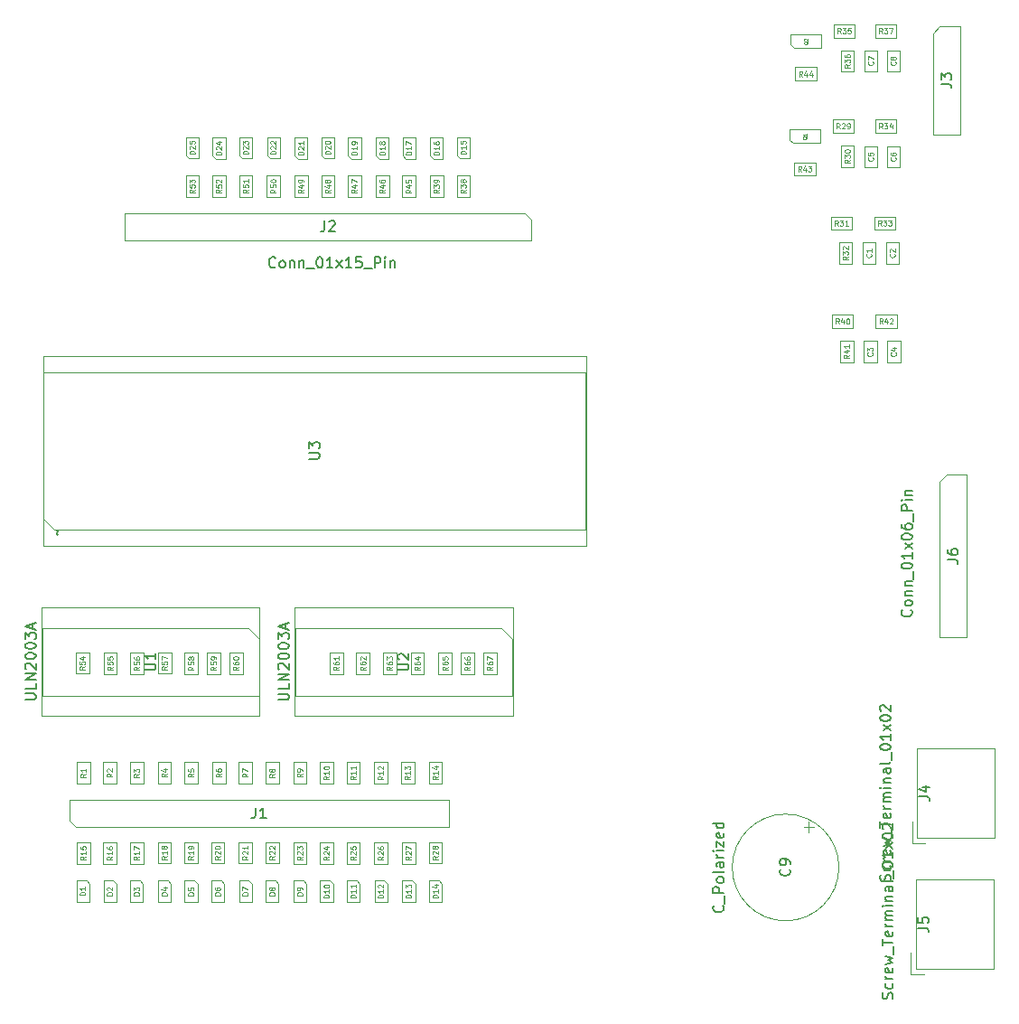
<source format=gbr>
G04 #@! TF.GenerationSoftware,KiCad,Pcbnew,8.0.6*
G04 #@! TF.CreationDate,2024-12-02T12:53:20+01:00*
G04 #@! TF.ProjectId,PCB_Tester,5043425f-5465-4737-9465-722e6b696361,rev?*
G04 #@! TF.SameCoordinates,Original*
G04 #@! TF.FileFunction,AssemblyDrawing,Top*
%FSLAX46Y46*%
G04 Gerber Fmt 4.6, Leading zero omitted, Abs format (unit mm)*
G04 Created by KiCad (PCBNEW 8.0.6) date 2024-12-02 12:53:20*
%MOMM*%
%LPD*%
G01*
G04 APERTURE LIST*
%ADD10C,0.150000*%
%ADD11C,0.080000*%
%ADD12C,0.050000*%
%ADD13C,0.100000*%
G04 APERTURE END LIST*
D10*
X176559580Y-98809524D02*
X176607200Y-98857143D01*
X176607200Y-98857143D02*
X176654819Y-99000000D01*
X176654819Y-99000000D02*
X176654819Y-99095238D01*
X176654819Y-99095238D02*
X176607200Y-99238095D01*
X176607200Y-99238095D02*
X176511961Y-99333333D01*
X176511961Y-99333333D02*
X176416723Y-99380952D01*
X176416723Y-99380952D02*
X176226247Y-99428571D01*
X176226247Y-99428571D02*
X176083390Y-99428571D01*
X176083390Y-99428571D02*
X175892914Y-99380952D01*
X175892914Y-99380952D02*
X175797676Y-99333333D01*
X175797676Y-99333333D02*
X175702438Y-99238095D01*
X175702438Y-99238095D02*
X175654819Y-99095238D01*
X175654819Y-99095238D02*
X175654819Y-99000000D01*
X175654819Y-99000000D02*
X175702438Y-98857143D01*
X175702438Y-98857143D02*
X175750057Y-98809524D01*
X176654819Y-98238095D02*
X176607200Y-98333333D01*
X176607200Y-98333333D02*
X176559580Y-98380952D01*
X176559580Y-98380952D02*
X176464342Y-98428571D01*
X176464342Y-98428571D02*
X176178628Y-98428571D01*
X176178628Y-98428571D02*
X176083390Y-98380952D01*
X176083390Y-98380952D02*
X176035771Y-98333333D01*
X176035771Y-98333333D02*
X175988152Y-98238095D01*
X175988152Y-98238095D02*
X175988152Y-98095238D01*
X175988152Y-98095238D02*
X176035771Y-98000000D01*
X176035771Y-98000000D02*
X176083390Y-97952381D01*
X176083390Y-97952381D02*
X176178628Y-97904762D01*
X176178628Y-97904762D02*
X176464342Y-97904762D01*
X176464342Y-97904762D02*
X176559580Y-97952381D01*
X176559580Y-97952381D02*
X176607200Y-98000000D01*
X176607200Y-98000000D02*
X176654819Y-98095238D01*
X176654819Y-98095238D02*
X176654819Y-98238095D01*
X175988152Y-97476190D02*
X176654819Y-97476190D01*
X176083390Y-97476190D02*
X176035771Y-97428571D01*
X176035771Y-97428571D02*
X175988152Y-97333333D01*
X175988152Y-97333333D02*
X175988152Y-97190476D01*
X175988152Y-97190476D02*
X176035771Y-97095238D01*
X176035771Y-97095238D02*
X176131009Y-97047619D01*
X176131009Y-97047619D02*
X176654819Y-97047619D01*
X175988152Y-96571428D02*
X176654819Y-96571428D01*
X176083390Y-96571428D02*
X176035771Y-96523809D01*
X176035771Y-96523809D02*
X175988152Y-96428571D01*
X175988152Y-96428571D02*
X175988152Y-96285714D01*
X175988152Y-96285714D02*
X176035771Y-96190476D01*
X176035771Y-96190476D02*
X176131009Y-96142857D01*
X176131009Y-96142857D02*
X176654819Y-96142857D01*
X176750057Y-95904762D02*
X176750057Y-95142857D01*
X175654819Y-94714285D02*
X175654819Y-94619047D01*
X175654819Y-94619047D02*
X175702438Y-94523809D01*
X175702438Y-94523809D02*
X175750057Y-94476190D01*
X175750057Y-94476190D02*
X175845295Y-94428571D01*
X175845295Y-94428571D02*
X176035771Y-94380952D01*
X176035771Y-94380952D02*
X176273866Y-94380952D01*
X176273866Y-94380952D02*
X176464342Y-94428571D01*
X176464342Y-94428571D02*
X176559580Y-94476190D01*
X176559580Y-94476190D02*
X176607200Y-94523809D01*
X176607200Y-94523809D02*
X176654819Y-94619047D01*
X176654819Y-94619047D02*
X176654819Y-94714285D01*
X176654819Y-94714285D02*
X176607200Y-94809523D01*
X176607200Y-94809523D02*
X176559580Y-94857142D01*
X176559580Y-94857142D02*
X176464342Y-94904761D01*
X176464342Y-94904761D02*
X176273866Y-94952380D01*
X176273866Y-94952380D02*
X176035771Y-94952380D01*
X176035771Y-94952380D02*
X175845295Y-94904761D01*
X175845295Y-94904761D02*
X175750057Y-94857142D01*
X175750057Y-94857142D02*
X175702438Y-94809523D01*
X175702438Y-94809523D02*
X175654819Y-94714285D01*
X176654819Y-93428571D02*
X176654819Y-93999999D01*
X176654819Y-93714285D02*
X175654819Y-93714285D01*
X175654819Y-93714285D02*
X175797676Y-93809523D01*
X175797676Y-93809523D02*
X175892914Y-93904761D01*
X175892914Y-93904761D02*
X175940533Y-93999999D01*
X176654819Y-93095237D02*
X175988152Y-92571428D01*
X175988152Y-93095237D02*
X176654819Y-92571428D01*
X175654819Y-91999999D02*
X175654819Y-91904761D01*
X175654819Y-91904761D02*
X175702438Y-91809523D01*
X175702438Y-91809523D02*
X175750057Y-91761904D01*
X175750057Y-91761904D02*
X175845295Y-91714285D01*
X175845295Y-91714285D02*
X176035771Y-91666666D01*
X176035771Y-91666666D02*
X176273866Y-91666666D01*
X176273866Y-91666666D02*
X176464342Y-91714285D01*
X176464342Y-91714285D02*
X176559580Y-91761904D01*
X176559580Y-91761904D02*
X176607200Y-91809523D01*
X176607200Y-91809523D02*
X176654819Y-91904761D01*
X176654819Y-91904761D02*
X176654819Y-91999999D01*
X176654819Y-91999999D02*
X176607200Y-92095237D01*
X176607200Y-92095237D02*
X176559580Y-92142856D01*
X176559580Y-92142856D02*
X176464342Y-92190475D01*
X176464342Y-92190475D02*
X176273866Y-92238094D01*
X176273866Y-92238094D02*
X176035771Y-92238094D01*
X176035771Y-92238094D02*
X175845295Y-92190475D01*
X175845295Y-92190475D02*
X175750057Y-92142856D01*
X175750057Y-92142856D02*
X175702438Y-92095237D01*
X175702438Y-92095237D02*
X175654819Y-91999999D01*
X175654819Y-90809523D02*
X175654819Y-90999999D01*
X175654819Y-90999999D02*
X175702438Y-91095237D01*
X175702438Y-91095237D02*
X175750057Y-91142856D01*
X175750057Y-91142856D02*
X175892914Y-91238094D01*
X175892914Y-91238094D02*
X176083390Y-91285713D01*
X176083390Y-91285713D02*
X176464342Y-91285713D01*
X176464342Y-91285713D02*
X176559580Y-91238094D01*
X176559580Y-91238094D02*
X176607200Y-91190475D01*
X176607200Y-91190475D02*
X176654819Y-91095237D01*
X176654819Y-91095237D02*
X176654819Y-90904761D01*
X176654819Y-90904761D02*
X176607200Y-90809523D01*
X176607200Y-90809523D02*
X176559580Y-90761904D01*
X176559580Y-90761904D02*
X176464342Y-90714285D01*
X176464342Y-90714285D02*
X176226247Y-90714285D01*
X176226247Y-90714285D02*
X176131009Y-90761904D01*
X176131009Y-90761904D02*
X176083390Y-90809523D01*
X176083390Y-90809523D02*
X176035771Y-90904761D01*
X176035771Y-90904761D02*
X176035771Y-91095237D01*
X176035771Y-91095237D02*
X176083390Y-91190475D01*
X176083390Y-91190475D02*
X176131009Y-91238094D01*
X176131009Y-91238094D02*
X176226247Y-91285713D01*
X176750057Y-90523809D02*
X176750057Y-89761904D01*
X176654819Y-89523808D02*
X175654819Y-89523808D01*
X175654819Y-89523808D02*
X175654819Y-89142856D01*
X175654819Y-89142856D02*
X175702438Y-89047618D01*
X175702438Y-89047618D02*
X175750057Y-88999999D01*
X175750057Y-88999999D02*
X175845295Y-88952380D01*
X175845295Y-88952380D02*
X175988152Y-88952380D01*
X175988152Y-88952380D02*
X176083390Y-88999999D01*
X176083390Y-88999999D02*
X176131009Y-89047618D01*
X176131009Y-89047618D02*
X176178628Y-89142856D01*
X176178628Y-89142856D02*
X176178628Y-89523808D01*
X176654819Y-88523808D02*
X175988152Y-88523808D01*
X175654819Y-88523808D02*
X175702438Y-88571427D01*
X175702438Y-88571427D02*
X175750057Y-88523808D01*
X175750057Y-88523808D02*
X175702438Y-88476189D01*
X175702438Y-88476189D02*
X175654819Y-88523808D01*
X175654819Y-88523808D02*
X175750057Y-88523808D01*
X175988152Y-88047618D02*
X176654819Y-88047618D01*
X176083390Y-88047618D02*
X176035771Y-87999999D01*
X176035771Y-87999999D02*
X175988152Y-87904761D01*
X175988152Y-87904761D02*
X175988152Y-87761904D01*
X175988152Y-87761904D02*
X176035771Y-87666666D01*
X176035771Y-87666666D02*
X176131009Y-87619047D01*
X176131009Y-87619047D02*
X176654819Y-87619047D01*
X179954819Y-94083333D02*
X180669104Y-94083333D01*
X180669104Y-94083333D02*
X180811961Y-94130952D01*
X180811961Y-94130952D02*
X180907200Y-94226190D01*
X180907200Y-94226190D02*
X180954819Y-94369047D01*
X180954819Y-94369047D02*
X180954819Y-94464285D01*
X179954819Y-93178571D02*
X179954819Y-93369047D01*
X179954819Y-93369047D02*
X180002438Y-93464285D01*
X180002438Y-93464285D02*
X180050057Y-93511904D01*
X180050057Y-93511904D02*
X180192914Y-93607142D01*
X180192914Y-93607142D02*
X180383390Y-93654761D01*
X180383390Y-93654761D02*
X180764342Y-93654761D01*
X180764342Y-93654761D02*
X180859580Y-93607142D01*
X180859580Y-93607142D02*
X180907200Y-93559523D01*
X180907200Y-93559523D02*
X180954819Y-93464285D01*
X180954819Y-93464285D02*
X180954819Y-93273809D01*
X180954819Y-93273809D02*
X180907200Y-93178571D01*
X180907200Y-93178571D02*
X180859580Y-93130952D01*
X180859580Y-93130952D02*
X180764342Y-93083333D01*
X180764342Y-93083333D02*
X180526247Y-93083333D01*
X180526247Y-93083333D02*
X180431009Y-93130952D01*
X180431009Y-93130952D02*
X180383390Y-93178571D01*
X180383390Y-93178571D02*
X180335771Y-93273809D01*
X180335771Y-93273809D02*
X180335771Y-93464285D01*
X180335771Y-93464285D02*
X180383390Y-93559523D01*
X180383390Y-93559523D02*
X180431009Y-93607142D01*
X180431009Y-93607142D02*
X180526247Y-93654761D01*
X158909580Y-126503752D02*
X158957200Y-126551371D01*
X158957200Y-126551371D02*
X159004819Y-126694228D01*
X159004819Y-126694228D02*
X159004819Y-126789466D01*
X159004819Y-126789466D02*
X158957200Y-126932323D01*
X158957200Y-126932323D02*
X158861961Y-127027561D01*
X158861961Y-127027561D02*
X158766723Y-127075180D01*
X158766723Y-127075180D02*
X158576247Y-127122799D01*
X158576247Y-127122799D02*
X158433390Y-127122799D01*
X158433390Y-127122799D02*
X158242914Y-127075180D01*
X158242914Y-127075180D02*
X158147676Y-127027561D01*
X158147676Y-127027561D02*
X158052438Y-126932323D01*
X158052438Y-126932323D02*
X158004819Y-126789466D01*
X158004819Y-126789466D02*
X158004819Y-126694228D01*
X158004819Y-126694228D02*
X158052438Y-126551371D01*
X158052438Y-126551371D02*
X158100057Y-126503752D01*
X159100057Y-126313276D02*
X159100057Y-125551371D01*
X159004819Y-125313275D02*
X158004819Y-125313275D01*
X158004819Y-125313275D02*
X158004819Y-124932323D01*
X158004819Y-124932323D02*
X158052438Y-124837085D01*
X158052438Y-124837085D02*
X158100057Y-124789466D01*
X158100057Y-124789466D02*
X158195295Y-124741847D01*
X158195295Y-124741847D02*
X158338152Y-124741847D01*
X158338152Y-124741847D02*
X158433390Y-124789466D01*
X158433390Y-124789466D02*
X158481009Y-124837085D01*
X158481009Y-124837085D02*
X158528628Y-124932323D01*
X158528628Y-124932323D02*
X158528628Y-125313275D01*
X159004819Y-124170418D02*
X158957200Y-124265656D01*
X158957200Y-124265656D02*
X158909580Y-124313275D01*
X158909580Y-124313275D02*
X158814342Y-124360894D01*
X158814342Y-124360894D02*
X158528628Y-124360894D01*
X158528628Y-124360894D02*
X158433390Y-124313275D01*
X158433390Y-124313275D02*
X158385771Y-124265656D01*
X158385771Y-124265656D02*
X158338152Y-124170418D01*
X158338152Y-124170418D02*
X158338152Y-124027561D01*
X158338152Y-124027561D02*
X158385771Y-123932323D01*
X158385771Y-123932323D02*
X158433390Y-123884704D01*
X158433390Y-123884704D02*
X158528628Y-123837085D01*
X158528628Y-123837085D02*
X158814342Y-123837085D01*
X158814342Y-123837085D02*
X158909580Y-123884704D01*
X158909580Y-123884704D02*
X158957200Y-123932323D01*
X158957200Y-123932323D02*
X159004819Y-124027561D01*
X159004819Y-124027561D02*
X159004819Y-124170418D01*
X159004819Y-123265656D02*
X158957200Y-123360894D01*
X158957200Y-123360894D02*
X158861961Y-123408513D01*
X158861961Y-123408513D02*
X158004819Y-123408513D01*
X159004819Y-122456132D02*
X158481009Y-122456132D01*
X158481009Y-122456132D02*
X158385771Y-122503751D01*
X158385771Y-122503751D02*
X158338152Y-122598989D01*
X158338152Y-122598989D02*
X158338152Y-122789465D01*
X158338152Y-122789465D02*
X158385771Y-122884703D01*
X158957200Y-122456132D02*
X159004819Y-122551370D01*
X159004819Y-122551370D02*
X159004819Y-122789465D01*
X159004819Y-122789465D02*
X158957200Y-122884703D01*
X158957200Y-122884703D02*
X158861961Y-122932322D01*
X158861961Y-122932322D02*
X158766723Y-122932322D01*
X158766723Y-122932322D02*
X158671485Y-122884703D01*
X158671485Y-122884703D02*
X158623866Y-122789465D01*
X158623866Y-122789465D02*
X158623866Y-122551370D01*
X158623866Y-122551370D02*
X158576247Y-122456132D01*
X159004819Y-121979941D02*
X158338152Y-121979941D01*
X158528628Y-121979941D02*
X158433390Y-121932322D01*
X158433390Y-121932322D02*
X158385771Y-121884703D01*
X158385771Y-121884703D02*
X158338152Y-121789465D01*
X158338152Y-121789465D02*
X158338152Y-121694227D01*
X159004819Y-121360893D02*
X158338152Y-121360893D01*
X158004819Y-121360893D02*
X158052438Y-121408512D01*
X158052438Y-121408512D02*
X158100057Y-121360893D01*
X158100057Y-121360893D02*
X158052438Y-121313274D01*
X158052438Y-121313274D02*
X158004819Y-121360893D01*
X158004819Y-121360893D02*
X158100057Y-121360893D01*
X158338152Y-120979941D02*
X158338152Y-120456132D01*
X158338152Y-120456132D02*
X159004819Y-120979941D01*
X159004819Y-120979941D02*
X159004819Y-120456132D01*
X158957200Y-119694227D02*
X159004819Y-119789465D01*
X159004819Y-119789465D02*
X159004819Y-119979941D01*
X159004819Y-119979941D02*
X158957200Y-120075179D01*
X158957200Y-120075179D02*
X158861961Y-120122798D01*
X158861961Y-120122798D02*
X158481009Y-120122798D01*
X158481009Y-120122798D02*
X158385771Y-120075179D01*
X158385771Y-120075179D02*
X158338152Y-119979941D01*
X158338152Y-119979941D02*
X158338152Y-119789465D01*
X158338152Y-119789465D02*
X158385771Y-119694227D01*
X158385771Y-119694227D02*
X158481009Y-119646608D01*
X158481009Y-119646608D02*
X158576247Y-119646608D01*
X158576247Y-119646608D02*
X158671485Y-120122798D01*
X159004819Y-118789465D02*
X158004819Y-118789465D01*
X158957200Y-118789465D02*
X159004819Y-118884703D01*
X159004819Y-118884703D02*
X159004819Y-119075179D01*
X159004819Y-119075179D02*
X158957200Y-119170417D01*
X158957200Y-119170417D02*
X158909580Y-119218036D01*
X158909580Y-119218036D02*
X158814342Y-119265655D01*
X158814342Y-119265655D02*
X158528628Y-119265655D01*
X158528628Y-119265655D02*
X158433390Y-119218036D01*
X158433390Y-119218036D02*
X158385771Y-119170417D01*
X158385771Y-119170417D02*
X158338152Y-119075179D01*
X158338152Y-119075179D02*
X158338152Y-118884703D01*
X158338152Y-118884703D02*
X158385771Y-118789465D01*
X165159580Y-123098989D02*
X165207200Y-123146608D01*
X165207200Y-123146608D02*
X165254819Y-123289465D01*
X165254819Y-123289465D02*
X165254819Y-123384703D01*
X165254819Y-123384703D02*
X165207200Y-123527560D01*
X165207200Y-123527560D02*
X165111961Y-123622798D01*
X165111961Y-123622798D02*
X165016723Y-123670417D01*
X165016723Y-123670417D02*
X164826247Y-123718036D01*
X164826247Y-123718036D02*
X164683390Y-123718036D01*
X164683390Y-123718036D02*
X164492914Y-123670417D01*
X164492914Y-123670417D02*
X164397676Y-123622798D01*
X164397676Y-123622798D02*
X164302438Y-123527560D01*
X164302438Y-123527560D02*
X164254819Y-123384703D01*
X164254819Y-123384703D02*
X164254819Y-123289465D01*
X164254819Y-123289465D02*
X164302438Y-123146608D01*
X164302438Y-123146608D02*
X164350057Y-123098989D01*
X165254819Y-122622798D02*
X165254819Y-122432322D01*
X165254819Y-122432322D02*
X165207200Y-122337084D01*
X165207200Y-122337084D02*
X165159580Y-122289465D01*
X165159580Y-122289465D02*
X165016723Y-122194227D01*
X165016723Y-122194227D02*
X164826247Y-122146608D01*
X164826247Y-122146608D02*
X164445295Y-122146608D01*
X164445295Y-122146608D02*
X164350057Y-122194227D01*
X164350057Y-122194227D02*
X164302438Y-122241846D01*
X164302438Y-122241846D02*
X164254819Y-122337084D01*
X164254819Y-122337084D02*
X164254819Y-122527560D01*
X164254819Y-122527560D02*
X164302438Y-122622798D01*
X164302438Y-122622798D02*
X164350057Y-122670417D01*
X164350057Y-122670417D02*
X164445295Y-122718036D01*
X164445295Y-122718036D02*
X164683390Y-122718036D01*
X164683390Y-122718036D02*
X164778628Y-122670417D01*
X164778628Y-122670417D02*
X164826247Y-122622798D01*
X164826247Y-122622798D02*
X164873866Y-122527560D01*
X164873866Y-122527560D02*
X164873866Y-122337084D01*
X164873866Y-122337084D02*
X164826247Y-122241846D01*
X164826247Y-122241846D02*
X164778628Y-122194227D01*
X164778628Y-122194227D02*
X164683390Y-122146608D01*
X174807200Y-135238095D02*
X174854819Y-135095238D01*
X174854819Y-135095238D02*
X174854819Y-134857143D01*
X174854819Y-134857143D02*
X174807200Y-134761905D01*
X174807200Y-134761905D02*
X174759580Y-134714286D01*
X174759580Y-134714286D02*
X174664342Y-134666667D01*
X174664342Y-134666667D02*
X174569104Y-134666667D01*
X174569104Y-134666667D02*
X174473866Y-134714286D01*
X174473866Y-134714286D02*
X174426247Y-134761905D01*
X174426247Y-134761905D02*
X174378628Y-134857143D01*
X174378628Y-134857143D02*
X174331009Y-135047619D01*
X174331009Y-135047619D02*
X174283390Y-135142857D01*
X174283390Y-135142857D02*
X174235771Y-135190476D01*
X174235771Y-135190476D02*
X174140533Y-135238095D01*
X174140533Y-135238095D02*
X174045295Y-135238095D01*
X174045295Y-135238095D02*
X173950057Y-135190476D01*
X173950057Y-135190476D02*
X173902438Y-135142857D01*
X173902438Y-135142857D02*
X173854819Y-135047619D01*
X173854819Y-135047619D02*
X173854819Y-134809524D01*
X173854819Y-134809524D02*
X173902438Y-134666667D01*
X174807200Y-133809524D02*
X174854819Y-133904762D01*
X174854819Y-133904762D02*
X174854819Y-134095238D01*
X174854819Y-134095238D02*
X174807200Y-134190476D01*
X174807200Y-134190476D02*
X174759580Y-134238095D01*
X174759580Y-134238095D02*
X174664342Y-134285714D01*
X174664342Y-134285714D02*
X174378628Y-134285714D01*
X174378628Y-134285714D02*
X174283390Y-134238095D01*
X174283390Y-134238095D02*
X174235771Y-134190476D01*
X174235771Y-134190476D02*
X174188152Y-134095238D01*
X174188152Y-134095238D02*
X174188152Y-133904762D01*
X174188152Y-133904762D02*
X174235771Y-133809524D01*
X174854819Y-133380952D02*
X174188152Y-133380952D01*
X174378628Y-133380952D02*
X174283390Y-133333333D01*
X174283390Y-133333333D02*
X174235771Y-133285714D01*
X174235771Y-133285714D02*
X174188152Y-133190476D01*
X174188152Y-133190476D02*
X174188152Y-133095238D01*
X174807200Y-132380952D02*
X174854819Y-132476190D01*
X174854819Y-132476190D02*
X174854819Y-132666666D01*
X174854819Y-132666666D02*
X174807200Y-132761904D01*
X174807200Y-132761904D02*
X174711961Y-132809523D01*
X174711961Y-132809523D02*
X174331009Y-132809523D01*
X174331009Y-132809523D02*
X174235771Y-132761904D01*
X174235771Y-132761904D02*
X174188152Y-132666666D01*
X174188152Y-132666666D02*
X174188152Y-132476190D01*
X174188152Y-132476190D02*
X174235771Y-132380952D01*
X174235771Y-132380952D02*
X174331009Y-132333333D01*
X174331009Y-132333333D02*
X174426247Y-132333333D01*
X174426247Y-132333333D02*
X174521485Y-132809523D01*
X174188152Y-131999999D02*
X174854819Y-131809523D01*
X174854819Y-131809523D02*
X174378628Y-131619047D01*
X174378628Y-131619047D02*
X174854819Y-131428571D01*
X174854819Y-131428571D02*
X174188152Y-131238095D01*
X174950057Y-131095238D02*
X174950057Y-130333333D01*
X173854819Y-130238094D02*
X173854819Y-129666666D01*
X174854819Y-129952380D02*
X173854819Y-129952380D01*
X174807200Y-128952380D02*
X174854819Y-129047618D01*
X174854819Y-129047618D02*
X174854819Y-129238094D01*
X174854819Y-129238094D02*
X174807200Y-129333332D01*
X174807200Y-129333332D02*
X174711961Y-129380951D01*
X174711961Y-129380951D02*
X174331009Y-129380951D01*
X174331009Y-129380951D02*
X174235771Y-129333332D01*
X174235771Y-129333332D02*
X174188152Y-129238094D01*
X174188152Y-129238094D02*
X174188152Y-129047618D01*
X174188152Y-129047618D02*
X174235771Y-128952380D01*
X174235771Y-128952380D02*
X174331009Y-128904761D01*
X174331009Y-128904761D02*
X174426247Y-128904761D01*
X174426247Y-128904761D02*
X174521485Y-129380951D01*
X174854819Y-128476189D02*
X174188152Y-128476189D01*
X174378628Y-128476189D02*
X174283390Y-128428570D01*
X174283390Y-128428570D02*
X174235771Y-128380951D01*
X174235771Y-128380951D02*
X174188152Y-128285713D01*
X174188152Y-128285713D02*
X174188152Y-128190475D01*
X174854819Y-127857141D02*
X174188152Y-127857141D01*
X174283390Y-127857141D02*
X174235771Y-127809522D01*
X174235771Y-127809522D02*
X174188152Y-127714284D01*
X174188152Y-127714284D02*
X174188152Y-127571427D01*
X174188152Y-127571427D02*
X174235771Y-127476189D01*
X174235771Y-127476189D02*
X174331009Y-127428570D01*
X174331009Y-127428570D02*
X174854819Y-127428570D01*
X174331009Y-127428570D02*
X174235771Y-127380951D01*
X174235771Y-127380951D02*
X174188152Y-127285713D01*
X174188152Y-127285713D02*
X174188152Y-127142856D01*
X174188152Y-127142856D02*
X174235771Y-127047617D01*
X174235771Y-127047617D02*
X174331009Y-126999998D01*
X174331009Y-126999998D02*
X174854819Y-126999998D01*
X174854819Y-126523808D02*
X174188152Y-126523808D01*
X173854819Y-126523808D02*
X173902438Y-126571427D01*
X173902438Y-126571427D02*
X173950057Y-126523808D01*
X173950057Y-126523808D02*
X173902438Y-126476189D01*
X173902438Y-126476189D02*
X173854819Y-126523808D01*
X173854819Y-126523808D02*
X173950057Y-126523808D01*
X174188152Y-126047618D02*
X174854819Y-126047618D01*
X174283390Y-126047618D02*
X174235771Y-125999999D01*
X174235771Y-125999999D02*
X174188152Y-125904761D01*
X174188152Y-125904761D02*
X174188152Y-125761904D01*
X174188152Y-125761904D02*
X174235771Y-125666666D01*
X174235771Y-125666666D02*
X174331009Y-125619047D01*
X174331009Y-125619047D02*
X174854819Y-125619047D01*
X174854819Y-124714285D02*
X174331009Y-124714285D01*
X174331009Y-124714285D02*
X174235771Y-124761904D01*
X174235771Y-124761904D02*
X174188152Y-124857142D01*
X174188152Y-124857142D02*
X174188152Y-125047618D01*
X174188152Y-125047618D02*
X174235771Y-125142856D01*
X174807200Y-124714285D02*
X174854819Y-124809523D01*
X174854819Y-124809523D02*
X174854819Y-125047618D01*
X174854819Y-125047618D02*
X174807200Y-125142856D01*
X174807200Y-125142856D02*
X174711961Y-125190475D01*
X174711961Y-125190475D02*
X174616723Y-125190475D01*
X174616723Y-125190475D02*
X174521485Y-125142856D01*
X174521485Y-125142856D02*
X174473866Y-125047618D01*
X174473866Y-125047618D02*
X174473866Y-124809523D01*
X174473866Y-124809523D02*
X174426247Y-124714285D01*
X174854819Y-124095237D02*
X174807200Y-124190475D01*
X174807200Y-124190475D02*
X174711961Y-124238094D01*
X174711961Y-124238094D02*
X173854819Y-124238094D01*
X174950057Y-123952380D02*
X174950057Y-123190475D01*
X173854819Y-122761903D02*
X173854819Y-122666665D01*
X173854819Y-122666665D02*
X173902438Y-122571427D01*
X173902438Y-122571427D02*
X173950057Y-122523808D01*
X173950057Y-122523808D02*
X174045295Y-122476189D01*
X174045295Y-122476189D02*
X174235771Y-122428570D01*
X174235771Y-122428570D02*
X174473866Y-122428570D01*
X174473866Y-122428570D02*
X174664342Y-122476189D01*
X174664342Y-122476189D02*
X174759580Y-122523808D01*
X174759580Y-122523808D02*
X174807200Y-122571427D01*
X174807200Y-122571427D02*
X174854819Y-122666665D01*
X174854819Y-122666665D02*
X174854819Y-122761903D01*
X174854819Y-122761903D02*
X174807200Y-122857141D01*
X174807200Y-122857141D02*
X174759580Y-122904760D01*
X174759580Y-122904760D02*
X174664342Y-122952379D01*
X174664342Y-122952379D02*
X174473866Y-122999998D01*
X174473866Y-122999998D02*
X174235771Y-122999998D01*
X174235771Y-122999998D02*
X174045295Y-122952379D01*
X174045295Y-122952379D02*
X173950057Y-122904760D01*
X173950057Y-122904760D02*
X173902438Y-122857141D01*
X173902438Y-122857141D02*
X173854819Y-122761903D01*
X174854819Y-121476189D02*
X174854819Y-122047617D01*
X174854819Y-121761903D02*
X173854819Y-121761903D01*
X173854819Y-121761903D02*
X173997676Y-121857141D01*
X173997676Y-121857141D02*
X174092914Y-121952379D01*
X174092914Y-121952379D02*
X174140533Y-122047617D01*
X174854819Y-121142855D02*
X174188152Y-120619046D01*
X174188152Y-121142855D02*
X174854819Y-120619046D01*
X173854819Y-120047617D02*
X173854819Y-119952379D01*
X173854819Y-119952379D02*
X173902438Y-119857141D01*
X173902438Y-119857141D02*
X173950057Y-119809522D01*
X173950057Y-119809522D02*
X174045295Y-119761903D01*
X174045295Y-119761903D02*
X174235771Y-119714284D01*
X174235771Y-119714284D02*
X174473866Y-119714284D01*
X174473866Y-119714284D02*
X174664342Y-119761903D01*
X174664342Y-119761903D02*
X174759580Y-119809522D01*
X174759580Y-119809522D02*
X174807200Y-119857141D01*
X174807200Y-119857141D02*
X174854819Y-119952379D01*
X174854819Y-119952379D02*
X174854819Y-120047617D01*
X174854819Y-120047617D02*
X174807200Y-120142855D01*
X174807200Y-120142855D02*
X174759580Y-120190474D01*
X174759580Y-120190474D02*
X174664342Y-120238093D01*
X174664342Y-120238093D02*
X174473866Y-120285712D01*
X174473866Y-120285712D02*
X174235771Y-120285712D01*
X174235771Y-120285712D02*
X174045295Y-120238093D01*
X174045295Y-120238093D02*
X173950057Y-120190474D01*
X173950057Y-120190474D02*
X173902438Y-120142855D01*
X173902438Y-120142855D02*
X173854819Y-120047617D01*
X173950057Y-119333331D02*
X173902438Y-119285712D01*
X173902438Y-119285712D02*
X173854819Y-119190474D01*
X173854819Y-119190474D02*
X173854819Y-118952379D01*
X173854819Y-118952379D02*
X173902438Y-118857141D01*
X173902438Y-118857141D02*
X173950057Y-118809522D01*
X173950057Y-118809522D02*
X174045295Y-118761903D01*
X174045295Y-118761903D02*
X174140533Y-118761903D01*
X174140533Y-118761903D02*
X174283390Y-118809522D01*
X174283390Y-118809522D02*
X174854819Y-119380950D01*
X174854819Y-119380950D02*
X174854819Y-118761903D01*
X177204819Y-128583333D02*
X177919104Y-128583333D01*
X177919104Y-128583333D02*
X178061961Y-128630952D01*
X178061961Y-128630952D02*
X178157200Y-128726190D01*
X178157200Y-128726190D02*
X178204819Y-128869047D01*
X178204819Y-128869047D02*
X178204819Y-128964285D01*
X177204819Y-127630952D02*
X177204819Y-128107142D01*
X177204819Y-128107142D02*
X177681009Y-128154761D01*
X177681009Y-128154761D02*
X177633390Y-128107142D01*
X177633390Y-128107142D02*
X177585771Y-128011904D01*
X177585771Y-128011904D02*
X177585771Y-127773809D01*
X177585771Y-127773809D02*
X177633390Y-127678571D01*
X177633390Y-127678571D02*
X177681009Y-127630952D01*
X177681009Y-127630952D02*
X177776247Y-127583333D01*
X177776247Y-127583333D02*
X178014342Y-127583333D01*
X178014342Y-127583333D02*
X178109580Y-127630952D01*
X178109580Y-127630952D02*
X178157200Y-127678571D01*
X178157200Y-127678571D02*
X178204819Y-127773809D01*
X178204819Y-127773809D02*
X178204819Y-128011904D01*
X178204819Y-128011904D02*
X178157200Y-128107142D01*
X178157200Y-128107142D02*
X178109580Y-128154761D01*
X174607200Y-124188095D02*
X174654819Y-124045238D01*
X174654819Y-124045238D02*
X174654819Y-123807143D01*
X174654819Y-123807143D02*
X174607200Y-123711905D01*
X174607200Y-123711905D02*
X174559580Y-123664286D01*
X174559580Y-123664286D02*
X174464342Y-123616667D01*
X174464342Y-123616667D02*
X174369104Y-123616667D01*
X174369104Y-123616667D02*
X174273866Y-123664286D01*
X174273866Y-123664286D02*
X174226247Y-123711905D01*
X174226247Y-123711905D02*
X174178628Y-123807143D01*
X174178628Y-123807143D02*
X174131009Y-123997619D01*
X174131009Y-123997619D02*
X174083390Y-124092857D01*
X174083390Y-124092857D02*
X174035771Y-124140476D01*
X174035771Y-124140476D02*
X173940533Y-124188095D01*
X173940533Y-124188095D02*
X173845295Y-124188095D01*
X173845295Y-124188095D02*
X173750057Y-124140476D01*
X173750057Y-124140476D02*
X173702438Y-124092857D01*
X173702438Y-124092857D02*
X173654819Y-123997619D01*
X173654819Y-123997619D02*
X173654819Y-123759524D01*
X173654819Y-123759524D02*
X173702438Y-123616667D01*
X174607200Y-122759524D02*
X174654819Y-122854762D01*
X174654819Y-122854762D02*
X174654819Y-123045238D01*
X174654819Y-123045238D02*
X174607200Y-123140476D01*
X174607200Y-123140476D02*
X174559580Y-123188095D01*
X174559580Y-123188095D02*
X174464342Y-123235714D01*
X174464342Y-123235714D02*
X174178628Y-123235714D01*
X174178628Y-123235714D02*
X174083390Y-123188095D01*
X174083390Y-123188095D02*
X174035771Y-123140476D01*
X174035771Y-123140476D02*
X173988152Y-123045238D01*
X173988152Y-123045238D02*
X173988152Y-122854762D01*
X173988152Y-122854762D02*
X174035771Y-122759524D01*
X174654819Y-122330952D02*
X173988152Y-122330952D01*
X174178628Y-122330952D02*
X174083390Y-122283333D01*
X174083390Y-122283333D02*
X174035771Y-122235714D01*
X174035771Y-122235714D02*
X173988152Y-122140476D01*
X173988152Y-122140476D02*
X173988152Y-122045238D01*
X174607200Y-121330952D02*
X174654819Y-121426190D01*
X174654819Y-121426190D02*
X174654819Y-121616666D01*
X174654819Y-121616666D02*
X174607200Y-121711904D01*
X174607200Y-121711904D02*
X174511961Y-121759523D01*
X174511961Y-121759523D02*
X174131009Y-121759523D01*
X174131009Y-121759523D02*
X174035771Y-121711904D01*
X174035771Y-121711904D02*
X173988152Y-121616666D01*
X173988152Y-121616666D02*
X173988152Y-121426190D01*
X173988152Y-121426190D02*
X174035771Y-121330952D01*
X174035771Y-121330952D02*
X174131009Y-121283333D01*
X174131009Y-121283333D02*
X174226247Y-121283333D01*
X174226247Y-121283333D02*
X174321485Y-121759523D01*
X173988152Y-120949999D02*
X174654819Y-120759523D01*
X174654819Y-120759523D02*
X174178628Y-120569047D01*
X174178628Y-120569047D02*
X174654819Y-120378571D01*
X174654819Y-120378571D02*
X173988152Y-120188095D01*
X174750057Y-120045238D02*
X174750057Y-119283333D01*
X173654819Y-119188094D02*
X173654819Y-118616666D01*
X174654819Y-118902380D02*
X173654819Y-118902380D01*
X174607200Y-117902380D02*
X174654819Y-117997618D01*
X174654819Y-117997618D02*
X174654819Y-118188094D01*
X174654819Y-118188094D02*
X174607200Y-118283332D01*
X174607200Y-118283332D02*
X174511961Y-118330951D01*
X174511961Y-118330951D02*
X174131009Y-118330951D01*
X174131009Y-118330951D02*
X174035771Y-118283332D01*
X174035771Y-118283332D02*
X173988152Y-118188094D01*
X173988152Y-118188094D02*
X173988152Y-117997618D01*
X173988152Y-117997618D02*
X174035771Y-117902380D01*
X174035771Y-117902380D02*
X174131009Y-117854761D01*
X174131009Y-117854761D02*
X174226247Y-117854761D01*
X174226247Y-117854761D02*
X174321485Y-118330951D01*
X174654819Y-117426189D02*
X173988152Y-117426189D01*
X174178628Y-117426189D02*
X174083390Y-117378570D01*
X174083390Y-117378570D02*
X174035771Y-117330951D01*
X174035771Y-117330951D02*
X173988152Y-117235713D01*
X173988152Y-117235713D02*
X173988152Y-117140475D01*
X174654819Y-116807141D02*
X173988152Y-116807141D01*
X174083390Y-116807141D02*
X174035771Y-116759522D01*
X174035771Y-116759522D02*
X173988152Y-116664284D01*
X173988152Y-116664284D02*
X173988152Y-116521427D01*
X173988152Y-116521427D02*
X174035771Y-116426189D01*
X174035771Y-116426189D02*
X174131009Y-116378570D01*
X174131009Y-116378570D02*
X174654819Y-116378570D01*
X174131009Y-116378570D02*
X174035771Y-116330951D01*
X174035771Y-116330951D02*
X173988152Y-116235713D01*
X173988152Y-116235713D02*
X173988152Y-116092856D01*
X173988152Y-116092856D02*
X174035771Y-115997617D01*
X174035771Y-115997617D02*
X174131009Y-115949998D01*
X174131009Y-115949998D02*
X174654819Y-115949998D01*
X174654819Y-115473808D02*
X173988152Y-115473808D01*
X173654819Y-115473808D02*
X173702438Y-115521427D01*
X173702438Y-115521427D02*
X173750057Y-115473808D01*
X173750057Y-115473808D02*
X173702438Y-115426189D01*
X173702438Y-115426189D02*
X173654819Y-115473808D01*
X173654819Y-115473808D02*
X173750057Y-115473808D01*
X173988152Y-114997618D02*
X174654819Y-114997618D01*
X174083390Y-114997618D02*
X174035771Y-114949999D01*
X174035771Y-114949999D02*
X173988152Y-114854761D01*
X173988152Y-114854761D02*
X173988152Y-114711904D01*
X173988152Y-114711904D02*
X174035771Y-114616666D01*
X174035771Y-114616666D02*
X174131009Y-114569047D01*
X174131009Y-114569047D02*
X174654819Y-114569047D01*
X174654819Y-113664285D02*
X174131009Y-113664285D01*
X174131009Y-113664285D02*
X174035771Y-113711904D01*
X174035771Y-113711904D02*
X173988152Y-113807142D01*
X173988152Y-113807142D02*
X173988152Y-113997618D01*
X173988152Y-113997618D02*
X174035771Y-114092856D01*
X174607200Y-113664285D02*
X174654819Y-113759523D01*
X174654819Y-113759523D02*
X174654819Y-113997618D01*
X174654819Y-113997618D02*
X174607200Y-114092856D01*
X174607200Y-114092856D02*
X174511961Y-114140475D01*
X174511961Y-114140475D02*
X174416723Y-114140475D01*
X174416723Y-114140475D02*
X174321485Y-114092856D01*
X174321485Y-114092856D02*
X174273866Y-113997618D01*
X174273866Y-113997618D02*
X174273866Y-113759523D01*
X174273866Y-113759523D02*
X174226247Y-113664285D01*
X174654819Y-113045237D02*
X174607200Y-113140475D01*
X174607200Y-113140475D02*
X174511961Y-113188094D01*
X174511961Y-113188094D02*
X173654819Y-113188094D01*
X174750057Y-112902380D02*
X174750057Y-112140475D01*
X173654819Y-111711903D02*
X173654819Y-111616665D01*
X173654819Y-111616665D02*
X173702438Y-111521427D01*
X173702438Y-111521427D02*
X173750057Y-111473808D01*
X173750057Y-111473808D02*
X173845295Y-111426189D01*
X173845295Y-111426189D02*
X174035771Y-111378570D01*
X174035771Y-111378570D02*
X174273866Y-111378570D01*
X174273866Y-111378570D02*
X174464342Y-111426189D01*
X174464342Y-111426189D02*
X174559580Y-111473808D01*
X174559580Y-111473808D02*
X174607200Y-111521427D01*
X174607200Y-111521427D02*
X174654819Y-111616665D01*
X174654819Y-111616665D02*
X174654819Y-111711903D01*
X174654819Y-111711903D02*
X174607200Y-111807141D01*
X174607200Y-111807141D02*
X174559580Y-111854760D01*
X174559580Y-111854760D02*
X174464342Y-111902379D01*
X174464342Y-111902379D02*
X174273866Y-111949998D01*
X174273866Y-111949998D02*
X174035771Y-111949998D01*
X174035771Y-111949998D02*
X173845295Y-111902379D01*
X173845295Y-111902379D02*
X173750057Y-111854760D01*
X173750057Y-111854760D02*
X173702438Y-111807141D01*
X173702438Y-111807141D02*
X173654819Y-111711903D01*
X174654819Y-110426189D02*
X174654819Y-110997617D01*
X174654819Y-110711903D02*
X173654819Y-110711903D01*
X173654819Y-110711903D02*
X173797676Y-110807141D01*
X173797676Y-110807141D02*
X173892914Y-110902379D01*
X173892914Y-110902379D02*
X173940533Y-110997617D01*
X174654819Y-110092855D02*
X173988152Y-109569046D01*
X173988152Y-110092855D02*
X174654819Y-109569046D01*
X173654819Y-108997617D02*
X173654819Y-108902379D01*
X173654819Y-108902379D02*
X173702438Y-108807141D01*
X173702438Y-108807141D02*
X173750057Y-108759522D01*
X173750057Y-108759522D02*
X173845295Y-108711903D01*
X173845295Y-108711903D02*
X174035771Y-108664284D01*
X174035771Y-108664284D02*
X174273866Y-108664284D01*
X174273866Y-108664284D02*
X174464342Y-108711903D01*
X174464342Y-108711903D02*
X174559580Y-108759522D01*
X174559580Y-108759522D02*
X174607200Y-108807141D01*
X174607200Y-108807141D02*
X174654819Y-108902379D01*
X174654819Y-108902379D02*
X174654819Y-108997617D01*
X174654819Y-108997617D02*
X174607200Y-109092855D01*
X174607200Y-109092855D02*
X174559580Y-109140474D01*
X174559580Y-109140474D02*
X174464342Y-109188093D01*
X174464342Y-109188093D02*
X174273866Y-109235712D01*
X174273866Y-109235712D02*
X174035771Y-109235712D01*
X174035771Y-109235712D02*
X173845295Y-109188093D01*
X173845295Y-109188093D02*
X173750057Y-109140474D01*
X173750057Y-109140474D02*
X173702438Y-109092855D01*
X173702438Y-109092855D02*
X173654819Y-108997617D01*
X173750057Y-108283331D02*
X173702438Y-108235712D01*
X173702438Y-108235712D02*
X173654819Y-108140474D01*
X173654819Y-108140474D02*
X173654819Y-107902379D01*
X173654819Y-107902379D02*
X173702438Y-107807141D01*
X173702438Y-107807141D02*
X173750057Y-107759522D01*
X173750057Y-107759522D02*
X173845295Y-107711903D01*
X173845295Y-107711903D02*
X173940533Y-107711903D01*
X173940533Y-107711903D02*
X174083390Y-107759522D01*
X174083390Y-107759522D02*
X174654819Y-108330950D01*
X174654819Y-108330950D02*
X174654819Y-107711903D01*
X177304819Y-116283333D02*
X178019104Y-116283333D01*
X178019104Y-116283333D02*
X178161961Y-116330952D01*
X178161961Y-116330952D02*
X178257200Y-116426190D01*
X178257200Y-116426190D02*
X178304819Y-116569047D01*
X178304819Y-116569047D02*
X178304819Y-116664285D01*
X177638152Y-115378571D02*
X178304819Y-115378571D01*
X177257200Y-115616666D02*
X177971485Y-115854761D01*
X177971485Y-115854761D02*
X177971485Y-115235714D01*
D11*
X129707149Y-121893928D02*
X129469054Y-122060594D01*
X129707149Y-122179642D02*
X129207149Y-122179642D01*
X129207149Y-122179642D02*
X129207149Y-121989166D01*
X129207149Y-121989166D02*
X129230959Y-121941547D01*
X129230959Y-121941547D02*
X129254768Y-121917737D01*
X129254768Y-121917737D02*
X129302387Y-121893928D01*
X129302387Y-121893928D02*
X129373816Y-121893928D01*
X129373816Y-121893928D02*
X129421435Y-121917737D01*
X129421435Y-121917737D02*
X129445244Y-121941547D01*
X129445244Y-121941547D02*
X129469054Y-121989166D01*
X129469054Y-121989166D02*
X129469054Y-122179642D01*
X129254768Y-121703451D02*
X129230959Y-121679642D01*
X129230959Y-121679642D02*
X129207149Y-121632023D01*
X129207149Y-121632023D02*
X129207149Y-121512975D01*
X129207149Y-121512975D02*
X129230959Y-121465356D01*
X129230959Y-121465356D02*
X129254768Y-121441547D01*
X129254768Y-121441547D02*
X129302387Y-121417737D01*
X129302387Y-121417737D02*
X129350006Y-121417737D01*
X129350006Y-121417737D02*
X129421435Y-121441547D01*
X129421435Y-121441547D02*
X129707149Y-121727261D01*
X129707149Y-121727261D02*
X129707149Y-121417737D01*
X129207149Y-121251071D02*
X129207149Y-120917738D01*
X129207149Y-120917738D02*
X129707149Y-121132023D01*
X119627149Y-59433928D02*
X119389054Y-59600594D01*
X119627149Y-59719642D02*
X119127149Y-59719642D01*
X119127149Y-59719642D02*
X119127149Y-59529166D01*
X119127149Y-59529166D02*
X119150959Y-59481547D01*
X119150959Y-59481547D02*
X119174768Y-59457737D01*
X119174768Y-59457737D02*
X119222387Y-59433928D01*
X119222387Y-59433928D02*
X119293816Y-59433928D01*
X119293816Y-59433928D02*
X119341435Y-59457737D01*
X119341435Y-59457737D02*
X119365244Y-59481547D01*
X119365244Y-59481547D02*
X119389054Y-59529166D01*
X119389054Y-59529166D02*
X119389054Y-59719642D01*
X119293816Y-59005356D02*
X119627149Y-59005356D01*
X119103340Y-59124404D02*
X119460482Y-59243451D01*
X119460482Y-59243451D02*
X119460482Y-58933928D01*
X119627149Y-58719642D02*
X119627149Y-58624404D01*
X119627149Y-58624404D02*
X119603340Y-58576785D01*
X119603340Y-58576785D02*
X119579530Y-58552976D01*
X119579530Y-58552976D02*
X119508101Y-58505357D01*
X119508101Y-58505357D02*
X119412863Y-58481547D01*
X119412863Y-58481547D02*
X119222387Y-58481547D01*
X119222387Y-58481547D02*
X119174768Y-58505357D01*
X119174768Y-58505357D02*
X119150959Y-58529166D01*
X119150959Y-58529166D02*
X119127149Y-58576785D01*
X119127149Y-58576785D02*
X119127149Y-58672023D01*
X119127149Y-58672023D02*
X119150959Y-58719642D01*
X119150959Y-58719642D02*
X119174768Y-58743452D01*
X119174768Y-58743452D02*
X119222387Y-58767261D01*
X119222387Y-58767261D02*
X119341435Y-58767261D01*
X119341435Y-58767261D02*
X119389054Y-58743452D01*
X119389054Y-58743452D02*
X119412863Y-58719642D01*
X119412863Y-58719642D02*
X119436673Y-58672023D01*
X119436673Y-58672023D02*
X119436673Y-58576785D01*
X119436673Y-58576785D02*
X119412863Y-58529166D01*
X119412863Y-58529166D02*
X119389054Y-58505357D01*
X119389054Y-58505357D02*
X119341435Y-58481547D01*
X116907149Y-125541547D02*
X116407149Y-125541547D01*
X116407149Y-125541547D02*
X116407149Y-125422499D01*
X116407149Y-125422499D02*
X116430959Y-125351071D01*
X116430959Y-125351071D02*
X116478578Y-125303452D01*
X116478578Y-125303452D02*
X116526197Y-125279642D01*
X116526197Y-125279642D02*
X116621435Y-125255833D01*
X116621435Y-125255833D02*
X116692863Y-125255833D01*
X116692863Y-125255833D02*
X116788101Y-125279642D01*
X116788101Y-125279642D02*
X116835720Y-125303452D01*
X116835720Y-125303452D02*
X116883340Y-125351071D01*
X116883340Y-125351071D02*
X116907149Y-125422499D01*
X116907149Y-125422499D02*
X116907149Y-125541547D01*
X116621435Y-124970118D02*
X116597625Y-125017737D01*
X116597625Y-125017737D02*
X116573816Y-125041547D01*
X116573816Y-125041547D02*
X116526197Y-125065356D01*
X116526197Y-125065356D02*
X116502387Y-125065356D01*
X116502387Y-125065356D02*
X116454768Y-125041547D01*
X116454768Y-125041547D02*
X116430959Y-125017737D01*
X116430959Y-125017737D02*
X116407149Y-124970118D01*
X116407149Y-124970118D02*
X116407149Y-124874880D01*
X116407149Y-124874880D02*
X116430959Y-124827261D01*
X116430959Y-124827261D02*
X116454768Y-124803452D01*
X116454768Y-124803452D02*
X116502387Y-124779642D01*
X116502387Y-124779642D02*
X116526197Y-124779642D01*
X116526197Y-124779642D02*
X116573816Y-124803452D01*
X116573816Y-124803452D02*
X116597625Y-124827261D01*
X116597625Y-124827261D02*
X116621435Y-124874880D01*
X116621435Y-124874880D02*
X116621435Y-124970118D01*
X116621435Y-124970118D02*
X116645244Y-125017737D01*
X116645244Y-125017737D02*
X116669054Y-125041547D01*
X116669054Y-125041547D02*
X116716673Y-125065356D01*
X116716673Y-125065356D02*
X116811911Y-125065356D01*
X116811911Y-125065356D02*
X116859530Y-125041547D01*
X116859530Y-125041547D02*
X116883340Y-125017737D01*
X116883340Y-125017737D02*
X116907149Y-124970118D01*
X116907149Y-124970118D02*
X116907149Y-124874880D01*
X116907149Y-124874880D02*
X116883340Y-124827261D01*
X116883340Y-124827261D02*
X116859530Y-124803452D01*
X116859530Y-124803452D02*
X116811911Y-124779642D01*
X116811911Y-124779642D02*
X116716673Y-124779642D01*
X116716673Y-124779642D02*
X116669054Y-124803452D01*
X116669054Y-124803452D02*
X116645244Y-124827261D01*
X116645244Y-124827261D02*
X116621435Y-124874880D01*
X124507149Y-125779642D02*
X124007149Y-125779642D01*
X124007149Y-125779642D02*
X124007149Y-125660594D01*
X124007149Y-125660594D02*
X124030959Y-125589166D01*
X124030959Y-125589166D02*
X124078578Y-125541547D01*
X124078578Y-125541547D02*
X124126197Y-125517737D01*
X124126197Y-125517737D02*
X124221435Y-125493928D01*
X124221435Y-125493928D02*
X124292863Y-125493928D01*
X124292863Y-125493928D02*
X124388101Y-125517737D01*
X124388101Y-125517737D02*
X124435720Y-125541547D01*
X124435720Y-125541547D02*
X124483340Y-125589166D01*
X124483340Y-125589166D02*
X124507149Y-125660594D01*
X124507149Y-125660594D02*
X124507149Y-125779642D01*
X124507149Y-125017737D02*
X124507149Y-125303451D01*
X124507149Y-125160594D02*
X124007149Y-125160594D01*
X124007149Y-125160594D02*
X124078578Y-125208213D01*
X124078578Y-125208213D02*
X124126197Y-125255832D01*
X124126197Y-125255832D02*
X124150006Y-125303451D01*
X124507149Y-124541547D02*
X124507149Y-124827261D01*
X124507149Y-124684404D02*
X124007149Y-124684404D01*
X124007149Y-124684404D02*
X124078578Y-124732023D01*
X124078578Y-124732023D02*
X124126197Y-124779642D01*
X124126197Y-124779642D02*
X124150006Y-124827261D01*
X169878571Y-53727149D02*
X169711905Y-53489054D01*
X169592857Y-53727149D02*
X169592857Y-53227149D01*
X169592857Y-53227149D02*
X169783333Y-53227149D01*
X169783333Y-53227149D02*
X169830952Y-53250959D01*
X169830952Y-53250959D02*
X169854762Y-53274768D01*
X169854762Y-53274768D02*
X169878571Y-53322387D01*
X169878571Y-53322387D02*
X169878571Y-53393816D01*
X169878571Y-53393816D02*
X169854762Y-53441435D01*
X169854762Y-53441435D02*
X169830952Y-53465244D01*
X169830952Y-53465244D02*
X169783333Y-53489054D01*
X169783333Y-53489054D02*
X169592857Y-53489054D01*
X170069048Y-53274768D02*
X170092857Y-53250959D01*
X170092857Y-53250959D02*
X170140476Y-53227149D01*
X170140476Y-53227149D02*
X170259524Y-53227149D01*
X170259524Y-53227149D02*
X170307143Y-53250959D01*
X170307143Y-53250959D02*
X170330952Y-53274768D01*
X170330952Y-53274768D02*
X170354762Y-53322387D01*
X170354762Y-53322387D02*
X170354762Y-53370006D01*
X170354762Y-53370006D02*
X170330952Y-53441435D01*
X170330952Y-53441435D02*
X170045238Y-53727149D01*
X170045238Y-53727149D02*
X170354762Y-53727149D01*
X170592857Y-53727149D02*
X170688095Y-53727149D01*
X170688095Y-53727149D02*
X170735714Y-53703340D01*
X170735714Y-53703340D02*
X170759523Y-53679530D01*
X170759523Y-53679530D02*
X170807142Y-53608101D01*
X170807142Y-53608101D02*
X170830952Y-53512863D01*
X170830952Y-53512863D02*
X170830952Y-53322387D01*
X170830952Y-53322387D02*
X170807142Y-53274768D01*
X170807142Y-53274768D02*
X170783333Y-53250959D01*
X170783333Y-53250959D02*
X170735714Y-53227149D01*
X170735714Y-53227149D02*
X170640476Y-53227149D01*
X170640476Y-53227149D02*
X170592857Y-53250959D01*
X170592857Y-53250959D02*
X170569047Y-53274768D01*
X170569047Y-53274768D02*
X170545238Y-53322387D01*
X170545238Y-53322387D02*
X170545238Y-53441435D01*
X170545238Y-53441435D02*
X170569047Y-53489054D01*
X170569047Y-53489054D02*
X170592857Y-53512863D01*
X170592857Y-53512863D02*
X170640476Y-53536673D01*
X170640476Y-53536673D02*
X170735714Y-53536673D01*
X170735714Y-53536673D02*
X170783333Y-53512863D01*
X170783333Y-53512863D02*
X170807142Y-53489054D01*
X170807142Y-53489054D02*
X170830952Y-53441435D01*
X129727149Y-59433928D02*
X129489054Y-59600594D01*
X129727149Y-59719642D02*
X129227149Y-59719642D01*
X129227149Y-59719642D02*
X129227149Y-59529166D01*
X129227149Y-59529166D02*
X129250959Y-59481547D01*
X129250959Y-59481547D02*
X129274768Y-59457737D01*
X129274768Y-59457737D02*
X129322387Y-59433928D01*
X129322387Y-59433928D02*
X129393816Y-59433928D01*
X129393816Y-59433928D02*
X129441435Y-59457737D01*
X129441435Y-59457737D02*
X129465244Y-59481547D01*
X129465244Y-59481547D02*
X129489054Y-59529166D01*
X129489054Y-59529166D02*
X129489054Y-59719642D01*
X129393816Y-59005356D02*
X129727149Y-59005356D01*
X129203340Y-59124404D02*
X129560482Y-59243451D01*
X129560482Y-59243451D02*
X129560482Y-58933928D01*
X129227149Y-58505357D02*
X129227149Y-58743452D01*
X129227149Y-58743452D02*
X129465244Y-58767261D01*
X129465244Y-58767261D02*
X129441435Y-58743452D01*
X129441435Y-58743452D02*
X129417625Y-58695833D01*
X129417625Y-58695833D02*
X129417625Y-58576785D01*
X129417625Y-58576785D02*
X129441435Y-58529166D01*
X129441435Y-58529166D02*
X129465244Y-58505357D01*
X129465244Y-58505357D02*
X129512863Y-58481547D01*
X129512863Y-58481547D02*
X129631911Y-58481547D01*
X129631911Y-58481547D02*
X129679530Y-58505357D01*
X129679530Y-58505357D02*
X129703340Y-58529166D01*
X129703340Y-58529166D02*
X129727149Y-58576785D01*
X129727149Y-58576785D02*
X129727149Y-58695833D01*
X129727149Y-58695833D02*
X129703340Y-58743452D01*
X129703340Y-58743452D02*
X129679530Y-58767261D01*
X111807149Y-121881428D02*
X111569054Y-122048094D01*
X111807149Y-122167142D02*
X111307149Y-122167142D01*
X111307149Y-122167142D02*
X111307149Y-121976666D01*
X111307149Y-121976666D02*
X111330959Y-121929047D01*
X111330959Y-121929047D02*
X111354768Y-121905237D01*
X111354768Y-121905237D02*
X111402387Y-121881428D01*
X111402387Y-121881428D02*
X111473816Y-121881428D01*
X111473816Y-121881428D02*
X111521435Y-121905237D01*
X111521435Y-121905237D02*
X111545244Y-121929047D01*
X111545244Y-121929047D02*
X111569054Y-121976666D01*
X111569054Y-121976666D02*
X111569054Y-122167142D01*
X111354768Y-121690951D02*
X111330959Y-121667142D01*
X111330959Y-121667142D02*
X111307149Y-121619523D01*
X111307149Y-121619523D02*
X111307149Y-121500475D01*
X111307149Y-121500475D02*
X111330959Y-121452856D01*
X111330959Y-121452856D02*
X111354768Y-121429047D01*
X111354768Y-121429047D02*
X111402387Y-121405237D01*
X111402387Y-121405237D02*
X111450006Y-121405237D01*
X111450006Y-121405237D02*
X111521435Y-121429047D01*
X111521435Y-121429047D02*
X111807149Y-121714761D01*
X111807149Y-121714761D02*
X111807149Y-121405237D01*
X111307149Y-121095714D02*
X111307149Y-121048095D01*
X111307149Y-121048095D02*
X111330959Y-121000476D01*
X111330959Y-121000476D02*
X111354768Y-120976666D01*
X111354768Y-120976666D02*
X111402387Y-120952857D01*
X111402387Y-120952857D02*
X111497625Y-120929047D01*
X111497625Y-120929047D02*
X111616673Y-120929047D01*
X111616673Y-120929047D02*
X111711911Y-120952857D01*
X111711911Y-120952857D02*
X111759530Y-120976666D01*
X111759530Y-120976666D02*
X111783340Y-121000476D01*
X111783340Y-121000476D02*
X111807149Y-121048095D01*
X111807149Y-121048095D02*
X111807149Y-121095714D01*
X111807149Y-121095714D02*
X111783340Y-121143333D01*
X111783340Y-121143333D02*
X111759530Y-121167142D01*
X111759530Y-121167142D02*
X111711911Y-121190952D01*
X111711911Y-121190952D02*
X111616673Y-121214761D01*
X111616673Y-121214761D02*
X111497625Y-121214761D01*
X111497625Y-121214761D02*
X111402387Y-121190952D01*
X111402387Y-121190952D02*
X111354768Y-121167142D01*
X111354768Y-121167142D02*
X111330959Y-121143333D01*
X111330959Y-121143333D02*
X111307149Y-121095714D01*
X109307149Y-114143333D02*
X109069054Y-114309999D01*
X109307149Y-114429047D02*
X108807149Y-114429047D01*
X108807149Y-114429047D02*
X108807149Y-114238571D01*
X108807149Y-114238571D02*
X108830959Y-114190952D01*
X108830959Y-114190952D02*
X108854768Y-114167142D01*
X108854768Y-114167142D02*
X108902387Y-114143333D01*
X108902387Y-114143333D02*
X108973816Y-114143333D01*
X108973816Y-114143333D02*
X109021435Y-114167142D01*
X109021435Y-114167142D02*
X109045244Y-114190952D01*
X109045244Y-114190952D02*
X109069054Y-114238571D01*
X109069054Y-114238571D02*
X109069054Y-114429047D01*
X108807149Y-113690952D02*
X108807149Y-113929047D01*
X108807149Y-113929047D02*
X109045244Y-113952856D01*
X109045244Y-113952856D02*
X109021435Y-113929047D01*
X109021435Y-113929047D02*
X108997625Y-113881428D01*
X108997625Y-113881428D02*
X108997625Y-113762380D01*
X108997625Y-113762380D02*
X109021435Y-113714761D01*
X109021435Y-113714761D02*
X109045244Y-113690952D01*
X109045244Y-113690952D02*
X109092863Y-113667142D01*
X109092863Y-113667142D02*
X109211911Y-113667142D01*
X109211911Y-113667142D02*
X109259530Y-113690952D01*
X109259530Y-113690952D02*
X109283340Y-113714761D01*
X109283340Y-113714761D02*
X109307149Y-113762380D01*
X109307149Y-113762380D02*
X109307149Y-113881428D01*
X109307149Y-113881428D02*
X109283340Y-113929047D01*
X109283340Y-113929047D02*
X109259530Y-113952856D01*
X99207149Y-114168333D02*
X98969054Y-114334999D01*
X99207149Y-114454047D02*
X98707149Y-114454047D01*
X98707149Y-114454047D02*
X98707149Y-114263571D01*
X98707149Y-114263571D02*
X98730959Y-114215952D01*
X98730959Y-114215952D02*
X98754768Y-114192142D01*
X98754768Y-114192142D02*
X98802387Y-114168333D01*
X98802387Y-114168333D02*
X98873816Y-114168333D01*
X98873816Y-114168333D02*
X98921435Y-114192142D01*
X98921435Y-114192142D02*
X98945244Y-114215952D01*
X98945244Y-114215952D02*
X98969054Y-114263571D01*
X98969054Y-114263571D02*
X98969054Y-114454047D01*
X99207149Y-113692142D02*
X99207149Y-113977856D01*
X99207149Y-113834999D02*
X98707149Y-113834999D01*
X98707149Y-113834999D02*
X98778578Y-113882618D01*
X98778578Y-113882618D02*
X98826197Y-113930237D01*
X98826197Y-113930237D02*
X98850006Y-113977856D01*
X129727149Y-56144642D02*
X129227149Y-56144642D01*
X129227149Y-56144642D02*
X129227149Y-56025594D01*
X129227149Y-56025594D02*
X129250959Y-55954166D01*
X129250959Y-55954166D02*
X129298578Y-55906547D01*
X129298578Y-55906547D02*
X129346197Y-55882737D01*
X129346197Y-55882737D02*
X129441435Y-55858928D01*
X129441435Y-55858928D02*
X129512863Y-55858928D01*
X129512863Y-55858928D02*
X129608101Y-55882737D01*
X129608101Y-55882737D02*
X129655720Y-55906547D01*
X129655720Y-55906547D02*
X129703340Y-55954166D01*
X129703340Y-55954166D02*
X129727149Y-56025594D01*
X129727149Y-56025594D02*
X129727149Y-56144642D01*
X129727149Y-55382737D02*
X129727149Y-55668451D01*
X129727149Y-55525594D02*
X129227149Y-55525594D01*
X129227149Y-55525594D02*
X129298578Y-55573213D01*
X129298578Y-55573213D02*
X129346197Y-55620832D01*
X129346197Y-55620832D02*
X129370006Y-55668451D01*
X129227149Y-55216071D02*
X129227149Y-54882738D01*
X129227149Y-54882738D02*
X129727149Y-55097023D01*
D10*
X116990475Y-66659580D02*
X116942856Y-66707200D01*
X116942856Y-66707200D02*
X116799999Y-66754819D01*
X116799999Y-66754819D02*
X116704761Y-66754819D01*
X116704761Y-66754819D02*
X116561904Y-66707200D01*
X116561904Y-66707200D02*
X116466666Y-66611961D01*
X116466666Y-66611961D02*
X116419047Y-66516723D01*
X116419047Y-66516723D02*
X116371428Y-66326247D01*
X116371428Y-66326247D02*
X116371428Y-66183390D01*
X116371428Y-66183390D02*
X116419047Y-65992914D01*
X116419047Y-65992914D02*
X116466666Y-65897676D01*
X116466666Y-65897676D02*
X116561904Y-65802438D01*
X116561904Y-65802438D02*
X116704761Y-65754819D01*
X116704761Y-65754819D02*
X116799999Y-65754819D01*
X116799999Y-65754819D02*
X116942856Y-65802438D01*
X116942856Y-65802438D02*
X116990475Y-65850057D01*
X117561904Y-66754819D02*
X117466666Y-66707200D01*
X117466666Y-66707200D02*
X117419047Y-66659580D01*
X117419047Y-66659580D02*
X117371428Y-66564342D01*
X117371428Y-66564342D02*
X117371428Y-66278628D01*
X117371428Y-66278628D02*
X117419047Y-66183390D01*
X117419047Y-66183390D02*
X117466666Y-66135771D01*
X117466666Y-66135771D02*
X117561904Y-66088152D01*
X117561904Y-66088152D02*
X117704761Y-66088152D01*
X117704761Y-66088152D02*
X117799999Y-66135771D01*
X117799999Y-66135771D02*
X117847618Y-66183390D01*
X117847618Y-66183390D02*
X117895237Y-66278628D01*
X117895237Y-66278628D02*
X117895237Y-66564342D01*
X117895237Y-66564342D02*
X117847618Y-66659580D01*
X117847618Y-66659580D02*
X117799999Y-66707200D01*
X117799999Y-66707200D02*
X117704761Y-66754819D01*
X117704761Y-66754819D02*
X117561904Y-66754819D01*
X118323809Y-66088152D02*
X118323809Y-66754819D01*
X118323809Y-66183390D02*
X118371428Y-66135771D01*
X118371428Y-66135771D02*
X118466666Y-66088152D01*
X118466666Y-66088152D02*
X118609523Y-66088152D01*
X118609523Y-66088152D02*
X118704761Y-66135771D01*
X118704761Y-66135771D02*
X118752380Y-66231009D01*
X118752380Y-66231009D02*
X118752380Y-66754819D01*
X119228571Y-66088152D02*
X119228571Y-66754819D01*
X119228571Y-66183390D02*
X119276190Y-66135771D01*
X119276190Y-66135771D02*
X119371428Y-66088152D01*
X119371428Y-66088152D02*
X119514285Y-66088152D01*
X119514285Y-66088152D02*
X119609523Y-66135771D01*
X119609523Y-66135771D02*
X119657142Y-66231009D01*
X119657142Y-66231009D02*
X119657142Y-66754819D01*
X119895238Y-66850057D02*
X120657142Y-66850057D01*
X121085714Y-65754819D02*
X121180952Y-65754819D01*
X121180952Y-65754819D02*
X121276190Y-65802438D01*
X121276190Y-65802438D02*
X121323809Y-65850057D01*
X121323809Y-65850057D02*
X121371428Y-65945295D01*
X121371428Y-65945295D02*
X121419047Y-66135771D01*
X121419047Y-66135771D02*
X121419047Y-66373866D01*
X121419047Y-66373866D02*
X121371428Y-66564342D01*
X121371428Y-66564342D02*
X121323809Y-66659580D01*
X121323809Y-66659580D02*
X121276190Y-66707200D01*
X121276190Y-66707200D02*
X121180952Y-66754819D01*
X121180952Y-66754819D02*
X121085714Y-66754819D01*
X121085714Y-66754819D02*
X120990476Y-66707200D01*
X120990476Y-66707200D02*
X120942857Y-66659580D01*
X120942857Y-66659580D02*
X120895238Y-66564342D01*
X120895238Y-66564342D02*
X120847619Y-66373866D01*
X120847619Y-66373866D02*
X120847619Y-66135771D01*
X120847619Y-66135771D02*
X120895238Y-65945295D01*
X120895238Y-65945295D02*
X120942857Y-65850057D01*
X120942857Y-65850057D02*
X120990476Y-65802438D01*
X120990476Y-65802438D02*
X121085714Y-65754819D01*
X122371428Y-66754819D02*
X121800000Y-66754819D01*
X122085714Y-66754819D02*
X122085714Y-65754819D01*
X122085714Y-65754819D02*
X121990476Y-65897676D01*
X121990476Y-65897676D02*
X121895238Y-65992914D01*
X121895238Y-65992914D02*
X121800000Y-66040533D01*
X122704762Y-66754819D02*
X123228571Y-66088152D01*
X122704762Y-66088152D02*
X123228571Y-66754819D01*
X124133333Y-66754819D02*
X123561905Y-66754819D01*
X123847619Y-66754819D02*
X123847619Y-65754819D01*
X123847619Y-65754819D02*
X123752381Y-65897676D01*
X123752381Y-65897676D02*
X123657143Y-65992914D01*
X123657143Y-65992914D02*
X123561905Y-66040533D01*
X125038095Y-65754819D02*
X124561905Y-65754819D01*
X124561905Y-65754819D02*
X124514286Y-66231009D01*
X124514286Y-66231009D02*
X124561905Y-66183390D01*
X124561905Y-66183390D02*
X124657143Y-66135771D01*
X124657143Y-66135771D02*
X124895238Y-66135771D01*
X124895238Y-66135771D02*
X124990476Y-66183390D01*
X124990476Y-66183390D02*
X125038095Y-66231009D01*
X125038095Y-66231009D02*
X125085714Y-66326247D01*
X125085714Y-66326247D02*
X125085714Y-66564342D01*
X125085714Y-66564342D02*
X125038095Y-66659580D01*
X125038095Y-66659580D02*
X124990476Y-66707200D01*
X124990476Y-66707200D02*
X124895238Y-66754819D01*
X124895238Y-66754819D02*
X124657143Y-66754819D01*
X124657143Y-66754819D02*
X124561905Y-66707200D01*
X124561905Y-66707200D02*
X124514286Y-66659580D01*
X125276191Y-66850057D02*
X126038095Y-66850057D01*
X126276191Y-66754819D02*
X126276191Y-65754819D01*
X126276191Y-65754819D02*
X126657143Y-65754819D01*
X126657143Y-65754819D02*
X126752381Y-65802438D01*
X126752381Y-65802438D02*
X126800000Y-65850057D01*
X126800000Y-65850057D02*
X126847619Y-65945295D01*
X126847619Y-65945295D02*
X126847619Y-66088152D01*
X126847619Y-66088152D02*
X126800000Y-66183390D01*
X126800000Y-66183390D02*
X126752381Y-66231009D01*
X126752381Y-66231009D02*
X126657143Y-66278628D01*
X126657143Y-66278628D02*
X126276191Y-66278628D01*
X127276191Y-66754819D02*
X127276191Y-66088152D01*
X127276191Y-65754819D02*
X127228572Y-65802438D01*
X127228572Y-65802438D02*
X127276191Y-65850057D01*
X127276191Y-65850057D02*
X127323810Y-65802438D01*
X127323810Y-65802438D02*
X127276191Y-65754819D01*
X127276191Y-65754819D02*
X127276191Y-65850057D01*
X127752381Y-66088152D02*
X127752381Y-66754819D01*
X127752381Y-66183390D02*
X127800000Y-66135771D01*
X127800000Y-66135771D02*
X127895238Y-66088152D01*
X127895238Y-66088152D02*
X128038095Y-66088152D01*
X128038095Y-66088152D02*
X128133333Y-66135771D01*
X128133333Y-66135771D02*
X128180952Y-66231009D01*
X128180952Y-66231009D02*
X128180952Y-66754819D01*
X121586666Y-62354819D02*
X121586666Y-63069104D01*
X121586666Y-63069104D02*
X121539047Y-63211961D01*
X121539047Y-63211961D02*
X121443809Y-63307200D01*
X121443809Y-63307200D02*
X121300952Y-63354819D01*
X121300952Y-63354819D02*
X121205714Y-63354819D01*
X122015238Y-62450057D02*
X122062857Y-62402438D01*
X122062857Y-62402438D02*
X122158095Y-62354819D01*
X122158095Y-62354819D02*
X122396190Y-62354819D01*
X122396190Y-62354819D02*
X122491428Y-62402438D01*
X122491428Y-62402438D02*
X122539047Y-62450057D01*
X122539047Y-62450057D02*
X122586666Y-62545295D01*
X122586666Y-62545295D02*
X122586666Y-62640533D01*
X122586666Y-62640533D02*
X122539047Y-62783390D01*
X122539047Y-62783390D02*
X121967619Y-63354819D01*
X121967619Y-63354819D02*
X122586666Y-63354819D01*
D11*
X106827149Y-104108928D02*
X106589054Y-104275594D01*
X106827149Y-104394642D02*
X106327149Y-104394642D01*
X106327149Y-104394642D02*
X106327149Y-104204166D01*
X106327149Y-104204166D02*
X106350959Y-104156547D01*
X106350959Y-104156547D02*
X106374768Y-104132737D01*
X106374768Y-104132737D02*
X106422387Y-104108928D01*
X106422387Y-104108928D02*
X106493816Y-104108928D01*
X106493816Y-104108928D02*
X106541435Y-104132737D01*
X106541435Y-104132737D02*
X106565244Y-104156547D01*
X106565244Y-104156547D02*
X106589054Y-104204166D01*
X106589054Y-104204166D02*
X106589054Y-104394642D01*
X106327149Y-103656547D02*
X106327149Y-103894642D01*
X106327149Y-103894642D02*
X106565244Y-103918451D01*
X106565244Y-103918451D02*
X106541435Y-103894642D01*
X106541435Y-103894642D02*
X106517625Y-103847023D01*
X106517625Y-103847023D02*
X106517625Y-103727975D01*
X106517625Y-103727975D02*
X106541435Y-103680356D01*
X106541435Y-103680356D02*
X106565244Y-103656547D01*
X106565244Y-103656547D02*
X106612863Y-103632737D01*
X106612863Y-103632737D02*
X106731911Y-103632737D01*
X106731911Y-103632737D02*
X106779530Y-103656547D01*
X106779530Y-103656547D02*
X106803340Y-103680356D01*
X106803340Y-103680356D02*
X106827149Y-103727975D01*
X106827149Y-103727975D02*
X106827149Y-103847023D01*
X106827149Y-103847023D02*
X106803340Y-103894642D01*
X106803340Y-103894642D02*
X106779530Y-103918451D01*
X106327149Y-103466071D02*
X106327149Y-103132738D01*
X106327149Y-103132738D02*
X106827149Y-103347023D01*
X175079530Y-56433333D02*
X175103340Y-56457142D01*
X175103340Y-56457142D02*
X175127149Y-56528571D01*
X175127149Y-56528571D02*
X175127149Y-56576190D01*
X175127149Y-56576190D02*
X175103340Y-56647618D01*
X175103340Y-56647618D02*
X175055720Y-56695237D01*
X175055720Y-56695237D02*
X175008101Y-56719047D01*
X175008101Y-56719047D02*
X174912863Y-56742856D01*
X174912863Y-56742856D02*
X174841435Y-56742856D01*
X174841435Y-56742856D02*
X174746197Y-56719047D01*
X174746197Y-56719047D02*
X174698578Y-56695237D01*
X174698578Y-56695237D02*
X174650959Y-56647618D01*
X174650959Y-56647618D02*
X174627149Y-56576190D01*
X174627149Y-56576190D02*
X174627149Y-56528571D01*
X174627149Y-56528571D02*
X174650959Y-56457142D01*
X174650959Y-56457142D02*
X174674768Y-56433333D01*
X174627149Y-56004761D02*
X174627149Y-56099999D01*
X174627149Y-56099999D02*
X174650959Y-56147618D01*
X174650959Y-56147618D02*
X174674768Y-56171428D01*
X174674768Y-56171428D02*
X174746197Y-56219047D01*
X174746197Y-56219047D02*
X174841435Y-56242856D01*
X174841435Y-56242856D02*
X175031911Y-56242856D01*
X175031911Y-56242856D02*
X175079530Y-56219047D01*
X175079530Y-56219047D02*
X175103340Y-56195237D01*
X175103340Y-56195237D02*
X175127149Y-56147618D01*
X175127149Y-56147618D02*
X175127149Y-56052380D01*
X175127149Y-56052380D02*
X175103340Y-56004761D01*
X175103340Y-56004761D02*
X175079530Y-55980952D01*
X175079530Y-55980952D02*
X175031911Y-55957142D01*
X175031911Y-55957142D02*
X174912863Y-55957142D01*
X174912863Y-55957142D02*
X174865244Y-55980952D01*
X174865244Y-55980952D02*
X174841435Y-56004761D01*
X174841435Y-56004761D02*
X174817625Y-56052380D01*
X174817625Y-56052380D02*
X174817625Y-56147618D01*
X174817625Y-56147618D02*
X174841435Y-56195237D01*
X174841435Y-56195237D02*
X174865244Y-56219047D01*
X174865244Y-56219047D02*
X174912863Y-56242856D01*
X166266071Y-57727149D02*
X166099405Y-57489054D01*
X165980357Y-57727149D02*
X165980357Y-57227149D01*
X165980357Y-57227149D02*
X166170833Y-57227149D01*
X166170833Y-57227149D02*
X166218452Y-57250959D01*
X166218452Y-57250959D02*
X166242262Y-57274768D01*
X166242262Y-57274768D02*
X166266071Y-57322387D01*
X166266071Y-57322387D02*
X166266071Y-57393816D01*
X166266071Y-57393816D02*
X166242262Y-57441435D01*
X166242262Y-57441435D02*
X166218452Y-57465244D01*
X166218452Y-57465244D02*
X166170833Y-57489054D01*
X166170833Y-57489054D02*
X165980357Y-57489054D01*
X166694643Y-57393816D02*
X166694643Y-57727149D01*
X166575595Y-57203340D02*
X166456548Y-57560482D01*
X166456548Y-57560482D02*
X166766071Y-57560482D01*
X166908928Y-57227149D02*
X167218452Y-57227149D01*
X167218452Y-57227149D02*
X167051785Y-57417625D01*
X167051785Y-57417625D02*
X167123214Y-57417625D01*
X167123214Y-57417625D02*
X167170833Y-57441435D01*
X167170833Y-57441435D02*
X167194642Y-57465244D01*
X167194642Y-57465244D02*
X167218452Y-57512863D01*
X167218452Y-57512863D02*
X167218452Y-57631911D01*
X167218452Y-57631911D02*
X167194642Y-57679530D01*
X167194642Y-57679530D02*
X167170833Y-57703340D01*
X167170833Y-57703340D02*
X167123214Y-57727149D01*
X167123214Y-57727149D02*
X166980357Y-57727149D01*
X166980357Y-57727149D02*
X166932738Y-57703340D01*
X166932738Y-57703340D02*
X166908928Y-57679530D01*
X101707149Y-125541547D02*
X101207149Y-125541547D01*
X101207149Y-125541547D02*
X101207149Y-125422499D01*
X101207149Y-125422499D02*
X101230959Y-125351071D01*
X101230959Y-125351071D02*
X101278578Y-125303452D01*
X101278578Y-125303452D02*
X101326197Y-125279642D01*
X101326197Y-125279642D02*
X101421435Y-125255833D01*
X101421435Y-125255833D02*
X101492863Y-125255833D01*
X101492863Y-125255833D02*
X101588101Y-125279642D01*
X101588101Y-125279642D02*
X101635720Y-125303452D01*
X101635720Y-125303452D02*
X101683340Y-125351071D01*
X101683340Y-125351071D02*
X101707149Y-125422499D01*
X101707149Y-125422499D02*
X101707149Y-125541547D01*
X101254768Y-125065356D02*
X101230959Y-125041547D01*
X101230959Y-125041547D02*
X101207149Y-124993928D01*
X101207149Y-124993928D02*
X101207149Y-124874880D01*
X101207149Y-124874880D02*
X101230959Y-124827261D01*
X101230959Y-124827261D02*
X101254768Y-124803452D01*
X101254768Y-124803452D02*
X101302387Y-124779642D01*
X101302387Y-124779642D02*
X101350006Y-124779642D01*
X101350006Y-124779642D02*
X101421435Y-124803452D01*
X101421435Y-124803452D02*
X101707149Y-125089166D01*
X101707149Y-125089166D02*
X101707149Y-124779642D01*
X172979530Y-56433333D02*
X173003340Y-56457142D01*
X173003340Y-56457142D02*
X173027149Y-56528571D01*
X173027149Y-56528571D02*
X173027149Y-56576190D01*
X173027149Y-56576190D02*
X173003340Y-56647618D01*
X173003340Y-56647618D02*
X172955720Y-56695237D01*
X172955720Y-56695237D02*
X172908101Y-56719047D01*
X172908101Y-56719047D02*
X172812863Y-56742856D01*
X172812863Y-56742856D02*
X172741435Y-56742856D01*
X172741435Y-56742856D02*
X172646197Y-56719047D01*
X172646197Y-56719047D02*
X172598578Y-56695237D01*
X172598578Y-56695237D02*
X172550959Y-56647618D01*
X172550959Y-56647618D02*
X172527149Y-56576190D01*
X172527149Y-56576190D02*
X172527149Y-56528571D01*
X172527149Y-56528571D02*
X172550959Y-56457142D01*
X172550959Y-56457142D02*
X172574768Y-56433333D01*
X172527149Y-55980952D02*
X172527149Y-56219047D01*
X172527149Y-56219047D02*
X172765244Y-56242856D01*
X172765244Y-56242856D02*
X172741435Y-56219047D01*
X172741435Y-56219047D02*
X172717625Y-56171428D01*
X172717625Y-56171428D02*
X172717625Y-56052380D01*
X172717625Y-56052380D02*
X172741435Y-56004761D01*
X172741435Y-56004761D02*
X172765244Y-55980952D01*
X172765244Y-55980952D02*
X172812863Y-55957142D01*
X172812863Y-55957142D02*
X172931911Y-55957142D01*
X172931911Y-55957142D02*
X172979530Y-55980952D01*
X172979530Y-55980952D02*
X173003340Y-56004761D01*
X173003340Y-56004761D02*
X173027149Y-56052380D01*
X173027149Y-56052380D02*
X173027149Y-56171428D01*
X173027149Y-56171428D02*
X173003340Y-56219047D01*
X173003340Y-56219047D02*
X172979530Y-56242856D01*
X124507149Y-121893928D02*
X124269054Y-122060594D01*
X124507149Y-122179642D02*
X124007149Y-122179642D01*
X124007149Y-122179642D02*
X124007149Y-121989166D01*
X124007149Y-121989166D02*
X124030959Y-121941547D01*
X124030959Y-121941547D02*
X124054768Y-121917737D01*
X124054768Y-121917737D02*
X124102387Y-121893928D01*
X124102387Y-121893928D02*
X124173816Y-121893928D01*
X124173816Y-121893928D02*
X124221435Y-121917737D01*
X124221435Y-121917737D02*
X124245244Y-121941547D01*
X124245244Y-121941547D02*
X124269054Y-121989166D01*
X124269054Y-121989166D02*
X124269054Y-122179642D01*
X124054768Y-121703451D02*
X124030959Y-121679642D01*
X124030959Y-121679642D02*
X124007149Y-121632023D01*
X124007149Y-121632023D02*
X124007149Y-121512975D01*
X124007149Y-121512975D02*
X124030959Y-121465356D01*
X124030959Y-121465356D02*
X124054768Y-121441547D01*
X124054768Y-121441547D02*
X124102387Y-121417737D01*
X124102387Y-121417737D02*
X124150006Y-121417737D01*
X124150006Y-121417737D02*
X124221435Y-121441547D01*
X124221435Y-121441547D02*
X124507149Y-121727261D01*
X124507149Y-121727261D02*
X124507149Y-121417737D01*
X124007149Y-120965357D02*
X124007149Y-121203452D01*
X124007149Y-121203452D02*
X124245244Y-121227261D01*
X124245244Y-121227261D02*
X124221435Y-121203452D01*
X124221435Y-121203452D02*
X124197625Y-121155833D01*
X124197625Y-121155833D02*
X124197625Y-121036785D01*
X124197625Y-121036785D02*
X124221435Y-120989166D01*
X124221435Y-120989166D02*
X124245244Y-120965357D01*
X124245244Y-120965357D02*
X124292863Y-120941547D01*
X124292863Y-120941547D02*
X124411911Y-120941547D01*
X124411911Y-120941547D02*
X124459530Y-120965357D01*
X124459530Y-120965357D02*
X124483340Y-120989166D01*
X124483340Y-120989166D02*
X124507149Y-121036785D01*
X124507149Y-121036785D02*
X124507149Y-121155833D01*
X124507149Y-121155833D02*
X124483340Y-121203452D01*
X124483340Y-121203452D02*
X124459530Y-121227261D01*
X129707149Y-125779642D02*
X129207149Y-125779642D01*
X129207149Y-125779642D02*
X129207149Y-125660594D01*
X129207149Y-125660594D02*
X129230959Y-125589166D01*
X129230959Y-125589166D02*
X129278578Y-125541547D01*
X129278578Y-125541547D02*
X129326197Y-125517737D01*
X129326197Y-125517737D02*
X129421435Y-125493928D01*
X129421435Y-125493928D02*
X129492863Y-125493928D01*
X129492863Y-125493928D02*
X129588101Y-125517737D01*
X129588101Y-125517737D02*
X129635720Y-125541547D01*
X129635720Y-125541547D02*
X129683340Y-125589166D01*
X129683340Y-125589166D02*
X129707149Y-125660594D01*
X129707149Y-125660594D02*
X129707149Y-125779642D01*
X129707149Y-125017737D02*
X129707149Y-125303451D01*
X129707149Y-125160594D02*
X129207149Y-125160594D01*
X129207149Y-125160594D02*
X129278578Y-125208213D01*
X129278578Y-125208213D02*
X129326197Y-125255832D01*
X129326197Y-125255832D02*
X129350006Y-125303451D01*
X129207149Y-124851071D02*
X129207149Y-124541547D01*
X129207149Y-124541547D02*
X129397625Y-124708214D01*
X129397625Y-124708214D02*
X129397625Y-124636785D01*
X129397625Y-124636785D02*
X129421435Y-124589166D01*
X129421435Y-124589166D02*
X129445244Y-124565357D01*
X129445244Y-124565357D02*
X129492863Y-124541547D01*
X129492863Y-124541547D02*
X129611911Y-124541547D01*
X129611911Y-124541547D02*
X129659530Y-124565357D01*
X129659530Y-124565357D02*
X129683340Y-124589166D01*
X129683340Y-124589166D02*
X129707149Y-124636785D01*
X129707149Y-124636785D02*
X129707149Y-124779642D01*
X129707149Y-124779642D02*
X129683340Y-124827261D01*
X129683340Y-124827261D02*
X129659530Y-124851071D01*
X101727149Y-104133928D02*
X101489054Y-104300594D01*
X101727149Y-104419642D02*
X101227149Y-104419642D01*
X101227149Y-104419642D02*
X101227149Y-104229166D01*
X101227149Y-104229166D02*
X101250959Y-104181547D01*
X101250959Y-104181547D02*
X101274768Y-104157737D01*
X101274768Y-104157737D02*
X101322387Y-104133928D01*
X101322387Y-104133928D02*
X101393816Y-104133928D01*
X101393816Y-104133928D02*
X101441435Y-104157737D01*
X101441435Y-104157737D02*
X101465244Y-104181547D01*
X101465244Y-104181547D02*
X101489054Y-104229166D01*
X101489054Y-104229166D02*
X101489054Y-104419642D01*
X101227149Y-103681547D02*
X101227149Y-103919642D01*
X101227149Y-103919642D02*
X101465244Y-103943451D01*
X101465244Y-103943451D02*
X101441435Y-103919642D01*
X101441435Y-103919642D02*
X101417625Y-103872023D01*
X101417625Y-103872023D02*
X101417625Y-103752975D01*
X101417625Y-103752975D02*
X101441435Y-103705356D01*
X101441435Y-103705356D02*
X101465244Y-103681547D01*
X101465244Y-103681547D02*
X101512863Y-103657737D01*
X101512863Y-103657737D02*
X101631911Y-103657737D01*
X101631911Y-103657737D02*
X101679530Y-103681547D01*
X101679530Y-103681547D02*
X101703340Y-103705356D01*
X101703340Y-103705356D02*
X101727149Y-103752975D01*
X101727149Y-103752975D02*
X101727149Y-103872023D01*
X101727149Y-103872023D02*
X101703340Y-103919642D01*
X101703340Y-103919642D02*
X101679530Y-103943451D01*
X101227149Y-103205357D02*
X101227149Y-103443452D01*
X101227149Y-103443452D02*
X101465244Y-103467261D01*
X101465244Y-103467261D02*
X101441435Y-103443452D01*
X101441435Y-103443452D02*
X101417625Y-103395833D01*
X101417625Y-103395833D02*
X101417625Y-103276785D01*
X101417625Y-103276785D02*
X101441435Y-103229166D01*
X101441435Y-103229166D02*
X101465244Y-103205357D01*
X101465244Y-103205357D02*
X101512863Y-103181547D01*
X101512863Y-103181547D02*
X101631911Y-103181547D01*
X101631911Y-103181547D02*
X101679530Y-103205357D01*
X101679530Y-103205357D02*
X101703340Y-103229166D01*
X101703340Y-103229166D02*
X101727149Y-103276785D01*
X101727149Y-103276785D02*
X101727149Y-103395833D01*
X101727149Y-103395833D02*
X101703340Y-103443452D01*
X101703340Y-103443452D02*
X101679530Y-103467261D01*
X127227149Y-59433928D02*
X126989054Y-59600594D01*
X127227149Y-59719642D02*
X126727149Y-59719642D01*
X126727149Y-59719642D02*
X126727149Y-59529166D01*
X126727149Y-59529166D02*
X126750959Y-59481547D01*
X126750959Y-59481547D02*
X126774768Y-59457737D01*
X126774768Y-59457737D02*
X126822387Y-59433928D01*
X126822387Y-59433928D02*
X126893816Y-59433928D01*
X126893816Y-59433928D02*
X126941435Y-59457737D01*
X126941435Y-59457737D02*
X126965244Y-59481547D01*
X126965244Y-59481547D02*
X126989054Y-59529166D01*
X126989054Y-59529166D02*
X126989054Y-59719642D01*
X126893816Y-59005356D02*
X127227149Y-59005356D01*
X126703340Y-59124404D02*
X127060482Y-59243451D01*
X127060482Y-59243451D02*
X127060482Y-58933928D01*
X126727149Y-58529166D02*
X126727149Y-58624404D01*
X126727149Y-58624404D02*
X126750959Y-58672023D01*
X126750959Y-58672023D02*
X126774768Y-58695833D01*
X126774768Y-58695833D02*
X126846197Y-58743452D01*
X126846197Y-58743452D02*
X126941435Y-58767261D01*
X126941435Y-58767261D02*
X127131911Y-58767261D01*
X127131911Y-58767261D02*
X127179530Y-58743452D01*
X127179530Y-58743452D02*
X127203340Y-58719642D01*
X127203340Y-58719642D02*
X127227149Y-58672023D01*
X127227149Y-58672023D02*
X127227149Y-58576785D01*
X127227149Y-58576785D02*
X127203340Y-58529166D01*
X127203340Y-58529166D02*
X127179530Y-58505357D01*
X127179530Y-58505357D02*
X127131911Y-58481547D01*
X127131911Y-58481547D02*
X127012863Y-58481547D01*
X127012863Y-58481547D02*
X126965244Y-58505357D01*
X126965244Y-58505357D02*
X126941435Y-58529166D01*
X126941435Y-58529166D02*
X126917625Y-58576785D01*
X126917625Y-58576785D02*
X126917625Y-58672023D01*
X126917625Y-58672023D02*
X126941435Y-58719642D01*
X126941435Y-58719642D02*
X126965244Y-58743452D01*
X126965244Y-58743452D02*
X127012863Y-58767261D01*
X116907149Y-114168333D02*
X116669054Y-114334999D01*
X116907149Y-114454047D02*
X116407149Y-114454047D01*
X116407149Y-114454047D02*
X116407149Y-114263571D01*
X116407149Y-114263571D02*
X116430959Y-114215952D01*
X116430959Y-114215952D02*
X116454768Y-114192142D01*
X116454768Y-114192142D02*
X116502387Y-114168333D01*
X116502387Y-114168333D02*
X116573816Y-114168333D01*
X116573816Y-114168333D02*
X116621435Y-114192142D01*
X116621435Y-114192142D02*
X116645244Y-114215952D01*
X116645244Y-114215952D02*
X116669054Y-114263571D01*
X116669054Y-114263571D02*
X116669054Y-114454047D01*
X116621435Y-113882618D02*
X116597625Y-113930237D01*
X116597625Y-113930237D02*
X116573816Y-113954047D01*
X116573816Y-113954047D02*
X116526197Y-113977856D01*
X116526197Y-113977856D02*
X116502387Y-113977856D01*
X116502387Y-113977856D02*
X116454768Y-113954047D01*
X116454768Y-113954047D02*
X116430959Y-113930237D01*
X116430959Y-113930237D02*
X116407149Y-113882618D01*
X116407149Y-113882618D02*
X116407149Y-113787380D01*
X116407149Y-113787380D02*
X116430959Y-113739761D01*
X116430959Y-113739761D02*
X116454768Y-113715952D01*
X116454768Y-113715952D02*
X116502387Y-113692142D01*
X116502387Y-113692142D02*
X116526197Y-113692142D01*
X116526197Y-113692142D02*
X116573816Y-113715952D01*
X116573816Y-113715952D02*
X116597625Y-113739761D01*
X116597625Y-113739761D02*
X116621435Y-113787380D01*
X116621435Y-113787380D02*
X116621435Y-113882618D01*
X116621435Y-113882618D02*
X116645244Y-113930237D01*
X116645244Y-113930237D02*
X116669054Y-113954047D01*
X116669054Y-113954047D02*
X116716673Y-113977856D01*
X116716673Y-113977856D02*
X116811911Y-113977856D01*
X116811911Y-113977856D02*
X116859530Y-113954047D01*
X116859530Y-113954047D02*
X116883340Y-113930237D01*
X116883340Y-113930237D02*
X116907149Y-113882618D01*
X116907149Y-113882618D02*
X116907149Y-113787380D01*
X116907149Y-113787380D02*
X116883340Y-113739761D01*
X116883340Y-113739761D02*
X116859530Y-113715952D01*
X116859530Y-113715952D02*
X116811911Y-113692142D01*
X116811911Y-113692142D02*
X116716673Y-113692142D01*
X116716673Y-113692142D02*
X116669054Y-113715952D01*
X116669054Y-113715952D02*
X116645244Y-113739761D01*
X116645244Y-113739761D02*
X116621435Y-113787380D01*
X124627149Y-56144642D02*
X124127149Y-56144642D01*
X124127149Y-56144642D02*
X124127149Y-56025594D01*
X124127149Y-56025594D02*
X124150959Y-55954166D01*
X124150959Y-55954166D02*
X124198578Y-55906547D01*
X124198578Y-55906547D02*
X124246197Y-55882737D01*
X124246197Y-55882737D02*
X124341435Y-55858928D01*
X124341435Y-55858928D02*
X124412863Y-55858928D01*
X124412863Y-55858928D02*
X124508101Y-55882737D01*
X124508101Y-55882737D02*
X124555720Y-55906547D01*
X124555720Y-55906547D02*
X124603340Y-55954166D01*
X124603340Y-55954166D02*
X124627149Y-56025594D01*
X124627149Y-56025594D02*
X124627149Y-56144642D01*
X124627149Y-55382737D02*
X124627149Y-55668451D01*
X124627149Y-55525594D02*
X124127149Y-55525594D01*
X124127149Y-55525594D02*
X124198578Y-55573213D01*
X124198578Y-55573213D02*
X124246197Y-55620832D01*
X124246197Y-55620832D02*
X124270006Y-55668451D01*
X124627149Y-55144642D02*
X124627149Y-55049404D01*
X124627149Y-55049404D02*
X124603340Y-55001785D01*
X124603340Y-55001785D02*
X124579530Y-54977976D01*
X124579530Y-54977976D02*
X124508101Y-54930357D01*
X124508101Y-54930357D02*
X124412863Y-54906547D01*
X124412863Y-54906547D02*
X124222387Y-54906547D01*
X124222387Y-54906547D02*
X124174768Y-54930357D01*
X124174768Y-54930357D02*
X124150959Y-54954166D01*
X124150959Y-54954166D02*
X124127149Y-55001785D01*
X124127149Y-55001785D02*
X124127149Y-55097023D01*
X124127149Y-55097023D02*
X124150959Y-55144642D01*
X124150959Y-55144642D02*
X124174768Y-55168452D01*
X124174768Y-55168452D02*
X124222387Y-55192261D01*
X124222387Y-55192261D02*
X124341435Y-55192261D01*
X124341435Y-55192261D02*
X124389054Y-55168452D01*
X124389054Y-55168452D02*
X124412863Y-55144642D01*
X124412863Y-55144642D02*
X124436673Y-55097023D01*
X124436673Y-55097023D02*
X124436673Y-55001785D01*
X124436673Y-55001785D02*
X124412863Y-54954166D01*
X124412863Y-54954166D02*
X124389054Y-54930357D01*
X124389054Y-54930357D02*
X124341435Y-54906547D01*
X99127149Y-104108928D02*
X98889054Y-104275594D01*
X99127149Y-104394642D02*
X98627149Y-104394642D01*
X98627149Y-104394642D02*
X98627149Y-104204166D01*
X98627149Y-104204166D02*
X98650959Y-104156547D01*
X98650959Y-104156547D02*
X98674768Y-104132737D01*
X98674768Y-104132737D02*
X98722387Y-104108928D01*
X98722387Y-104108928D02*
X98793816Y-104108928D01*
X98793816Y-104108928D02*
X98841435Y-104132737D01*
X98841435Y-104132737D02*
X98865244Y-104156547D01*
X98865244Y-104156547D02*
X98889054Y-104204166D01*
X98889054Y-104204166D02*
X98889054Y-104394642D01*
X98627149Y-103656547D02*
X98627149Y-103894642D01*
X98627149Y-103894642D02*
X98865244Y-103918451D01*
X98865244Y-103918451D02*
X98841435Y-103894642D01*
X98841435Y-103894642D02*
X98817625Y-103847023D01*
X98817625Y-103847023D02*
X98817625Y-103727975D01*
X98817625Y-103727975D02*
X98841435Y-103680356D01*
X98841435Y-103680356D02*
X98865244Y-103656547D01*
X98865244Y-103656547D02*
X98912863Y-103632737D01*
X98912863Y-103632737D02*
X99031911Y-103632737D01*
X99031911Y-103632737D02*
X99079530Y-103656547D01*
X99079530Y-103656547D02*
X99103340Y-103680356D01*
X99103340Y-103680356D02*
X99127149Y-103727975D01*
X99127149Y-103727975D02*
X99127149Y-103847023D01*
X99127149Y-103847023D02*
X99103340Y-103894642D01*
X99103340Y-103894642D02*
X99079530Y-103918451D01*
X98793816Y-103204166D02*
X99127149Y-103204166D01*
X98603340Y-103323214D02*
X98960482Y-103442261D01*
X98960482Y-103442261D02*
X98960482Y-103132738D01*
X172804530Y-65458333D02*
X172828340Y-65482142D01*
X172828340Y-65482142D02*
X172852149Y-65553571D01*
X172852149Y-65553571D02*
X172852149Y-65601190D01*
X172852149Y-65601190D02*
X172828340Y-65672618D01*
X172828340Y-65672618D02*
X172780720Y-65720237D01*
X172780720Y-65720237D02*
X172733101Y-65744047D01*
X172733101Y-65744047D02*
X172637863Y-65767856D01*
X172637863Y-65767856D02*
X172566435Y-65767856D01*
X172566435Y-65767856D02*
X172471197Y-65744047D01*
X172471197Y-65744047D02*
X172423578Y-65720237D01*
X172423578Y-65720237D02*
X172375959Y-65672618D01*
X172375959Y-65672618D02*
X172352149Y-65601190D01*
X172352149Y-65601190D02*
X172352149Y-65553571D01*
X172352149Y-65553571D02*
X172375959Y-65482142D01*
X172375959Y-65482142D02*
X172399768Y-65458333D01*
X172852149Y-64982142D02*
X172852149Y-65267856D01*
X172852149Y-65124999D02*
X172352149Y-65124999D01*
X172352149Y-65124999D02*
X172423578Y-65172618D01*
X172423578Y-65172618D02*
X172471197Y-65220237D01*
X172471197Y-65220237D02*
X172495006Y-65267856D01*
X114407149Y-125541547D02*
X113907149Y-125541547D01*
X113907149Y-125541547D02*
X113907149Y-125422499D01*
X113907149Y-125422499D02*
X113930959Y-125351071D01*
X113930959Y-125351071D02*
X113978578Y-125303452D01*
X113978578Y-125303452D02*
X114026197Y-125279642D01*
X114026197Y-125279642D02*
X114121435Y-125255833D01*
X114121435Y-125255833D02*
X114192863Y-125255833D01*
X114192863Y-125255833D02*
X114288101Y-125279642D01*
X114288101Y-125279642D02*
X114335720Y-125303452D01*
X114335720Y-125303452D02*
X114383340Y-125351071D01*
X114383340Y-125351071D02*
X114407149Y-125422499D01*
X114407149Y-125422499D02*
X114407149Y-125541547D01*
X113907149Y-125089166D02*
X113907149Y-124755833D01*
X113907149Y-124755833D02*
X114407149Y-124970118D01*
X175104530Y-74708333D02*
X175128340Y-74732142D01*
X175128340Y-74732142D02*
X175152149Y-74803571D01*
X175152149Y-74803571D02*
X175152149Y-74851190D01*
X175152149Y-74851190D02*
X175128340Y-74922618D01*
X175128340Y-74922618D02*
X175080720Y-74970237D01*
X175080720Y-74970237D02*
X175033101Y-74994047D01*
X175033101Y-74994047D02*
X174937863Y-75017856D01*
X174937863Y-75017856D02*
X174866435Y-75017856D01*
X174866435Y-75017856D02*
X174771197Y-74994047D01*
X174771197Y-74994047D02*
X174723578Y-74970237D01*
X174723578Y-74970237D02*
X174675959Y-74922618D01*
X174675959Y-74922618D02*
X174652149Y-74851190D01*
X174652149Y-74851190D02*
X174652149Y-74803571D01*
X174652149Y-74803571D02*
X174675959Y-74732142D01*
X174675959Y-74732142D02*
X174699768Y-74708333D01*
X174818816Y-74279761D02*
X175152149Y-74279761D01*
X174628340Y-74398809D02*
X174985482Y-74517856D01*
X174985482Y-74517856D02*
X174985482Y-74208333D01*
X124627149Y-59433928D02*
X124389054Y-59600594D01*
X124627149Y-59719642D02*
X124127149Y-59719642D01*
X124127149Y-59719642D02*
X124127149Y-59529166D01*
X124127149Y-59529166D02*
X124150959Y-59481547D01*
X124150959Y-59481547D02*
X124174768Y-59457737D01*
X124174768Y-59457737D02*
X124222387Y-59433928D01*
X124222387Y-59433928D02*
X124293816Y-59433928D01*
X124293816Y-59433928D02*
X124341435Y-59457737D01*
X124341435Y-59457737D02*
X124365244Y-59481547D01*
X124365244Y-59481547D02*
X124389054Y-59529166D01*
X124389054Y-59529166D02*
X124389054Y-59719642D01*
X124293816Y-59005356D02*
X124627149Y-59005356D01*
X124103340Y-59124404D02*
X124460482Y-59243451D01*
X124460482Y-59243451D02*
X124460482Y-58933928D01*
X124127149Y-58791071D02*
X124127149Y-58457738D01*
X124127149Y-58457738D02*
X124627149Y-58672023D01*
X127107149Y-121893928D02*
X126869054Y-122060594D01*
X127107149Y-122179642D02*
X126607149Y-122179642D01*
X126607149Y-122179642D02*
X126607149Y-121989166D01*
X126607149Y-121989166D02*
X126630959Y-121941547D01*
X126630959Y-121941547D02*
X126654768Y-121917737D01*
X126654768Y-121917737D02*
X126702387Y-121893928D01*
X126702387Y-121893928D02*
X126773816Y-121893928D01*
X126773816Y-121893928D02*
X126821435Y-121917737D01*
X126821435Y-121917737D02*
X126845244Y-121941547D01*
X126845244Y-121941547D02*
X126869054Y-121989166D01*
X126869054Y-121989166D02*
X126869054Y-122179642D01*
X126654768Y-121703451D02*
X126630959Y-121679642D01*
X126630959Y-121679642D02*
X126607149Y-121632023D01*
X126607149Y-121632023D02*
X126607149Y-121512975D01*
X126607149Y-121512975D02*
X126630959Y-121465356D01*
X126630959Y-121465356D02*
X126654768Y-121441547D01*
X126654768Y-121441547D02*
X126702387Y-121417737D01*
X126702387Y-121417737D02*
X126750006Y-121417737D01*
X126750006Y-121417737D02*
X126821435Y-121441547D01*
X126821435Y-121441547D02*
X127107149Y-121727261D01*
X127107149Y-121727261D02*
X127107149Y-121417737D01*
X126607149Y-120989166D02*
X126607149Y-121084404D01*
X126607149Y-121084404D02*
X126630959Y-121132023D01*
X126630959Y-121132023D02*
X126654768Y-121155833D01*
X126654768Y-121155833D02*
X126726197Y-121203452D01*
X126726197Y-121203452D02*
X126821435Y-121227261D01*
X126821435Y-121227261D02*
X127011911Y-121227261D01*
X127011911Y-121227261D02*
X127059530Y-121203452D01*
X127059530Y-121203452D02*
X127083340Y-121179642D01*
X127083340Y-121179642D02*
X127107149Y-121132023D01*
X127107149Y-121132023D02*
X127107149Y-121036785D01*
X127107149Y-121036785D02*
X127083340Y-120989166D01*
X127083340Y-120989166D02*
X127059530Y-120965357D01*
X127059530Y-120965357D02*
X127011911Y-120941547D01*
X127011911Y-120941547D02*
X126892863Y-120941547D01*
X126892863Y-120941547D02*
X126845244Y-120965357D01*
X126845244Y-120965357D02*
X126821435Y-120989166D01*
X126821435Y-120989166D02*
X126797625Y-121036785D01*
X126797625Y-121036785D02*
X126797625Y-121132023D01*
X126797625Y-121132023D02*
X126821435Y-121179642D01*
X126821435Y-121179642D02*
X126845244Y-121203452D01*
X126845244Y-121203452D02*
X126892863Y-121227261D01*
X109307149Y-125541547D02*
X108807149Y-125541547D01*
X108807149Y-125541547D02*
X108807149Y-125422499D01*
X108807149Y-125422499D02*
X108830959Y-125351071D01*
X108830959Y-125351071D02*
X108878578Y-125303452D01*
X108878578Y-125303452D02*
X108926197Y-125279642D01*
X108926197Y-125279642D02*
X109021435Y-125255833D01*
X109021435Y-125255833D02*
X109092863Y-125255833D01*
X109092863Y-125255833D02*
X109188101Y-125279642D01*
X109188101Y-125279642D02*
X109235720Y-125303452D01*
X109235720Y-125303452D02*
X109283340Y-125351071D01*
X109283340Y-125351071D02*
X109307149Y-125422499D01*
X109307149Y-125422499D02*
X109307149Y-125541547D01*
X108807149Y-124803452D02*
X108807149Y-125041547D01*
X108807149Y-125041547D02*
X109045244Y-125065356D01*
X109045244Y-125065356D02*
X109021435Y-125041547D01*
X109021435Y-125041547D02*
X108997625Y-124993928D01*
X108997625Y-124993928D02*
X108997625Y-124874880D01*
X108997625Y-124874880D02*
X109021435Y-124827261D01*
X109021435Y-124827261D02*
X109045244Y-124803452D01*
X109045244Y-124803452D02*
X109092863Y-124779642D01*
X109092863Y-124779642D02*
X109211911Y-124779642D01*
X109211911Y-124779642D02*
X109259530Y-124803452D01*
X109259530Y-124803452D02*
X109283340Y-124827261D01*
X109283340Y-124827261D02*
X109307149Y-124874880D01*
X109307149Y-124874880D02*
X109307149Y-124993928D01*
X109307149Y-124993928D02*
X109283340Y-125041547D01*
X109283340Y-125041547D02*
X109259530Y-125065356D01*
X104207149Y-121893928D02*
X103969054Y-122060594D01*
X104207149Y-122179642D02*
X103707149Y-122179642D01*
X103707149Y-122179642D02*
X103707149Y-121989166D01*
X103707149Y-121989166D02*
X103730959Y-121941547D01*
X103730959Y-121941547D02*
X103754768Y-121917737D01*
X103754768Y-121917737D02*
X103802387Y-121893928D01*
X103802387Y-121893928D02*
X103873816Y-121893928D01*
X103873816Y-121893928D02*
X103921435Y-121917737D01*
X103921435Y-121917737D02*
X103945244Y-121941547D01*
X103945244Y-121941547D02*
X103969054Y-121989166D01*
X103969054Y-121989166D02*
X103969054Y-122179642D01*
X104207149Y-121417737D02*
X104207149Y-121703451D01*
X104207149Y-121560594D02*
X103707149Y-121560594D01*
X103707149Y-121560594D02*
X103778578Y-121608213D01*
X103778578Y-121608213D02*
X103826197Y-121655832D01*
X103826197Y-121655832D02*
X103850006Y-121703451D01*
X103707149Y-121251071D02*
X103707149Y-120917738D01*
X103707149Y-120917738D02*
X104207149Y-121132023D01*
X173903571Y-72002149D02*
X173736905Y-71764054D01*
X173617857Y-72002149D02*
X173617857Y-71502149D01*
X173617857Y-71502149D02*
X173808333Y-71502149D01*
X173808333Y-71502149D02*
X173855952Y-71525959D01*
X173855952Y-71525959D02*
X173879762Y-71549768D01*
X173879762Y-71549768D02*
X173903571Y-71597387D01*
X173903571Y-71597387D02*
X173903571Y-71668816D01*
X173903571Y-71668816D02*
X173879762Y-71716435D01*
X173879762Y-71716435D02*
X173855952Y-71740244D01*
X173855952Y-71740244D02*
X173808333Y-71764054D01*
X173808333Y-71764054D02*
X173617857Y-71764054D01*
X174332143Y-71668816D02*
X174332143Y-72002149D01*
X174213095Y-71478340D02*
X174094048Y-71835482D01*
X174094048Y-71835482D02*
X174403571Y-71835482D01*
X174570238Y-71549768D02*
X174594047Y-71525959D01*
X174594047Y-71525959D02*
X174641666Y-71502149D01*
X174641666Y-71502149D02*
X174760714Y-71502149D01*
X174760714Y-71502149D02*
X174808333Y-71525959D01*
X174808333Y-71525959D02*
X174832142Y-71549768D01*
X174832142Y-71549768D02*
X174855952Y-71597387D01*
X174855952Y-71597387D02*
X174855952Y-71645006D01*
X174855952Y-71645006D02*
X174832142Y-71716435D01*
X174832142Y-71716435D02*
X174546428Y-72002149D01*
X174546428Y-72002149D02*
X174855952Y-72002149D01*
X127927149Y-104133928D02*
X127689054Y-104300594D01*
X127927149Y-104419642D02*
X127427149Y-104419642D01*
X127427149Y-104419642D02*
X127427149Y-104229166D01*
X127427149Y-104229166D02*
X127450959Y-104181547D01*
X127450959Y-104181547D02*
X127474768Y-104157737D01*
X127474768Y-104157737D02*
X127522387Y-104133928D01*
X127522387Y-104133928D02*
X127593816Y-104133928D01*
X127593816Y-104133928D02*
X127641435Y-104157737D01*
X127641435Y-104157737D02*
X127665244Y-104181547D01*
X127665244Y-104181547D02*
X127689054Y-104229166D01*
X127689054Y-104229166D02*
X127689054Y-104419642D01*
X127427149Y-103705356D02*
X127427149Y-103800594D01*
X127427149Y-103800594D02*
X127450959Y-103848213D01*
X127450959Y-103848213D02*
X127474768Y-103872023D01*
X127474768Y-103872023D02*
X127546197Y-103919642D01*
X127546197Y-103919642D02*
X127641435Y-103943451D01*
X127641435Y-103943451D02*
X127831911Y-103943451D01*
X127831911Y-103943451D02*
X127879530Y-103919642D01*
X127879530Y-103919642D02*
X127903340Y-103895832D01*
X127903340Y-103895832D02*
X127927149Y-103848213D01*
X127927149Y-103848213D02*
X127927149Y-103752975D01*
X127927149Y-103752975D02*
X127903340Y-103705356D01*
X127903340Y-103705356D02*
X127879530Y-103681547D01*
X127879530Y-103681547D02*
X127831911Y-103657737D01*
X127831911Y-103657737D02*
X127712863Y-103657737D01*
X127712863Y-103657737D02*
X127665244Y-103681547D01*
X127665244Y-103681547D02*
X127641435Y-103705356D01*
X127641435Y-103705356D02*
X127617625Y-103752975D01*
X127617625Y-103752975D02*
X127617625Y-103848213D01*
X127617625Y-103848213D02*
X127641435Y-103895832D01*
X127641435Y-103895832D02*
X127665244Y-103919642D01*
X127665244Y-103919642D02*
X127712863Y-103943451D01*
X127427149Y-103491071D02*
X127427149Y-103181547D01*
X127427149Y-103181547D02*
X127617625Y-103348214D01*
X127617625Y-103348214D02*
X127617625Y-103276785D01*
X127617625Y-103276785D02*
X127641435Y-103229166D01*
X127641435Y-103229166D02*
X127665244Y-103205357D01*
X127665244Y-103205357D02*
X127712863Y-103181547D01*
X127712863Y-103181547D02*
X127831911Y-103181547D01*
X127831911Y-103181547D02*
X127879530Y-103205357D01*
X127879530Y-103205357D02*
X127903340Y-103229166D01*
X127903340Y-103229166D02*
X127927149Y-103276785D01*
X127927149Y-103276785D02*
X127927149Y-103419642D01*
X127927149Y-103419642D02*
X127903340Y-103467261D01*
X127903340Y-103467261D02*
X127879530Y-103491071D01*
X170827149Y-47708928D02*
X170589054Y-47875594D01*
X170827149Y-47994642D02*
X170327149Y-47994642D01*
X170327149Y-47994642D02*
X170327149Y-47804166D01*
X170327149Y-47804166D02*
X170350959Y-47756547D01*
X170350959Y-47756547D02*
X170374768Y-47732737D01*
X170374768Y-47732737D02*
X170422387Y-47708928D01*
X170422387Y-47708928D02*
X170493816Y-47708928D01*
X170493816Y-47708928D02*
X170541435Y-47732737D01*
X170541435Y-47732737D02*
X170565244Y-47756547D01*
X170565244Y-47756547D02*
X170589054Y-47804166D01*
X170589054Y-47804166D02*
X170589054Y-47994642D01*
X170327149Y-47542261D02*
X170327149Y-47232737D01*
X170327149Y-47232737D02*
X170517625Y-47399404D01*
X170517625Y-47399404D02*
X170517625Y-47327975D01*
X170517625Y-47327975D02*
X170541435Y-47280356D01*
X170541435Y-47280356D02*
X170565244Y-47256547D01*
X170565244Y-47256547D02*
X170612863Y-47232737D01*
X170612863Y-47232737D02*
X170731911Y-47232737D01*
X170731911Y-47232737D02*
X170779530Y-47256547D01*
X170779530Y-47256547D02*
X170803340Y-47280356D01*
X170803340Y-47280356D02*
X170827149Y-47327975D01*
X170827149Y-47327975D02*
X170827149Y-47470832D01*
X170827149Y-47470832D02*
X170803340Y-47518451D01*
X170803340Y-47518451D02*
X170779530Y-47542261D01*
X170327149Y-46804166D02*
X170327149Y-46899404D01*
X170327149Y-46899404D02*
X170350959Y-46947023D01*
X170350959Y-46947023D02*
X170374768Y-46970833D01*
X170374768Y-46970833D02*
X170446197Y-47018452D01*
X170446197Y-47018452D02*
X170541435Y-47042261D01*
X170541435Y-47042261D02*
X170731911Y-47042261D01*
X170731911Y-47042261D02*
X170779530Y-47018452D01*
X170779530Y-47018452D02*
X170803340Y-46994642D01*
X170803340Y-46994642D02*
X170827149Y-46947023D01*
X170827149Y-46947023D02*
X170827149Y-46851785D01*
X170827149Y-46851785D02*
X170803340Y-46804166D01*
X170803340Y-46804166D02*
X170779530Y-46780357D01*
X170779530Y-46780357D02*
X170731911Y-46756547D01*
X170731911Y-46756547D02*
X170612863Y-46756547D01*
X170612863Y-46756547D02*
X170565244Y-46780357D01*
X170565244Y-46780357D02*
X170541435Y-46804166D01*
X170541435Y-46804166D02*
X170517625Y-46851785D01*
X170517625Y-46851785D02*
X170517625Y-46947023D01*
X170517625Y-46947023D02*
X170541435Y-46994642D01*
X170541435Y-46994642D02*
X170565244Y-47018452D01*
X170565244Y-47018452D02*
X170612863Y-47042261D01*
D10*
X115116666Y-117327319D02*
X115116666Y-118041604D01*
X115116666Y-118041604D02*
X115069047Y-118184461D01*
X115069047Y-118184461D02*
X114973809Y-118279700D01*
X114973809Y-118279700D02*
X114830952Y-118327319D01*
X114830952Y-118327319D02*
X114735714Y-118327319D01*
X116116666Y-118327319D02*
X115545238Y-118327319D01*
X115830952Y-118327319D02*
X115830952Y-117327319D01*
X115830952Y-117327319D02*
X115735714Y-117470176D01*
X115735714Y-117470176D02*
X115640476Y-117565414D01*
X115640476Y-117565414D02*
X115545238Y-117613033D01*
D11*
X127107149Y-114381428D02*
X126869054Y-114548094D01*
X127107149Y-114667142D02*
X126607149Y-114667142D01*
X126607149Y-114667142D02*
X126607149Y-114476666D01*
X126607149Y-114476666D02*
X126630959Y-114429047D01*
X126630959Y-114429047D02*
X126654768Y-114405237D01*
X126654768Y-114405237D02*
X126702387Y-114381428D01*
X126702387Y-114381428D02*
X126773816Y-114381428D01*
X126773816Y-114381428D02*
X126821435Y-114405237D01*
X126821435Y-114405237D02*
X126845244Y-114429047D01*
X126845244Y-114429047D02*
X126869054Y-114476666D01*
X126869054Y-114476666D02*
X126869054Y-114667142D01*
X127107149Y-113905237D02*
X127107149Y-114190951D01*
X127107149Y-114048094D02*
X126607149Y-114048094D01*
X126607149Y-114048094D02*
X126678578Y-114095713D01*
X126678578Y-114095713D02*
X126726197Y-114143332D01*
X126726197Y-114143332D02*
X126750006Y-114190951D01*
X126654768Y-113714761D02*
X126630959Y-113690952D01*
X126630959Y-113690952D02*
X126607149Y-113643333D01*
X126607149Y-113643333D02*
X126607149Y-113524285D01*
X126607149Y-113524285D02*
X126630959Y-113476666D01*
X126630959Y-113476666D02*
X126654768Y-113452857D01*
X126654768Y-113452857D02*
X126702387Y-113429047D01*
X126702387Y-113429047D02*
X126750006Y-113429047D01*
X126750006Y-113429047D02*
X126821435Y-113452857D01*
X126821435Y-113452857D02*
X127107149Y-113738571D01*
X127107149Y-113738571D02*
X127107149Y-113429047D01*
X122007149Y-114393928D02*
X121769054Y-114560594D01*
X122007149Y-114679642D02*
X121507149Y-114679642D01*
X121507149Y-114679642D02*
X121507149Y-114489166D01*
X121507149Y-114489166D02*
X121530959Y-114441547D01*
X121530959Y-114441547D02*
X121554768Y-114417737D01*
X121554768Y-114417737D02*
X121602387Y-114393928D01*
X121602387Y-114393928D02*
X121673816Y-114393928D01*
X121673816Y-114393928D02*
X121721435Y-114417737D01*
X121721435Y-114417737D02*
X121745244Y-114441547D01*
X121745244Y-114441547D02*
X121769054Y-114489166D01*
X121769054Y-114489166D02*
X121769054Y-114679642D01*
X122007149Y-113917737D02*
X122007149Y-114203451D01*
X122007149Y-114060594D02*
X121507149Y-114060594D01*
X121507149Y-114060594D02*
X121578578Y-114108213D01*
X121578578Y-114108213D02*
X121626197Y-114155832D01*
X121626197Y-114155832D02*
X121650006Y-114203451D01*
X121507149Y-113608214D02*
X121507149Y-113560595D01*
X121507149Y-113560595D02*
X121530959Y-113512976D01*
X121530959Y-113512976D02*
X121554768Y-113489166D01*
X121554768Y-113489166D02*
X121602387Y-113465357D01*
X121602387Y-113465357D02*
X121697625Y-113441547D01*
X121697625Y-113441547D02*
X121816673Y-113441547D01*
X121816673Y-113441547D02*
X121911911Y-113465357D01*
X121911911Y-113465357D02*
X121959530Y-113489166D01*
X121959530Y-113489166D02*
X121983340Y-113512976D01*
X121983340Y-113512976D02*
X122007149Y-113560595D01*
X122007149Y-113560595D02*
X122007149Y-113608214D01*
X122007149Y-113608214D02*
X121983340Y-113655833D01*
X121983340Y-113655833D02*
X121959530Y-113679642D01*
X121959530Y-113679642D02*
X121911911Y-113703452D01*
X121911911Y-113703452D02*
X121816673Y-113727261D01*
X121816673Y-113727261D02*
X121697625Y-113727261D01*
X121697625Y-113727261D02*
X121602387Y-113703452D01*
X121602387Y-113703452D02*
X121554768Y-113679642D01*
X121554768Y-113679642D02*
X121530959Y-113655833D01*
X121530959Y-113655833D02*
X121507149Y-113608214D01*
X137327149Y-104133928D02*
X137089054Y-104300594D01*
X137327149Y-104419642D02*
X136827149Y-104419642D01*
X136827149Y-104419642D02*
X136827149Y-104229166D01*
X136827149Y-104229166D02*
X136850959Y-104181547D01*
X136850959Y-104181547D02*
X136874768Y-104157737D01*
X136874768Y-104157737D02*
X136922387Y-104133928D01*
X136922387Y-104133928D02*
X136993816Y-104133928D01*
X136993816Y-104133928D02*
X137041435Y-104157737D01*
X137041435Y-104157737D02*
X137065244Y-104181547D01*
X137065244Y-104181547D02*
X137089054Y-104229166D01*
X137089054Y-104229166D02*
X137089054Y-104419642D01*
X136827149Y-103705356D02*
X136827149Y-103800594D01*
X136827149Y-103800594D02*
X136850959Y-103848213D01*
X136850959Y-103848213D02*
X136874768Y-103872023D01*
X136874768Y-103872023D02*
X136946197Y-103919642D01*
X136946197Y-103919642D02*
X137041435Y-103943451D01*
X137041435Y-103943451D02*
X137231911Y-103943451D01*
X137231911Y-103943451D02*
X137279530Y-103919642D01*
X137279530Y-103919642D02*
X137303340Y-103895832D01*
X137303340Y-103895832D02*
X137327149Y-103848213D01*
X137327149Y-103848213D02*
X137327149Y-103752975D01*
X137327149Y-103752975D02*
X137303340Y-103705356D01*
X137303340Y-103705356D02*
X137279530Y-103681547D01*
X137279530Y-103681547D02*
X137231911Y-103657737D01*
X137231911Y-103657737D02*
X137112863Y-103657737D01*
X137112863Y-103657737D02*
X137065244Y-103681547D01*
X137065244Y-103681547D02*
X137041435Y-103705356D01*
X137041435Y-103705356D02*
X137017625Y-103752975D01*
X137017625Y-103752975D02*
X137017625Y-103848213D01*
X137017625Y-103848213D02*
X137041435Y-103895832D01*
X137041435Y-103895832D02*
X137065244Y-103919642D01*
X137065244Y-103919642D02*
X137112863Y-103943451D01*
X136827149Y-103491071D02*
X136827149Y-103157738D01*
X136827149Y-103157738D02*
X137327149Y-103372023D01*
X173866071Y-44802149D02*
X173699405Y-44564054D01*
X173580357Y-44802149D02*
X173580357Y-44302149D01*
X173580357Y-44302149D02*
X173770833Y-44302149D01*
X173770833Y-44302149D02*
X173818452Y-44325959D01*
X173818452Y-44325959D02*
X173842262Y-44349768D01*
X173842262Y-44349768D02*
X173866071Y-44397387D01*
X173866071Y-44397387D02*
X173866071Y-44468816D01*
X173866071Y-44468816D02*
X173842262Y-44516435D01*
X173842262Y-44516435D02*
X173818452Y-44540244D01*
X173818452Y-44540244D02*
X173770833Y-44564054D01*
X173770833Y-44564054D02*
X173580357Y-44564054D01*
X174032738Y-44302149D02*
X174342262Y-44302149D01*
X174342262Y-44302149D02*
X174175595Y-44492625D01*
X174175595Y-44492625D02*
X174247024Y-44492625D01*
X174247024Y-44492625D02*
X174294643Y-44516435D01*
X174294643Y-44516435D02*
X174318452Y-44540244D01*
X174318452Y-44540244D02*
X174342262Y-44587863D01*
X174342262Y-44587863D02*
X174342262Y-44706911D01*
X174342262Y-44706911D02*
X174318452Y-44754530D01*
X174318452Y-44754530D02*
X174294643Y-44778340D01*
X174294643Y-44778340D02*
X174247024Y-44802149D01*
X174247024Y-44802149D02*
X174104167Y-44802149D01*
X174104167Y-44802149D02*
X174056548Y-44778340D01*
X174056548Y-44778340D02*
X174032738Y-44754530D01*
X174508928Y-44302149D02*
X174842261Y-44302149D01*
X174842261Y-44302149D02*
X174627976Y-44802149D01*
X132207149Y-121881428D02*
X131969054Y-122048094D01*
X132207149Y-122167142D02*
X131707149Y-122167142D01*
X131707149Y-122167142D02*
X131707149Y-121976666D01*
X131707149Y-121976666D02*
X131730959Y-121929047D01*
X131730959Y-121929047D02*
X131754768Y-121905237D01*
X131754768Y-121905237D02*
X131802387Y-121881428D01*
X131802387Y-121881428D02*
X131873816Y-121881428D01*
X131873816Y-121881428D02*
X131921435Y-121905237D01*
X131921435Y-121905237D02*
X131945244Y-121929047D01*
X131945244Y-121929047D02*
X131969054Y-121976666D01*
X131969054Y-121976666D02*
X131969054Y-122167142D01*
X131754768Y-121690951D02*
X131730959Y-121667142D01*
X131730959Y-121667142D02*
X131707149Y-121619523D01*
X131707149Y-121619523D02*
X131707149Y-121500475D01*
X131707149Y-121500475D02*
X131730959Y-121452856D01*
X131730959Y-121452856D02*
X131754768Y-121429047D01*
X131754768Y-121429047D02*
X131802387Y-121405237D01*
X131802387Y-121405237D02*
X131850006Y-121405237D01*
X131850006Y-121405237D02*
X131921435Y-121429047D01*
X131921435Y-121429047D02*
X132207149Y-121714761D01*
X132207149Y-121714761D02*
X132207149Y-121405237D01*
X131921435Y-121119523D02*
X131897625Y-121167142D01*
X131897625Y-121167142D02*
X131873816Y-121190952D01*
X131873816Y-121190952D02*
X131826197Y-121214761D01*
X131826197Y-121214761D02*
X131802387Y-121214761D01*
X131802387Y-121214761D02*
X131754768Y-121190952D01*
X131754768Y-121190952D02*
X131730959Y-121167142D01*
X131730959Y-121167142D02*
X131707149Y-121119523D01*
X131707149Y-121119523D02*
X131707149Y-121024285D01*
X131707149Y-121024285D02*
X131730959Y-120976666D01*
X131730959Y-120976666D02*
X131754768Y-120952857D01*
X131754768Y-120952857D02*
X131802387Y-120929047D01*
X131802387Y-120929047D02*
X131826197Y-120929047D01*
X131826197Y-120929047D02*
X131873816Y-120952857D01*
X131873816Y-120952857D02*
X131897625Y-120976666D01*
X131897625Y-120976666D02*
X131921435Y-121024285D01*
X131921435Y-121024285D02*
X131921435Y-121119523D01*
X131921435Y-121119523D02*
X131945244Y-121167142D01*
X131945244Y-121167142D02*
X131969054Y-121190952D01*
X131969054Y-121190952D02*
X132016673Y-121214761D01*
X132016673Y-121214761D02*
X132111911Y-121214761D01*
X132111911Y-121214761D02*
X132159530Y-121190952D01*
X132159530Y-121190952D02*
X132183340Y-121167142D01*
X132183340Y-121167142D02*
X132207149Y-121119523D01*
X132207149Y-121119523D02*
X132207149Y-121024285D01*
X132207149Y-121024285D02*
X132183340Y-120976666D01*
X132183340Y-120976666D02*
X132159530Y-120952857D01*
X132159530Y-120952857D02*
X132111911Y-120929047D01*
X132111911Y-120929047D02*
X132016673Y-120929047D01*
X132016673Y-120929047D02*
X131969054Y-120952857D01*
X131969054Y-120952857D02*
X131945244Y-120976666D01*
X131945244Y-120976666D02*
X131921435Y-121024285D01*
X109307149Y-121881428D02*
X109069054Y-122048094D01*
X109307149Y-122167142D02*
X108807149Y-122167142D01*
X108807149Y-122167142D02*
X108807149Y-121976666D01*
X108807149Y-121976666D02*
X108830959Y-121929047D01*
X108830959Y-121929047D02*
X108854768Y-121905237D01*
X108854768Y-121905237D02*
X108902387Y-121881428D01*
X108902387Y-121881428D02*
X108973816Y-121881428D01*
X108973816Y-121881428D02*
X109021435Y-121905237D01*
X109021435Y-121905237D02*
X109045244Y-121929047D01*
X109045244Y-121929047D02*
X109069054Y-121976666D01*
X109069054Y-121976666D02*
X109069054Y-122167142D01*
X109307149Y-121405237D02*
X109307149Y-121690951D01*
X109307149Y-121548094D02*
X108807149Y-121548094D01*
X108807149Y-121548094D02*
X108878578Y-121595713D01*
X108878578Y-121595713D02*
X108926197Y-121643332D01*
X108926197Y-121643332D02*
X108950006Y-121690951D01*
X109307149Y-121167142D02*
X109307149Y-121071904D01*
X109307149Y-121071904D02*
X109283340Y-121024285D01*
X109283340Y-121024285D02*
X109259530Y-121000476D01*
X109259530Y-121000476D02*
X109188101Y-120952857D01*
X109188101Y-120952857D02*
X109092863Y-120929047D01*
X109092863Y-120929047D02*
X108902387Y-120929047D01*
X108902387Y-120929047D02*
X108854768Y-120952857D01*
X108854768Y-120952857D02*
X108830959Y-120976666D01*
X108830959Y-120976666D02*
X108807149Y-121024285D01*
X108807149Y-121024285D02*
X108807149Y-121119523D01*
X108807149Y-121119523D02*
X108830959Y-121167142D01*
X108830959Y-121167142D02*
X108854768Y-121190952D01*
X108854768Y-121190952D02*
X108902387Y-121214761D01*
X108902387Y-121214761D02*
X109021435Y-121214761D01*
X109021435Y-121214761D02*
X109069054Y-121190952D01*
X109069054Y-121190952D02*
X109092863Y-121167142D01*
X109092863Y-121167142D02*
X109116673Y-121119523D01*
X109116673Y-121119523D02*
X109116673Y-121024285D01*
X109116673Y-121024285D02*
X109092863Y-120976666D01*
X109092863Y-120976666D02*
X109069054Y-120952857D01*
X109069054Y-120952857D02*
X109021435Y-120929047D01*
X109327149Y-104133928D02*
X109089054Y-104300594D01*
X109327149Y-104419642D02*
X108827149Y-104419642D01*
X108827149Y-104419642D02*
X108827149Y-104229166D01*
X108827149Y-104229166D02*
X108850959Y-104181547D01*
X108850959Y-104181547D02*
X108874768Y-104157737D01*
X108874768Y-104157737D02*
X108922387Y-104133928D01*
X108922387Y-104133928D02*
X108993816Y-104133928D01*
X108993816Y-104133928D02*
X109041435Y-104157737D01*
X109041435Y-104157737D02*
X109065244Y-104181547D01*
X109065244Y-104181547D02*
X109089054Y-104229166D01*
X109089054Y-104229166D02*
X109089054Y-104419642D01*
X108827149Y-103681547D02*
X108827149Y-103919642D01*
X108827149Y-103919642D02*
X109065244Y-103943451D01*
X109065244Y-103943451D02*
X109041435Y-103919642D01*
X109041435Y-103919642D02*
X109017625Y-103872023D01*
X109017625Y-103872023D02*
X109017625Y-103752975D01*
X109017625Y-103752975D02*
X109041435Y-103705356D01*
X109041435Y-103705356D02*
X109065244Y-103681547D01*
X109065244Y-103681547D02*
X109112863Y-103657737D01*
X109112863Y-103657737D02*
X109231911Y-103657737D01*
X109231911Y-103657737D02*
X109279530Y-103681547D01*
X109279530Y-103681547D02*
X109303340Y-103705356D01*
X109303340Y-103705356D02*
X109327149Y-103752975D01*
X109327149Y-103752975D02*
X109327149Y-103872023D01*
X109327149Y-103872023D02*
X109303340Y-103919642D01*
X109303340Y-103919642D02*
X109279530Y-103943451D01*
X109041435Y-103372023D02*
X109017625Y-103419642D01*
X109017625Y-103419642D02*
X108993816Y-103443452D01*
X108993816Y-103443452D02*
X108946197Y-103467261D01*
X108946197Y-103467261D02*
X108922387Y-103467261D01*
X108922387Y-103467261D02*
X108874768Y-103443452D01*
X108874768Y-103443452D02*
X108850959Y-103419642D01*
X108850959Y-103419642D02*
X108827149Y-103372023D01*
X108827149Y-103372023D02*
X108827149Y-103276785D01*
X108827149Y-103276785D02*
X108850959Y-103229166D01*
X108850959Y-103229166D02*
X108874768Y-103205357D01*
X108874768Y-103205357D02*
X108922387Y-103181547D01*
X108922387Y-103181547D02*
X108946197Y-103181547D01*
X108946197Y-103181547D02*
X108993816Y-103205357D01*
X108993816Y-103205357D02*
X109017625Y-103229166D01*
X109017625Y-103229166D02*
X109041435Y-103276785D01*
X109041435Y-103276785D02*
X109041435Y-103372023D01*
X109041435Y-103372023D02*
X109065244Y-103419642D01*
X109065244Y-103419642D02*
X109089054Y-103443452D01*
X109089054Y-103443452D02*
X109136673Y-103467261D01*
X109136673Y-103467261D02*
X109231911Y-103467261D01*
X109231911Y-103467261D02*
X109279530Y-103443452D01*
X109279530Y-103443452D02*
X109303340Y-103419642D01*
X109303340Y-103419642D02*
X109327149Y-103372023D01*
X109327149Y-103372023D02*
X109327149Y-103276785D01*
X109327149Y-103276785D02*
X109303340Y-103229166D01*
X109303340Y-103229166D02*
X109279530Y-103205357D01*
X109279530Y-103205357D02*
X109231911Y-103181547D01*
X109231911Y-103181547D02*
X109136673Y-103181547D01*
X109136673Y-103181547D02*
X109089054Y-103205357D01*
X109089054Y-103205357D02*
X109065244Y-103229166D01*
X109065244Y-103229166D02*
X109041435Y-103276785D01*
X122127149Y-56107142D02*
X121627149Y-56107142D01*
X121627149Y-56107142D02*
X121627149Y-55988094D01*
X121627149Y-55988094D02*
X121650959Y-55916666D01*
X121650959Y-55916666D02*
X121698578Y-55869047D01*
X121698578Y-55869047D02*
X121746197Y-55845237D01*
X121746197Y-55845237D02*
X121841435Y-55821428D01*
X121841435Y-55821428D02*
X121912863Y-55821428D01*
X121912863Y-55821428D02*
X122008101Y-55845237D01*
X122008101Y-55845237D02*
X122055720Y-55869047D01*
X122055720Y-55869047D02*
X122103340Y-55916666D01*
X122103340Y-55916666D02*
X122127149Y-55988094D01*
X122127149Y-55988094D02*
X122127149Y-56107142D01*
X121674768Y-55630951D02*
X121650959Y-55607142D01*
X121650959Y-55607142D02*
X121627149Y-55559523D01*
X121627149Y-55559523D02*
X121627149Y-55440475D01*
X121627149Y-55440475D02*
X121650959Y-55392856D01*
X121650959Y-55392856D02*
X121674768Y-55369047D01*
X121674768Y-55369047D02*
X121722387Y-55345237D01*
X121722387Y-55345237D02*
X121770006Y-55345237D01*
X121770006Y-55345237D02*
X121841435Y-55369047D01*
X121841435Y-55369047D02*
X122127149Y-55654761D01*
X122127149Y-55654761D02*
X122127149Y-55345237D01*
X121627149Y-55035714D02*
X121627149Y-54988095D01*
X121627149Y-54988095D02*
X121650959Y-54940476D01*
X121650959Y-54940476D02*
X121674768Y-54916666D01*
X121674768Y-54916666D02*
X121722387Y-54892857D01*
X121722387Y-54892857D02*
X121817625Y-54869047D01*
X121817625Y-54869047D02*
X121936673Y-54869047D01*
X121936673Y-54869047D02*
X122031911Y-54892857D01*
X122031911Y-54892857D02*
X122079530Y-54916666D01*
X122079530Y-54916666D02*
X122103340Y-54940476D01*
X122103340Y-54940476D02*
X122127149Y-54988095D01*
X122127149Y-54988095D02*
X122127149Y-55035714D01*
X122127149Y-55035714D02*
X122103340Y-55083333D01*
X122103340Y-55083333D02*
X122079530Y-55107142D01*
X122079530Y-55107142D02*
X122031911Y-55130952D01*
X122031911Y-55130952D02*
X121936673Y-55154761D01*
X121936673Y-55154761D02*
X121817625Y-55154761D01*
X121817625Y-55154761D02*
X121722387Y-55130952D01*
X121722387Y-55130952D02*
X121674768Y-55107142D01*
X121674768Y-55107142D02*
X121650959Y-55083333D01*
X121650959Y-55083333D02*
X121627149Y-55035714D01*
D10*
X96573866Y-91761904D02*
X96526247Y-91714285D01*
X96526247Y-91714285D02*
X96478628Y-91619047D01*
X96478628Y-91619047D02*
X96573866Y-91428571D01*
X96573866Y-91428571D02*
X96526247Y-91333333D01*
X96526247Y-91333333D02*
X96478628Y-91285714D01*
X120124819Y-84641904D02*
X120934342Y-84641904D01*
X120934342Y-84641904D02*
X121029580Y-84594285D01*
X121029580Y-84594285D02*
X121077200Y-84546666D01*
X121077200Y-84546666D02*
X121124819Y-84451428D01*
X121124819Y-84451428D02*
X121124819Y-84260952D01*
X121124819Y-84260952D02*
X121077200Y-84165714D01*
X121077200Y-84165714D02*
X121029580Y-84118095D01*
X121029580Y-84118095D02*
X120934342Y-84070476D01*
X120934342Y-84070476D02*
X120124819Y-84070476D01*
X120124819Y-83689523D02*
X120124819Y-83070476D01*
X120124819Y-83070476D02*
X120505771Y-83403809D01*
X120505771Y-83403809D02*
X120505771Y-83260952D01*
X120505771Y-83260952D02*
X120553390Y-83165714D01*
X120553390Y-83165714D02*
X120601009Y-83118095D01*
X120601009Y-83118095D02*
X120696247Y-83070476D01*
X120696247Y-83070476D02*
X120934342Y-83070476D01*
X120934342Y-83070476D02*
X121029580Y-83118095D01*
X121029580Y-83118095D02*
X121077200Y-83165714D01*
X121077200Y-83165714D02*
X121124819Y-83260952D01*
X121124819Y-83260952D02*
X121124819Y-83546666D01*
X121124819Y-83546666D02*
X121077200Y-83641904D01*
X121077200Y-83641904D02*
X121029580Y-83689523D01*
D11*
X119507149Y-125541547D02*
X119007149Y-125541547D01*
X119007149Y-125541547D02*
X119007149Y-125422499D01*
X119007149Y-125422499D02*
X119030959Y-125351071D01*
X119030959Y-125351071D02*
X119078578Y-125303452D01*
X119078578Y-125303452D02*
X119126197Y-125279642D01*
X119126197Y-125279642D02*
X119221435Y-125255833D01*
X119221435Y-125255833D02*
X119292863Y-125255833D01*
X119292863Y-125255833D02*
X119388101Y-125279642D01*
X119388101Y-125279642D02*
X119435720Y-125303452D01*
X119435720Y-125303452D02*
X119483340Y-125351071D01*
X119483340Y-125351071D02*
X119507149Y-125422499D01*
X119507149Y-125422499D02*
X119507149Y-125541547D01*
X119507149Y-125017737D02*
X119507149Y-124922499D01*
X119507149Y-124922499D02*
X119483340Y-124874880D01*
X119483340Y-124874880D02*
X119459530Y-124851071D01*
X119459530Y-124851071D02*
X119388101Y-124803452D01*
X119388101Y-124803452D02*
X119292863Y-124779642D01*
X119292863Y-124779642D02*
X119102387Y-124779642D01*
X119102387Y-124779642D02*
X119054768Y-124803452D01*
X119054768Y-124803452D02*
X119030959Y-124827261D01*
X119030959Y-124827261D02*
X119007149Y-124874880D01*
X119007149Y-124874880D02*
X119007149Y-124970118D01*
X119007149Y-124970118D02*
X119030959Y-125017737D01*
X119030959Y-125017737D02*
X119054768Y-125041547D01*
X119054768Y-125041547D02*
X119102387Y-125065356D01*
X119102387Y-125065356D02*
X119221435Y-125065356D01*
X119221435Y-125065356D02*
X119269054Y-125041547D01*
X119269054Y-125041547D02*
X119292863Y-125017737D01*
X119292863Y-125017737D02*
X119316673Y-124970118D01*
X119316673Y-124970118D02*
X119316673Y-124874880D01*
X119316673Y-124874880D02*
X119292863Y-124827261D01*
X119292863Y-124827261D02*
X119269054Y-124803452D01*
X119269054Y-124803452D02*
X119221435Y-124779642D01*
X111807149Y-125541547D02*
X111307149Y-125541547D01*
X111307149Y-125541547D02*
X111307149Y-125422499D01*
X111307149Y-125422499D02*
X111330959Y-125351071D01*
X111330959Y-125351071D02*
X111378578Y-125303452D01*
X111378578Y-125303452D02*
X111426197Y-125279642D01*
X111426197Y-125279642D02*
X111521435Y-125255833D01*
X111521435Y-125255833D02*
X111592863Y-125255833D01*
X111592863Y-125255833D02*
X111688101Y-125279642D01*
X111688101Y-125279642D02*
X111735720Y-125303452D01*
X111735720Y-125303452D02*
X111783340Y-125351071D01*
X111783340Y-125351071D02*
X111807149Y-125422499D01*
X111807149Y-125422499D02*
X111807149Y-125541547D01*
X111307149Y-124827261D02*
X111307149Y-124922499D01*
X111307149Y-124922499D02*
X111330959Y-124970118D01*
X111330959Y-124970118D02*
X111354768Y-124993928D01*
X111354768Y-124993928D02*
X111426197Y-125041547D01*
X111426197Y-125041547D02*
X111521435Y-125065356D01*
X111521435Y-125065356D02*
X111711911Y-125065356D01*
X111711911Y-125065356D02*
X111759530Y-125041547D01*
X111759530Y-125041547D02*
X111783340Y-125017737D01*
X111783340Y-125017737D02*
X111807149Y-124970118D01*
X111807149Y-124970118D02*
X111807149Y-124874880D01*
X111807149Y-124874880D02*
X111783340Y-124827261D01*
X111783340Y-124827261D02*
X111759530Y-124803452D01*
X111759530Y-124803452D02*
X111711911Y-124779642D01*
X111711911Y-124779642D02*
X111592863Y-124779642D01*
X111592863Y-124779642D02*
X111545244Y-124803452D01*
X111545244Y-124803452D02*
X111521435Y-124827261D01*
X111521435Y-124827261D02*
X111497625Y-124874880D01*
X111497625Y-124874880D02*
X111497625Y-124970118D01*
X111497625Y-124970118D02*
X111521435Y-125017737D01*
X111521435Y-125017737D02*
X111545244Y-125041547D01*
X111545244Y-125041547D02*
X111592863Y-125065356D01*
X99207149Y-121893928D02*
X98969054Y-122060594D01*
X99207149Y-122179642D02*
X98707149Y-122179642D01*
X98707149Y-122179642D02*
X98707149Y-121989166D01*
X98707149Y-121989166D02*
X98730959Y-121941547D01*
X98730959Y-121941547D02*
X98754768Y-121917737D01*
X98754768Y-121917737D02*
X98802387Y-121893928D01*
X98802387Y-121893928D02*
X98873816Y-121893928D01*
X98873816Y-121893928D02*
X98921435Y-121917737D01*
X98921435Y-121917737D02*
X98945244Y-121941547D01*
X98945244Y-121941547D02*
X98969054Y-121989166D01*
X98969054Y-121989166D02*
X98969054Y-122179642D01*
X99207149Y-121417737D02*
X99207149Y-121703451D01*
X99207149Y-121560594D02*
X98707149Y-121560594D01*
X98707149Y-121560594D02*
X98778578Y-121608213D01*
X98778578Y-121608213D02*
X98826197Y-121655832D01*
X98826197Y-121655832D02*
X98850006Y-121703451D01*
X98707149Y-120965357D02*
X98707149Y-121203452D01*
X98707149Y-121203452D02*
X98945244Y-121227261D01*
X98945244Y-121227261D02*
X98921435Y-121203452D01*
X98921435Y-121203452D02*
X98897625Y-121155833D01*
X98897625Y-121155833D02*
X98897625Y-121036785D01*
X98897625Y-121036785D02*
X98921435Y-120989166D01*
X98921435Y-120989166D02*
X98945244Y-120965357D01*
X98945244Y-120965357D02*
X98992863Y-120941547D01*
X98992863Y-120941547D02*
X99111911Y-120941547D01*
X99111911Y-120941547D02*
X99159530Y-120965357D01*
X99159530Y-120965357D02*
X99183340Y-120989166D01*
X99183340Y-120989166D02*
X99207149Y-121036785D01*
X99207149Y-121036785D02*
X99207149Y-121155833D01*
X99207149Y-121155833D02*
X99183340Y-121203452D01*
X99183340Y-121203452D02*
X99159530Y-121227261D01*
X132327149Y-59433928D02*
X132089054Y-59600594D01*
X132327149Y-59719642D02*
X131827149Y-59719642D01*
X131827149Y-59719642D02*
X131827149Y-59529166D01*
X131827149Y-59529166D02*
X131850959Y-59481547D01*
X131850959Y-59481547D02*
X131874768Y-59457737D01*
X131874768Y-59457737D02*
X131922387Y-59433928D01*
X131922387Y-59433928D02*
X131993816Y-59433928D01*
X131993816Y-59433928D02*
X132041435Y-59457737D01*
X132041435Y-59457737D02*
X132065244Y-59481547D01*
X132065244Y-59481547D02*
X132089054Y-59529166D01*
X132089054Y-59529166D02*
X132089054Y-59719642D01*
X131827149Y-59267261D02*
X131827149Y-58957737D01*
X131827149Y-58957737D02*
X132017625Y-59124404D01*
X132017625Y-59124404D02*
X132017625Y-59052975D01*
X132017625Y-59052975D02*
X132041435Y-59005356D01*
X132041435Y-59005356D02*
X132065244Y-58981547D01*
X132065244Y-58981547D02*
X132112863Y-58957737D01*
X132112863Y-58957737D02*
X132231911Y-58957737D01*
X132231911Y-58957737D02*
X132279530Y-58981547D01*
X132279530Y-58981547D02*
X132303340Y-59005356D01*
X132303340Y-59005356D02*
X132327149Y-59052975D01*
X132327149Y-59052975D02*
X132327149Y-59195832D01*
X132327149Y-59195832D02*
X132303340Y-59243451D01*
X132303340Y-59243451D02*
X132279530Y-59267261D01*
X132327149Y-58719642D02*
X132327149Y-58624404D01*
X132327149Y-58624404D02*
X132303340Y-58576785D01*
X132303340Y-58576785D02*
X132279530Y-58552976D01*
X132279530Y-58552976D02*
X132208101Y-58505357D01*
X132208101Y-58505357D02*
X132112863Y-58481547D01*
X132112863Y-58481547D02*
X131922387Y-58481547D01*
X131922387Y-58481547D02*
X131874768Y-58505357D01*
X131874768Y-58505357D02*
X131850959Y-58529166D01*
X131850959Y-58529166D02*
X131827149Y-58576785D01*
X131827149Y-58576785D02*
X131827149Y-58672023D01*
X131827149Y-58672023D02*
X131850959Y-58719642D01*
X131850959Y-58719642D02*
X131874768Y-58743452D01*
X131874768Y-58743452D02*
X131922387Y-58767261D01*
X131922387Y-58767261D02*
X132041435Y-58767261D01*
X132041435Y-58767261D02*
X132089054Y-58743452D01*
X132089054Y-58743452D02*
X132112863Y-58719642D01*
X132112863Y-58719642D02*
X132136673Y-58672023D01*
X132136673Y-58672023D02*
X132136673Y-58576785D01*
X132136673Y-58576785D02*
X132112863Y-58529166D01*
X132112863Y-58529166D02*
X132089054Y-58505357D01*
X132089054Y-58505357D02*
X132041435Y-58481547D01*
X122007149Y-125779642D02*
X121507149Y-125779642D01*
X121507149Y-125779642D02*
X121507149Y-125660594D01*
X121507149Y-125660594D02*
X121530959Y-125589166D01*
X121530959Y-125589166D02*
X121578578Y-125541547D01*
X121578578Y-125541547D02*
X121626197Y-125517737D01*
X121626197Y-125517737D02*
X121721435Y-125493928D01*
X121721435Y-125493928D02*
X121792863Y-125493928D01*
X121792863Y-125493928D02*
X121888101Y-125517737D01*
X121888101Y-125517737D02*
X121935720Y-125541547D01*
X121935720Y-125541547D02*
X121983340Y-125589166D01*
X121983340Y-125589166D02*
X122007149Y-125660594D01*
X122007149Y-125660594D02*
X122007149Y-125779642D01*
X122007149Y-125017737D02*
X122007149Y-125303451D01*
X122007149Y-125160594D02*
X121507149Y-125160594D01*
X121507149Y-125160594D02*
X121578578Y-125208213D01*
X121578578Y-125208213D02*
X121626197Y-125255832D01*
X121626197Y-125255832D02*
X121650006Y-125303451D01*
X121507149Y-124708214D02*
X121507149Y-124660595D01*
X121507149Y-124660595D02*
X121530959Y-124612976D01*
X121530959Y-124612976D02*
X121554768Y-124589166D01*
X121554768Y-124589166D02*
X121602387Y-124565357D01*
X121602387Y-124565357D02*
X121697625Y-124541547D01*
X121697625Y-124541547D02*
X121816673Y-124541547D01*
X121816673Y-124541547D02*
X121911911Y-124565357D01*
X121911911Y-124565357D02*
X121959530Y-124589166D01*
X121959530Y-124589166D02*
X121983340Y-124612976D01*
X121983340Y-124612976D02*
X122007149Y-124660595D01*
X122007149Y-124660595D02*
X122007149Y-124708214D01*
X122007149Y-124708214D02*
X121983340Y-124755833D01*
X121983340Y-124755833D02*
X121959530Y-124779642D01*
X121959530Y-124779642D02*
X121911911Y-124803452D01*
X121911911Y-124803452D02*
X121816673Y-124827261D01*
X121816673Y-124827261D02*
X121697625Y-124827261D01*
X121697625Y-124827261D02*
X121602387Y-124803452D01*
X121602387Y-124803452D02*
X121554768Y-124779642D01*
X121554768Y-124779642D02*
X121530959Y-124755833D01*
X121530959Y-124755833D02*
X121507149Y-124708214D01*
D10*
X117244819Y-107237618D02*
X118054342Y-107237618D01*
X118054342Y-107237618D02*
X118149580Y-107189999D01*
X118149580Y-107189999D02*
X118197200Y-107142380D01*
X118197200Y-107142380D02*
X118244819Y-107047142D01*
X118244819Y-107047142D02*
X118244819Y-106856666D01*
X118244819Y-106856666D02*
X118197200Y-106761428D01*
X118197200Y-106761428D02*
X118149580Y-106713809D01*
X118149580Y-106713809D02*
X118054342Y-106666190D01*
X118054342Y-106666190D02*
X117244819Y-106666190D01*
X118244819Y-105713809D02*
X118244819Y-106189999D01*
X118244819Y-106189999D02*
X117244819Y-106189999D01*
X118244819Y-105380475D02*
X117244819Y-105380475D01*
X117244819Y-105380475D02*
X118244819Y-104809047D01*
X118244819Y-104809047D02*
X117244819Y-104809047D01*
X117340057Y-104380475D02*
X117292438Y-104332856D01*
X117292438Y-104332856D02*
X117244819Y-104237618D01*
X117244819Y-104237618D02*
X117244819Y-103999523D01*
X117244819Y-103999523D02*
X117292438Y-103904285D01*
X117292438Y-103904285D02*
X117340057Y-103856666D01*
X117340057Y-103856666D02*
X117435295Y-103809047D01*
X117435295Y-103809047D02*
X117530533Y-103809047D01*
X117530533Y-103809047D02*
X117673390Y-103856666D01*
X117673390Y-103856666D02*
X118244819Y-104428094D01*
X118244819Y-104428094D02*
X118244819Y-103809047D01*
X117244819Y-103189999D02*
X117244819Y-103094761D01*
X117244819Y-103094761D02*
X117292438Y-102999523D01*
X117292438Y-102999523D02*
X117340057Y-102951904D01*
X117340057Y-102951904D02*
X117435295Y-102904285D01*
X117435295Y-102904285D02*
X117625771Y-102856666D01*
X117625771Y-102856666D02*
X117863866Y-102856666D01*
X117863866Y-102856666D02*
X118054342Y-102904285D01*
X118054342Y-102904285D02*
X118149580Y-102951904D01*
X118149580Y-102951904D02*
X118197200Y-102999523D01*
X118197200Y-102999523D02*
X118244819Y-103094761D01*
X118244819Y-103094761D02*
X118244819Y-103189999D01*
X118244819Y-103189999D02*
X118197200Y-103285237D01*
X118197200Y-103285237D02*
X118149580Y-103332856D01*
X118149580Y-103332856D02*
X118054342Y-103380475D01*
X118054342Y-103380475D02*
X117863866Y-103428094D01*
X117863866Y-103428094D02*
X117625771Y-103428094D01*
X117625771Y-103428094D02*
X117435295Y-103380475D01*
X117435295Y-103380475D02*
X117340057Y-103332856D01*
X117340057Y-103332856D02*
X117292438Y-103285237D01*
X117292438Y-103285237D02*
X117244819Y-103189999D01*
X117244819Y-102237618D02*
X117244819Y-102142380D01*
X117244819Y-102142380D02*
X117292438Y-102047142D01*
X117292438Y-102047142D02*
X117340057Y-101999523D01*
X117340057Y-101999523D02*
X117435295Y-101951904D01*
X117435295Y-101951904D02*
X117625771Y-101904285D01*
X117625771Y-101904285D02*
X117863866Y-101904285D01*
X117863866Y-101904285D02*
X118054342Y-101951904D01*
X118054342Y-101951904D02*
X118149580Y-101999523D01*
X118149580Y-101999523D02*
X118197200Y-102047142D01*
X118197200Y-102047142D02*
X118244819Y-102142380D01*
X118244819Y-102142380D02*
X118244819Y-102237618D01*
X118244819Y-102237618D02*
X118197200Y-102332856D01*
X118197200Y-102332856D02*
X118149580Y-102380475D01*
X118149580Y-102380475D02*
X118054342Y-102428094D01*
X118054342Y-102428094D02*
X117863866Y-102475713D01*
X117863866Y-102475713D02*
X117625771Y-102475713D01*
X117625771Y-102475713D02*
X117435295Y-102428094D01*
X117435295Y-102428094D02*
X117340057Y-102380475D01*
X117340057Y-102380475D02*
X117292438Y-102332856D01*
X117292438Y-102332856D02*
X117244819Y-102237618D01*
X117244819Y-101570951D02*
X117244819Y-100951904D01*
X117244819Y-100951904D02*
X117625771Y-101285237D01*
X117625771Y-101285237D02*
X117625771Y-101142380D01*
X117625771Y-101142380D02*
X117673390Y-101047142D01*
X117673390Y-101047142D02*
X117721009Y-100999523D01*
X117721009Y-100999523D02*
X117816247Y-100951904D01*
X117816247Y-100951904D02*
X118054342Y-100951904D01*
X118054342Y-100951904D02*
X118149580Y-100999523D01*
X118149580Y-100999523D02*
X118197200Y-101047142D01*
X118197200Y-101047142D02*
X118244819Y-101142380D01*
X118244819Y-101142380D02*
X118244819Y-101428094D01*
X118244819Y-101428094D02*
X118197200Y-101523332D01*
X118197200Y-101523332D02*
X118149580Y-101570951D01*
X117959104Y-100570951D02*
X117959104Y-100094761D01*
X118244819Y-100666189D02*
X117244819Y-100332856D01*
X117244819Y-100332856D02*
X118244819Y-99999523D01*
X128464819Y-104451904D02*
X129274342Y-104451904D01*
X129274342Y-104451904D02*
X129369580Y-104404285D01*
X129369580Y-104404285D02*
X129417200Y-104356666D01*
X129417200Y-104356666D02*
X129464819Y-104261428D01*
X129464819Y-104261428D02*
X129464819Y-104070952D01*
X129464819Y-104070952D02*
X129417200Y-103975714D01*
X129417200Y-103975714D02*
X129369580Y-103928095D01*
X129369580Y-103928095D02*
X129274342Y-103880476D01*
X129274342Y-103880476D02*
X128464819Y-103880476D01*
X128560057Y-103451904D02*
X128512438Y-103404285D01*
X128512438Y-103404285D02*
X128464819Y-103309047D01*
X128464819Y-103309047D02*
X128464819Y-103070952D01*
X128464819Y-103070952D02*
X128512438Y-102975714D01*
X128512438Y-102975714D02*
X128560057Y-102928095D01*
X128560057Y-102928095D02*
X128655295Y-102880476D01*
X128655295Y-102880476D02*
X128750533Y-102880476D01*
X128750533Y-102880476D02*
X128893390Y-102928095D01*
X128893390Y-102928095D02*
X129464819Y-103499523D01*
X129464819Y-103499523D02*
X129464819Y-102880476D01*
D11*
X122927149Y-104133928D02*
X122689054Y-104300594D01*
X122927149Y-104419642D02*
X122427149Y-104419642D01*
X122427149Y-104419642D02*
X122427149Y-104229166D01*
X122427149Y-104229166D02*
X122450959Y-104181547D01*
X122450959Y-104181547D02*
X122474768Y-104157737D01*
X122474768Y-104157737D02*
X122522387Y-104133928D01*
X122522387Y-104133928D02*
X122593816Y-104133928D01*
X122593816Y-104133928D02*
X122641435Y-104157737D01*
X122641435Y-104157737D02*
X122665244Y-104181547D01*
X122665244Y-104181547D02*
X122689054Y-104229166D01*
X122689054Y-104229166D02*
X122689054Y-104419642D01*
X122427149Y-103705356D02*
X122427149Y-103800594D01*
X122427149Y-103800594D02*
X122450959Y-103848213D01*
X122450959Y-103848213D02*
X122474768Y-103872023D01*
X122474768Y-103872023D02*
X122546197Y-103919642D01*
X122546197Y-103919642D02*
X122641435Y-103943451D01*
X122641435Y-103943451D02*
X122831911Y-103943451D01*
X122831911Y-103943451D02*
X122879530Y-103919642D01*
X122879530Y-103919642D02*
X122903340Y-103895832D01*
X122903340Y-103895832D02*
X122927149Y-103848213D01*
X122927149Y-103848213D02*
X122927149Y-103752975D01*
X122927149Y-103752975D02*
X122903340Y-103705356D01*
X122903340Y-103705356D02*
X122879530Y-103681547D01*
X122879530Y-103681547D02*
X122831911Y-103657737D01*
X122831911Y-103657737D02*
X122712863Y-103657737D01*
X122712863Y-103657737D02*
X122665244Y-103681547D01*
X122665244Y-103681547D02*
X122641435Y-103705356D01*
X122641435Y-103705356D02*
X122617625Y-103752975D01*
X122617625Y-103752975D02*
X122617625Y-103848213D01*
X122617625Y-103848213D02*
X122641435Y-103895832D01*
X122641435Y-103895832D02*
X122665244Y-103919642D01*
X122665244Y-103919642D02*
X122712863Y-103943451D01*
X122927149Y-103181547D02*
X122927149Y-103467261D01*
X122927149Y-103324404D02*
X122427149Y-103324404D01*
X122427149Y-103324404D02*
X122498578Y-103372023D01*
X122498578Y-103372023D02*
X122546197Y-103419642D01*
X122546197Y-103419642D02*
X122570006Y-103467261D01*
X119507149Y-114155833D02*
X119269054Y-114322499D01*
X119507149Y-114441547D02*
X119007149Y-114441547D01*
X119007149Y-114441547D02*
X119007149Y-114251071D01*
X119007149Y-114251071D02*
X119030959Y-114203452D01*
X119030959Y-114203452D02*
X119054768Y-114179642D01*
X119054768Y-114179642D02*
X119102387Y-114155833D01*
X119102387Y-114155833D02*
X119173816Y-114155833D01*
X119173816Y-114155833D02*
X119221435Y-114179642D01*
X119221435Y-114179642D02*
X119245244Y-114203452D01*
X119245244Y-114203452D02*
X119269054Y-114251071D01*
X119269054Y-114251071D02*
X119269054Y-114441547D01*
X119507149Y-113917737D02*
X119507149Y-113822499D01*
X119507149Y-113822499D02*
X119483340Y-113774880D01*
X119483340Y-113774880D02*
X119459530Y-113751071D01*
X119459530Y-113751071D02*
X119388101Y-113703452D01*
X119388101Y-113703452D02*
X119292863Y-113679642D01*
X119292863Y-113679642D02*
X119102387Y-113679642D01*
X119102387Y-113679642D02*
X119054768Y-113703452D01*
X119054768Y-113703452D02*
X119030959Y-113727261D01*
X119030959Y-113727261D02*
X119007149Y-113774880D01*
X119007149Y-113774880D02*
X119007149Y-113870118D01*
X119007149Y-113870118D02*
X119030959Y-113917737D01*
X119030959Y-113917737D02*
X119054768Y-113941547D01*
X119054768Y-113941547D02*
X119102387Y-113965356D01*
X119102387Y-113965356D02*
X119221435Y-113965356D01*
X119221435Y-113965356D02*
X119269054Y-113941547D01*
X119269054Y-113941547D02*
X119292863Y-113917737D01*
X119292863Y-113917737D02*
X119316673Y-113870118D01*
X119316673Y-113870118D02*
X119316673Y-113774880D01*
X119316673Y-113774880D02*
X119292863Y-113727261D01*
X119292863Y-113727261D02*
X119269054Y-113703452D01*
X119269054Y-113703452D02*
X119221435Y-113679642D01*
X114407149Y-114143333D02*
X114169054Y-114309999D01*
X114407149Y-114429047D02*
X113907149Y-114429047D01*
X113907149Y-114429047D02*
X113907149Y-114238571D01*
X113907149Y-114238571D02*
X113930959Y-114190952D01*
X113930959Y-114190952D02*
X113954768Y-114167142D01*
X113954768Y-114167142D02*
X114002387Y-114143333D01*
X114002387Y-114143333D02*
X114073816Y-114143333D01*
X114073816Y-114143333D02*
X114121435Y-114167142D01*
X114121435Y-114167142D02*
X114145244Y-114190952D01*
X114145244Y-114190952D02*
X114169054Y-114238571D01*
X114169054Y-114238571D02*
X114169054Y-114429047D01*
X113907149Y-113976666D02*
X113907149Y-113643333D01*
X113907149Y-113643333D02*
X114407149Y-113857618D01*
X104207149Y-125541547D02*
X103707149Y-125541547D01*
X103707149Y-125541547D02*
X103707149Y-125422499D01*
X103707149Y-125422499D02*
X103730959Y-125351071D01*
X103730959Y-125351071D02*
X103778578Y-125303452D01*
X103778578Y-125303452D02*
X103826197Y-125279642D01*
X103826197Y-125279642D02*
X103921435Y-125255833D01*
X103921435Y-125255833D02*
X103992863Y-125255833D01*
X103992863Y-125255833D02*
X104088101Y-125279642D01*
X104088101Y-125279642D02*
X104135720Y-125303452D01*
X104135720Y-125303452D02*
X104183340Y-125351071D01*
X104183340Y-125351071D02*
X104207149Y-125422499D01*
X104207149Y-125422499D02*
X104207149Y-125541547D01*
X103707149Y-125089166D02*
X103707149Y-124779642D01*
X103707149Y-124779642D02*
X103897625Y-124946309D01*
X103897625Y-124946309D02*
X103897625Y-124874880D01*
X103897625Y-124874880D02*
X103921435Y-124827261D01*
X103921435Y-124827261D02*
X103945244Y-124803452D01*
X103945244Y-124803452D02*
X103992863Y-124779642D01*
X103992863Y-124779642D02*
X104111911Y-124779642D01*
X104111911Y-124779642D02*
X104159530Y-124803452D01*
X104159530Y-124803452D02*
X104183340Y-124827261D01*
X104183340Y-124827261D02*
X104207149Y-124874880D01*
X104207149Y-124874880D02*
X104207149Y-125017737D01*
X104207149Y-125017737D02*
X104183340Y-125065356D01*
X104183340Y-125065356D02*
X104159530Y-125089166D01*
X104227149Y-104133928D02*
X103989054Y-104300594D01*
X104227149Y-104419642D02*
X103727149Y-104419642D01*
X103727149Y-104419642D02*
X103727149Y-104229166D01*
X103727149Y-104229166D02*
X103750959Y-104181547D01*
X103750959Y-104181547D02*
X103774768Y-104157737D01*
X103774768Y-104157737D02*
X103822387Y-104133928D01*
X103822387Y-104133928D02*
X103893816Y-104133928D01*
X103893816Y-104133928D02*
X103941435Y-104157737D01*
X103941435Y-104157737D02*
X103965244Y-104181547D01*
X103965244Y-104181547D02*
X103989054Y-104229166D01*
X103989054Y-104229166D02*
X103989054Y-104419642D01*
X103727149Y-103681547D02*
X103727149Y-103919642D01*
X103727149Y-103919642D02*
X103965244Y-103943451D01*
X103965244Y-103943451D02*
X103941435Y-103919642D01*
X103941435Y-103919642D02*
X103917625Y-103872023D01*
X103917625Y-103872023D02*
X103917625Y-103752975D01*
X103917625Y-103752975D02*
X103941435Y-103705356D01*
X103941435Y-103705356D02*
X103965244Y-103681547D01*
X103965244Y-103681547D02*
X104012863Y-103657737D01*
X104012863Y-103657737D02*
X104131911Y-103657737D01*
X104131911Y-103657737D02*
X104179530Y-103681547D01*
X104179530Y-103681547D02*
X104203340Y-103705356D01*
X104203340Y-103705356D02*
X104227149Y-103752975D01*
X104227149Y-103752975D02*
X104227149Y-103872023D01*
X104227149Y-103872023D02*
X104203340Y-103919642D01*
X104203340Y-103919642D02*
X104179530Y-103943451D01*
X103727149Y-103229166D02*
X103727149Y-103324404D01*
X103727149Y-103324404D02*
X103750959Y-103372023D01*
X103750959Y-103372023D02*
X103774768Y-103395833D01*
X103774768Y-103395833D02*
X103846197Y-103443452D01*
X103846197Y-103443452D02*
X103941435Y-103467261D01*
X103941435Y-103467261D02*
X104131911Y-103467261D01*
X104131911Y-103467261D02*
X104179530Y-103443452D01*
X104179530Y-103443452D02*
X104203340Y-103419642D01*
X104203340Y-103419642D02*
X104227149Y-103372023D01*
X104227149Y-103372023D02*
X104227149Y-103276785D01*
X104227149Y-103276785D02*
X104203340Y-103229166D01*
X104203340Y-103229166D02*
X104179530Y-103205357D01*
X104179530Y-103205357D02*
X104131911Y-103181547D01*
X104131911Y-103181547D02*
X104012863Y-103181547D01*
X104012863Y-103181547D02*
X103965244Y-103205357D01*
X103965244Y-103205357D02*
X103941435Y-103229166D01*
X103941435Y-103229166D02*
X103917625Y-103276785D01*
X103917625Y-103276785D02*
X103917625Y-103372023D01*
X103917625Y-103372023D02*
X103941435Y-103419642D01*
X103941435Y-103419642D02*
X103965244Y-103443452D01*
X103965244Y-103443452D02*
X104012863Y-103467261D01*
X111427149Y-104133928D02*
X111189054Y-104300594D01*
X111427149Y-104419642D02*
X110927149Y-104419642D01*
X110927149Y-104419642D02*
X110927149Y-104229166D01*
X110927149Y-104229166D02*
X110950959Y-104181547D01*
X110950959Y-104181547D02*
X110974768Y-104157737D01*
X110974768Y-104157737D02*
X111022387Y-104133928D01*
X111022387Y-104133928D02*
X111093816Y-104133928D01*
X111093816Y-104133928D02*
X111141435Y-104157737D01*
X111141435Y-104157737D02*
X111165244Y-104181547D01*
X111165244Y-104181547D02*
X111189054Y-104229166D01*
X111189054Y-104229166D02*
X111189054Y-104419642D01*
X110927149Y-103681547D02*
X110927149Y-103919642D01*
X110927149Y-103919642D02*
X111165244Y-103943451D01*
X111165244Y-103943451D02*
X111141435Y-103919642D01*
X111141435Y-103919642D02*
X111117625Y-103872023D01*
X111117625Y-103872023D02*
X111117625Y-103752975D01*
X111117625Y-103752975D02*
X111141435Y-103705356D01*
X111141435Y-103705356D02*
X111165244Y-103681547D01*
X111165244Y-103681547D02*
X111212863Y-103657737D01*
X111212863Y-103657737D02*
X111331911Y-103657737D01*
X111331911Y-103657737D02*
X111379530Y-103681547D01*
X111379530Y-103681547D02*
X111403340Y-103705356D01*
X111403340Y-103705356D02*
X111427149Y-103752975D01*
X111427149Y-103752975D02*
X111427149Y-103872023D01*
X111427149Y-103872023D02*
X111403340Y-103919642D01*
X111403340Y-103919642D02*
X111379530Y-103943451D01*
X111427149Y-103419642D02*
X111427149Y-103324404D01*
X111427149Y-103324404D02*
X111403340Y-103276785D01*
X111403340Y-103276785D02*
X111379530Y-103252976D01*
X111379530Y-103252976D02*
X111308101Y-103205357D01*
X111308101Y-103205357D02*
X111212863Y-103181547D01*
X111212863Y-103181547D02*
X111022387Y-103181547D01*
X111022387Y-103181547D02*
X110974768Y-103205357D01*
X110974768Y-103205357D02*
X110950959Y-103229166D01*
X110950959Y-103229166D02*
X110927149Y-103276785D01*
X110927149Y-103276785D02*
X110927149Y-103372023D01*
X110927149Y-103372023D02*
X110950959Y-103419642D01*
X110950959Y-103419642D02*
X110974768Y-103443452D01*
X110974768Y-103443452D02*
X111022387Y-103467261D01*
X111022387Y-103467261D02*
X111141435Y-103467261D01*
X111141435Y-103467261D02*
X111189054Y-103443452D01*
X111189054Y-103443452D02*
X111212863Y-103419642D01*
X111212863Y-103419642D02*
X111236673Y-103372023D01*
X111236673Y-103372023D02*
X111236673Y-103276785D01*
X111236673Y-103276785D02*
X111212863Y-103229166D01*
X111212863Y-103229166D02*
X111189054Y-103205357D01*
X111189054Y-103205357D02*
X111141435Y-103181547D01*
X175079530Y-47458333D02*
X175103340Y-47482142D01*
X175103340Y-47482142D02*
X175127149Y-47553571D01*
X175127149Y-47553571D02*
X175127149Y-47601190D01*
X175127149Y-47601190D02*
X175103340Y-47672618D01*
X175103340Y-47672618D02*
X175055720Y-47720237D01*
X175055720Y-47720237D02*
X175008101Y-47744047D01*
X175008101Y-47744047D02*
X174912863Y-47767856D01*
X174912863Y-47767856D02*
X174841435Y-47767856D01*
X174841435Y-47767856D02*
X174746197Y-47744047D01*
X174746197Y-47744047D02*
X174698578Y-47720237D01*
X174698578Y-47720237D02*
X174650959Y-47672618D01*
X174650959Y-47672618D02*
X174627149Y-47601190D01*
X174627149Y-47601190D02*
X174627149Y-47553571D01*
X174627149Y-47553571D02*
X174650959Y-47482142D01*
X174650959Y-47482142D02*
X174674768Y-47458333D01*
X174841435Y-47172618D02*
X174817625Y-47220237D01*
X174817625Y-47220237D02*
X174793816Y-47244047D01*
X174793816Y-47244047D02*
X174746197Y-47267856D01*
X174746197Y-47267856D02*
X174722387Y-47267856D01*
X174722387Y-47267856D02*
X174674768Y-47244047D01*
X174674768Y-47244047D02*
X174650959Y-47220237D01*
X174650959Y-47220237D02*
X174627149Y-47172618D01*
X174627149Y-47172618D02*
X174627149Y-47077380D01*
X174627149Y-47077380D02*
X174650959Y-47029761D01*
X174650959Y-47029761D02*
X174674768Y-47005952D01*
X174674768Y-47005952D02*
X174722387Y-46982142D01*
X174722387Y-46982142D02*
X174746197Y-46982142D01*
X174746197Y-46982142D02*
X174793816Y-47005952D01*
X174793816Y-47005952D02*
X174817625Y-47029761D01*
X174817625Y-47029761D02*
X174841435Y-47077380D01*
X174841435Y-47077380D02*
X174841435Y-47172618D01*
X174841435Y-47172618D02*
X174865244Y-47220237D01*
X174865244Y-47220237D02*
X174889054Y-47244047D01*
X174889054Y-47244047D02*
X174936673Y-47267856D01*
X174936673Y-47267856D02*
X175031911Y-47267856D01*
X175031911Y-47267856D02*
X175079530Y-47244047D01*
X175079530Y-47244047D02*
X175103340Y-47220237D01*
X175103340Y-47220237D02*
X175127149Y-47172618D01*
X175127149Y-47172618D02*
X175127149Y-47077380D01*
X175127149Y-47077380D02*
X175103340Y-47029761D01*
X175103340Y-47029761D02*
X175079530Y-47005952D01*
X175079530Y-47005952D02*
X175031911Y-46982142D01*
X175031911Y-46982142D02*
X174936673Y-46982142D01*
X174936673Y-46982142D02*
X174889054Y-47005952D01*
X174889054Y-47005952D02*
X174865244Y-47029761D01*
X174865244Y-47029761D02*
X174841435Y-47077380D01*
X119627149Y-56144642D02*
X119127149Y-56144642D01*
X119127149Y-56144642D02*
X119127149Y-56025594D01*
X119127149Y-56025594D02*
X119150959Y-55954166D01*
X119150959Y-55954166D02*
X119198578Y-55906547D01*
X119198578Y-55906547D02*
X119246197Y-55882737D01*
X119246197Y-55882737D02*
X119341435Y-55858928D01*
X119341435Y-55858928D02*
X119412863Y-55858928D01*
X119412863Y-55858928D02*
X119508101Y-55882737D01*
X119508101Y-55882737D02*
X119555720Y-55906547D01*
X119555720Y-55906547D02*
X119603340Y-55954166D01*
X119603340Y-55954166D02*
X119627149Y-56025594D01*
X119627149Y-56025594D02*
X119627149Y-56144642D01*
X119174768Y-55668451D02*
X119150959Y-55644642D01*
X119150959Y-55644642D02*
X119127149Y-55597023D01*
X119127149Y-55597023D02*
X119127149Y-55477975D01*
X119127149Y-55477975D02*
X119150959Y-55430356D01*
X119150959Y-55430356D02*
X119174768Y-55406547D01*
X119174768Y-55406547D02*
X119222387Y-55382737D01*
X119222387Y-55382737D02*
X119270006Y-55382737D01*
X119270006Y-55382737D02*
X119341435Y-55406547D01*
X119341435Y-55406547D02*
X119627149Y-55692261D01*
X119627149Y-55692261D02*
X119627149Y-55382737D01*
X119627149Y-54906547D02*
X119627149Y-55192261D01*
X119627149Y-55049404D02*
X119127149Y-55049404D01*
X119127149Y-55049404D02*
X119198578Y-55097023D01*
X119198578Y-55097023D02*
X119246197Y-55144642D01*
X119246197Y-55144642D02*
X119270006Y-55192261D01*
X117027149Y-59421428D02*
X116789054Y-59588094D01*
X117027149Y-59707142D02*
X116527149Y-59707142D01*
X116527149Y-59707142D02*
X116527149Y-59516666D01*
X116527149Y-59516666D02*
X116550959Y-59469047D01*
X116550959Y-59469047D02*
X116574768Y-59445237D01*
X116574768Y-59445237D02*
X116622387Y-59421428D01*
X116622387Y-59421428D02*
X116693816Y-59421428D01*
X116693816Y-59421428D02*
X116741435Y-59445237D01*
X116741435Y-59445237D02*
X116765244Y-59469047D01*
X116765244Y-59469047D02*
X116789054Y-59516666D01*
X116789054Y-59516666D02*
X116789054Y-59707142D01*
X116527149Y-58969047D02*
X116527149Y-59207142D01*
X116527149Y-59207142D02*
X116765244Y-59230951D01*
X116765244Y-59230951D02*
X116741435Y-59207142D01*
X116741435Y-59207142D02*
X116717625Y-59159523D01*
X116717625Y-59159523D02*
X116717625Y-59040475D01*
X116717625Y-59040475D02*
X116741435Y-58992856D01*
X116741435Y-58992856D02*
X116765244Y-58969047D01*
X116765244Y-58969047D02*
X116812863Y-58945237D01*
X116812863Y-58945237D02*
X116931911Y-58945237D01*
X116931911Y-58945237D02*
X116979530Y-58969047D01*
X116979530Y-58969047D02*
X117003340Y-58992856D01*
X117003340Y-58992856D02*
X117027149Y-59040475D01*
X117027149Y-59040475D02*
X117027149Y-59159523D01*
X117027149Y-59159523D02*
X117003340Y-59207142D01*
X117003340Y-59207142D02*
X116979530Y-59230951D01*
X116527149Y-58635714D02*
X116527149Y-58588095D01*
X116527149Y-58588095D02*
X116550959Y-58540476D01*
X116550959Y-58540476D02*
X116574768Y-58516666D01*
X116574768Y-58516666D02*
X116622387Y-58492857D01*
X116622387Y-58492857D02*
X116717625Y-58469047D01*
X116717625Y-58469047D02*
X116836673Y-58469047D01*
X116836673Y-58469047D02*
X116931911Y-58492857D01*
X116931911Y-58492857D02*
X116979530Y-58516666D01*
X116979530Y-58516666D02*
X117003340Y-58540476D01*
X117003340Y-58540476D02*
X117027149Y-58588095D01*
X117027149Y-58588095D02*
X117027149Y-58635714D01*
X117027149Y-58635714D02*
X117003340Y-58683333D01*
X117003340Y-58683333D02*
X116979530Y-58707142D01*
X116979530Y-58707142D02*
X116931911Y-58730952D01*
X116931911Y-58730952D02*
X116836673Y-58754761D01*
X116836673Y-58754761D02*
X116717625Y-58754761D01*
X116717625Y-58754761D02*
X116622387Y-58730952D01*
X116622387Y-58730952D02*
X116574768Y-58707142D01*
X116574768Y-58707142D02*
X116550959Y-58683333D01*
X116550959Y-58683333D02*
X116527149Y-58635714D01*
X113527149Y-104133928D02*
X113289054Y-104300594D01*
X113527149Y-104419642D02*
X113027149Y-104419642D01*
X113027149Y-104419642D02*
X113027149Y-104229166D01*
X113027149Y-104229166D02*
X113050959Y-104181547D01*
X113050959Y-104181547D02*
X113074768Y-104157737D01*
X113074768Y-104157737D02*
X113122387Y-104133928D01*
X113122387Y-104133928D02*
X113193816Y-104133928D01*
X113193816Y-104133928D02*
X113241435Y-104157737D01*
X113241435Y-104157737D02*
X113265244Y-104181547D01*
X113265244Y-104181547D02*
X113289054Y-104229166D01*
X113289054Y-104229166D02*
X113289054Y-104419642D01*
X113027149Y-103705356D02*
X113027149Y-103800594D01*
X113027149Y-103800594D02*
X113050959Y-103848213D01*
X113050959Y-103848213D02*
X113074768Y-103872023D01*
X113074768Y-103872023D02*
X113146197Y-103919642D01*
X113146197Y-103919642D02*
X113241435Y-103943451D01*
X113241435Y-103943451D02*
X113431911Y-103943451D01*
X113431911Y-103943451D02*
X113479530Y-103919642D01*
X113479530Y-103919642D02*
X113503340Y-103895832D01*
X113503340Y-103895832D02*
X113527149Y-103848213D01*
X113527149Y-103848213D02*
X113527149Y-103752975D01*
X113527149Y-103752975D02*
X113503340Y-103705356D01*
X113503340Y-103705356D02*
X113479530Y-103681547D01*
X113479530Y-103681547D02*
X113431911Y-103657737D01*
X113431911Y-103657737D02*
X113312863Y-103657737D01*
X113312863Y-103657737D02*
X113265244Y-103681547D01*
X113265244Y-103681547D02*
X113241435Y-103705356D01*
X113241435Y-103705356D02*
X113217625Y-103752975D01*
X113217625Y-103752975D02*
X113217625Y-103848213D01*
X113217625Y-103848213D02*
X113241435Y-103895832D01*
X113241435Y-103895832D02*
X113265244Y-103919642D01*
X113265244Y-103919642D02*
X113312863Y-103943451D01*
X113027149Y-103348214D02*
X113027149Y-103300595D01*
X113027149Y-103300595D02*
X113050959Y-103252976D01*
X113050959Y-103252976D02*
X113074768Y-103229166D01*
X113074768Y-103229166D02*
X113122387Y-103205357D01*
X113122387Y-103205357D02*
X113217625Y-103181547D01*
X113217625Y-103181547D02*
X113336673Y-103181547D01*
X113336673Y-103181547D02*
X113431911Y-103205357D01*
X113431911Y-103205357D02*
X113479530Y-103229166D01*
X113479530Y-103229166D02*
X113503340Y-103252976D01*
X113503340Y-103252976D02*
X113527149Y-103300595D01*
X113527149Y-103300595D02*
X113527149Y-103348214D01*
X113527149Y-103348214D02*
X113503340Y-103395833D01*
X113503340Y-103395833D02*
X113479530Y-103419642D01*
X113479530Y-103419642D02*
X113431911Y-103443452D01*
X113431911Y-103443452D02*
X113336673Y-103467261D01*
X113336673Y-103467261D02*
X113217625Y-103467261D01*
X113217625Y-103467261D02*
X113122387Y-103443452D01*
X113122387Y-103443452D02*
X113074768Y-103419642D01*
X113074768Y-103419642D02*
X113050959Y-103395833D01*
X113050959Y-103395833D02*
X113027149Y-103348214D01*
X130527149Y-104133928D02*
X130289054Y-104300594D01*
X130527149Y-104419642D02*
X130027149Y-104419642D01*
X130027149Y-104419642D02*
X130027149Y-104229166D01*
X130027149Y-104229166D02*
X130050959Y-104181547D01*
X130050959Y-104181547D02*
X130074768Y-104157737D01*
X130074768Y-104157737D02*
X130122387Y-104133928D01*
X130122387Y-104133928D02*
X130193816Y-104133928D01*
X130193816Y-104133928D02*
X130241435Y-104157737D01*
X130241435Y-104157737D02*
X130265244Y-104181547D01*
X130265244Y-104181547D02*
X130289054Y-104229166D01*
X130289054Y-104229166D02*
X130289054Y-104419642D01*
X130027149Y-103705356D02*
X130027149Y-103800594D01*
X130027149Y-103800594D02*
X130050959Y-103848213D01*
X130050959Y-103848213D02*
X130074768Y-103872023D01*
X130074768Y-103872023D02*
X130146197Y-103919642D01*
X130146197Y-103919642D02*
X130241435Y-103943451D01*
X130241435Y-103943451D02*
X130431911Y-103943451D01*
X130431911Y-103943451D02*
X130479530Y-103919642D01*
X130479530Y-103919642D02*
X130503340Y-103895832D01*
X130503340Y-103895832D02*
X130527149Y-103848213D01*
X130527149Y-103848213D02*
X130527149Y-103752975D01*
X130527149Y-103752975D02*
X130503340Y-103705356D01*
X130503340Y-103705356D02*
X130479530Y-103681547D01*
X130479530Y-103681547D02*
X130431911Y-103657737D01*
X130431911Y-103657737D02*
X130312863Y-103657737D01*
X130312863Y-103657737D02*
X130265244Y-103681547D01*
X130265244Y-103681547D02*
X130241435Y-103705356D01*
X130241435Y-103705356D02*
X130217625Y-103752975D01*
X130217625Y-103752975D02*
X130217625Y-103848213D01*
X130217625Y-103848213D02*
X130241435Y-103895832D01*
X130241435Y-103895832D02*
X130265244Y-103919642D01*
X130265244Y-103919642D02*
X130312863Y-103943451D01*
X130193816Y-103229166D02*
X130527149Y-103229166D01*
X130003340Y-103348214D02*
X130360482Y-103467261D01*
X130360482Y-103467261D02*
X130360482Y-103157738D01*
X114427149Y-59421428D02*
X114189054Y-59588094D01*
X114427149Y-59707142D02*
X113927149Y-59707142D01*
X113927149Y-59707142D02*
X113927149Y-59516666D01*
X113927149Y-59516666D02*
X113950959Y-59469047D01*
X113950959Y-59469047D02*
X113974768Y-59445237D01*
X113974768Y-59445237D02*
X114022387Y-59421428D01*
X114022387Y-59421428D02*
X114093816Y-59421428D01*
X114093816Y-59421428D02*
X114141435Y-59445237D01*
X114141435Y-59445237D02*
X114165244Y-59469047D01*
X114165244Y-59469047D02*
X114189054Y-59516666D01*
X114189054Y-59516666D02*
X114189054Y-59707142D01*
X113927149Y-58969047D02*
X113927149Y-59207142D01*
X113927149Y-59207142D02*
X114165244Y-59230951D01*
X114165244Y-59230951D02*
X114141435Y-59207142D01*
X114141435Y-59207142D02*
X114117625Y-59159523D01*
X114117625Y-59159523D02*
X114117625Y-59040475D01*
X114117625Y-59040475D02*
X114141435Y-58992856D01*
X114141435Y-58992856D02*
X114165244Y-58969047D01*
X114165244Y-58969047D02*
X114212863Y-58945237D01*
X114212863Y-58945237D02*
X114331911Y-58945237D01*
X114331911Y-58945237D02*
X114379530Y-58969047D01*
X114379530Y-58969047D02*
X114403340Y-58992856D01*
X114403340Y-58992856D02*
X114427149Y-59040475D01*
X114427149Y-59040475D02*
X114427149Y-59159523D01*
X114427149Y-59159523D02*
X114403340Y-59207142D01*
X114403340Y-59207142D02*
X114379530Y-59230951D01*
X114427149Y-58469047D02*
X114427149Y-58754761D01*
X114427149Y-58611904D02*
X113927149Y-58611904D01*
X113927149Y-58611904D02*
X113998578Y-58659523D01*
X113998578Y-58659523D02*
X114046197Y-58707142D01*
X114046197Y-58707142D02*
X114070006Y-58754761D01*
X122127149Y-59433928D02*
X121889054Y-59600594D01*
X122127149Y-59719642D02*
X121627149Y-59719642D01*
X121627149Y-59719642D02*
X121627149Y-59529166D01*
X121627149Y-59529166D02*
X121650959Y-59481547D01*
X121650959Y-59481547D02*
X121674768Y-59457737D01*
X121674768Y-59457737D02*
X121722387Y-59433928D01*
X121722387Y-59433928D02*
X121793816Y-59433928D01*
X121793816Y-59433928D02*
X121841435Y-59457737D01*
X121841435Y-59457737D02*
X121865244Y-59481547D01*
X121865244Y-59481547D02*
X121889054Y-59529166D01*
X121889054Y-59529166D02*
X121889054Y-59719642D01*
X121793816Y-59005356D02*
X122127149Y-59005356D01*
X121603340Y-59124404D02*
X121960482Y-59243451D01*
X121960482Y-59243451D02*
X121960482Y-58933928D01*
X121841435Y-58672023D02*
X121817625Y-58719642D01*
X121817625Y-58719642D02*
X121793816Y-58743452D01*
X121793816Y-58743452D02*
X121746197Y-58767261D01*
X121746197Y-58767261D02*
X121722387Y-58767261D01*
X121722387Y-58767261D02*
X121674768Y-58743452D01*
X121674768Y-58743452D02*
X121650959Y-58719642D01*
X121650959Y-58719642D02*
X121627149Y-58672023D01*
X121627149Y-58672023D02*
X121627149Y-58576785D01*
X121627149Y-58576785D02*
X121650959Y-58529166D01*
X121650959Y-58529166D02*
X121674768Y-58505357D01*
X121674768Y-58505357D02*
X121722387Y-58481547D01*
X121722387Y-58481547D02*
X121746197Y-58481547D01*
X121746197Y-58481547D02*
X121793816Y-58505357D01*
X121793816Y-58505357D02*
X121817625Y-58529166D01*
X121817625Y-58529166D02*
X121841435Y-58576785D01*
X121841435Y-58576785D02*
X121841435Y-58672023D01*
X121841435Y-58672023D02*
X121865244Y-58719642D01*
X121865244Y-58719642D02*
X121889054Y-58743452D01*
X121889054Y-58743452D02*
X121936673Y-58767261D01*
X121936673Y-58767261D02*
X122031911Y-58767261D01*
X122031911Y-58767261D02*
X122079530Y-58743452D01*
X122079530Y-58743452D02*
X122103340Y-58719642D01*
X122103340Y-58719642D02*
X122127149Y-58672023D01*
X122127149Y-58672023D02*
X122127149Y-58576785D01*
X122127149Y-58576785D02*
X122103340Y-58529166D01*
X122103340Y-58529166D02*
X122079530Y-58505357D01*
X122079530Y-58505357D02*
X122031911Y-58481547D01*
X122031911Y-58481547D02*
X121936673Y-58481547D01*
X121936673Y-58481547D02*
X121889054Y-58505357D01*
X121889054Y-58505357D02*
X121865244Y-58529166D01*
X121865244Y-58529166D02*
X121841435Y-58576785D01*
X169966071Y-44802149D02*
X169799405Y-44564054D01*
X169680357Y-44802149D02*
X169680357Y-44302149D01*
X169680357Y-44302149D02*
X169870833Y-44302149D01*
X169870833Y-44302149D02*
X169918452Y-44325959D01*
X169918452Y-44325959D02*
X169942262Y-44349768D01*
X169942262Y-44349768D02*
X169966071Y-44397387D01*
X169966071Y-44397387D02*
X169966071Y-44468816D01*
X169966071Y-44468816D02*
X169942262Y-44516435D01*
X169942262Y-44516435D02*
X169918452Y-44540244D01*
X169918452Y-44540244D02*
X169870833Y-44564054D01*
X169870833Y-44564054D02*
X169680357Y-44564054D01*
X170132738Y-44302149D02*
X170442262Y-44302149D01*
X170442262Y-44302149D02*
X170275595Y-44492625D01*
X170275595Y-44492625D02*
X170347024Y-44492625D01*
X170347024Y-44492625D02*
X170394643Y-44516435D01*
X170394643Y-44516435D02*
X170418452Y-44540244D01*
X170418452Y-44540244D02*
X170442262Y-44587863D01*
X170442262Y-44587863D02*
X170442262Y-44706911D01*
X170442262Y-44706911D02*
X170418452Y-44754530D01*
X170418452Y-44754530D02*
X170394643Y-44778340D01*
X170394643Y-44778340D02*
X170347024Y-44802149D01*
X170347024Y-44802149D02*
X170204167Y-44802149D01*
X170204167Y-44802149D02*
X170156548Y-44778340D01*
X170156548Y-44778340D02*
X170132738Y-44754530D01*
X170894642Y-44302149D02*
X170656547Y-44302149D01*
X170656547Y-44302149D02*
X170632738Y-44540244D01*
X170632738Y-44540244D02*
X170656547Y-44516435D01*
X170656547Y-44516435D02*
X170704166Y-44492625D01*
X170704166Y-44492625D02*
X170823214Y-44492625D01*
X170823214Y-44492625D02*
X170870833Y-44516435D01*
X170870833Y-44516435D02*
X170894642Y-44540244D01*
X170894642Y-44540244D02*
X170918452Y-44587863D01*
X170918452Y-44587863D02*
X170918452Y-44706911D01*
X170918452Y-44706911D02*
X170894642Y-44754530D01*
X170894642Y-44754530D02*
X170870833Y-44778340D01*
X170870833Y-44778340D02*
X170823214Y-44802149D01*
X170823214Y-44802149D02*
X170704166Y-44802149D01*
X170704166Y-44802149D02*
X170656547Y-44778340D01*
X170656547Y-44778340D02*
X170632738Y-44754530D01*
X166378571Y-48827149D02*
X166211905Y-48589054D01*
X166092857Y-48827149D02*
X166092857Y-48327149D01*
X166092857Y-48327149D02*
X166283333Y-48327149D01*
X166283333Y-48327149D02*
X166330952Y-48350959D01*
X166330952Y-48350959D02*
X166354762Y-48374768D01*
X166354762Y-48374768D02*
X166378571Y-48422387D01*
X166378571Y-48422387D02*
X166378571Y-48493816D01*
X166378571Y-48493816D02*
X166354762Y-48541435D01*
X166354762Y-48541435D02*
X166330952Y-48565244D01*
X166330952Y-48565244D02*
X166283333Y-48589054D01*
X166283333Y-48589054D02*
X166092857Y-48589054D01*
X166807143Y-48493816D02*
X166807143Y-48827149D01*
X166688095Y-48303340D02*
X166569048Y-48660482D01*
X166569048Y-48660482D02*
X166878571Y-48660482D01*
X167283333Y-48493816D02*
X167283333Y-48827149D01*
X167164285Y-48303340D02*
X167045238Y-48660482D01*
X167045238Y-48660482D02*
X167354761Y-48660482D01*
X106807149Y-125541547D02*
X106307149Y-125541547D01*
X106307149Y-125541547D02*
X106307149Y-125422499D01*
X106307149Y-125422499D02*
X106330959Y-125351071D01*
X106330959Y-125351071D02*
X106378578Y-125303452D01*
X106378578Y-125303452D02*
X106426197Y-125279642D01*
X106426197Y-125279642D02*
X106521435Y-125255833D01*
X106521435Y-125255833D02*
X106592863Y-125255833D01*
X106592863Y-125255833D02*
X106688101Y-125279642D01*
X106688101Y-125279642D02*
X106735720Y-125303452D01*
X106735720Y-125303452D02*
X106783340Y-125351071D01*
X106783340Y-125351071D02*
X106807149Y-125422499D01*
X106807149Y-125422499D02*
X106807149Y-125541547D01*
X106473816Y-124827261D02*
X106807149Y-124827261D01*
X106283340Y-124946309D02*
X106640482Y-125065356D01*
X106640482Y-125065356D02*
X106640482Y-124755833D01*
X119507149Y-121906428D02*
X119269054Y-122073094D01*
X119507149Y-122192142D02*
X119007149Y-122192142D01*
X119007149Y-122192142D02*
X119007149Y-122001666D01*
X119007149Y-122001666D02*
X119030959Y-121954047D01*
X119030959Y-121954047D02*
X119054768Y-121930237D01*
X119054768Y-121930237D02*
X119102387Y-121906428D01*
X119102387Y-121906428D02*
X119173816Y-121906428D01*
X119173816Y-121906428D02*
X119221435Y-121930237D01*
X119221435Y-121930237D02*
X119245244Y-121954047D01*
X119245244Y-121954047D02*
X119269054Y-122001666D01*
X119269054Y-122001666D02*
X119269054Y-122192142D01*
X119054768Y-121715951D02*
X119030959Y-121692142D01*
X119030959Y-121692142D02*
X119007149Y-121644523D01*
X119007149Y-121644523D02*
X119007149Y-121525475D01*
X119007149Y-121525475D02*
X119030959Y-121477856D01*
X119030959Y-121477856D02*
X119054768Y-121454047D01*
X119054768Y-121454047D02*
X119102387Y-121430237D01*
X119102387Y-121430237D02*
X119150006Y-121430237D01*
X119150006Y-121430237D02*
X119221435Y-121454047D01*
X119221435Y-121454047D02*
X119507149Y-121739761D01*
X119507149Y-121739761D02*
X119507149Y-121430237D01*
X119007149Y-121263571D02*
X119007149Y-120954047D01*
X119007149Y-120954047D02*
X119197625Y-121120714D01*
X119197625Y-121120714D02*
X119197625Y-121049285D01*
X119197625Y-121049285D02*
X119221435Y-121001666D01*
X119221435Y-121001666D02*
X119245244Y-120977857D01*
X119245244Y-120977857D02*
X119292863Y-120954047D01*
X119292863Y-120954047D02*
X119411911Y-120954047D01*
X119411911Y-120954047D02*
X119459530Y-120977857D01*
X119459530Y-120977857D02*
X119483340Y-121001666D01*
X119483340Y-121001666D02*
X119507149Y-121049285D01*
X119507149Y-121049285D02*
X119507149Y-121192142D01*
X119507149Y-121192142D02*
X119483340Y-121239761D01*
X119483340Y-121239761D02*
X119459530Y-121263571D01*
X125427149Y-104133928D02*
X125189054Y-104300594D01*
X125427149Y-104419642D02*
X124927149Y-104419642D01*
X124927149Y-104419642D02*
X124927149Y-104229166D01*
X124927149Y-104229166D02*
X124950959Y-104181547D01*
X124950959Y-104181547D02*
X124974768Y-104157737D01*
X124974768Y-104157737D02*
X125022387Y-104133928D01*
X125022387Y-104133928D02*
X125093816Y-104133928D01*
X125093816Y-104133928D02*
X125141435Y-104157737D01*
X125141435Y-104157737D02*
X125165244Y-104181547D01*
X125165244Y-104181547D02*
X125189054Y-104229166D01*
X125189054Y-104229166D02*
X125189054Y-104419642D01*
X124927149Y-103705356D02*
X124927149Y-103800594D01*
X124927149Y-103800594D02*
X124950959Y-103848213D01*
X124950959Y-103848213D02*
X124974768Y-103872023D01*
X124974768Y-103872023D02*
X125046197Y-103919642D01*
X125046197Y-103919642D02*
X125141435Y-103943451D01*
X125141435Y-103943451D02*
X125331911Y-103943451D01*
X125331911Y-103943451D02*
X125379530Y-103919642D01*
X125379530Y-103919642D02*
X125403340Y-103895832D01*
X125403340Y-103895832D02*
X125427149Y-103848213D01*
X125427149Y-103848213D02*
X125427149Y-103752975D01*
X125427149Y-103752975D02*
X125403340Y-103705356D01*
X125403340Y-103705356D02*
X125379530Y-103681547D01*
X125379530Y-103681547D02*
X125331911Y-103657737D01*
X125331911Y-103657737D02*
X125212863Y-103657737D01*
X125212863Y-103657737D02*
X125165244Y-103681547D01*
X125165244Y-103681547D02*
X125141435Y-103705356D01*
X125141435Y-103705356D02*
X125117625Y-103752975D01*
X125117625Y-103752975D02*
X125117625Y-103848213D01*
X125117625Y-103848213D02*
X125141435Y-103895832D01*
X125141435Y-103895832D02*
X125165244Y-103919642D01*
X125165244Y-103919642D02*
X125212863Y-103943451D01*
X124974768Y-103467261D02*
X124950959Y-103443452D01*
X124950959Y-103443452D02*
X124927149Y-103395833D01*
X124927149Y-103395833D02*
X124927149Y-103276785D01*
X124927149Y-103276785D02*
X124950959Y-103229166D01*
X124950959Y-103229166D02*
X124974768Y-103205357D01*
X124974768Y-103205357D02*
X125022387Y-103181547D01*
X125022387Y-103181547D02*
X125070006Y-103181547D01*
X125070006Y-103181547D02*
X125141435Y-103205357D01*
X125141435Y-103205357D02*
X125427149Y-103491071D01*
X125427149Y-103491071D02*
X125427149Y-103181547D01*
D10*
X179354819Y-49543333D02*
X180069104Y-49543333D01*
X180069104Y-49543333D02*
X180211961Y-49590952D01*
X180211961Y-49590952D02*
X180307200Y-49686190D01*
X180307200Y-49686190D02*
X180354819Y-49829047D01*
X180354819Y-49829047D02*
X180354819Y-49924285D01*
X179354819Y-49162380D02*
X179354819Y-48543333D01*
X179354819Y-48543333D02*
X179735771Y-48876666D01*
X179735771Y-48876666D02*
X179735771Y-48733809D01*
X179735771Y-48733809D02*
X179783390Y-48638571D01*
X179783390Y-48638571D02*
X179831009Y-48590952D01*
X179831009Y-48590952D02*
X179926247Y-48543333D01*
X179926247Y-48543333D02*
X180164342Y-48543333D01*
X180164342Y-48543333D02*
X180259580Y-48590952D01*
X180259580Y-48590952D02*
X180307200Y-48638571D01*
X180307200Y-48638571D02*
X180354819Y-48733809D01*
X180354819Y-48733809D02*
X180354819Y-49019523D01*
X180354819Y-49019523D02*
X180307200Y-49114761D01*
X180307200Y-49114761D02*
X180259580Y-49162380D01*
D11*
X109427149Y-59433928D02*
X109189054Y-59600594D01*
X109427149Y-59719642D02*
X108927149Y-59719642D01*
X108927149Y-59719642D02*
X108927149Y-59529166D01*
X108927149Y-59529166D02*
X108950959Y-59481547D01*
X108950959Y-59481547D02*
X108974768Y-59457737D01*
X108974768Y-59457737D02*
X109022387Y-59433928D01*
X109022387Y-59433928D02*
X109093816Y-59433928D01*
X109093816Y-59433928D02*
X109141435Y-59457737D01*
X109141435Y-59457737D02*
X109165244Y-59481547D01*
X109165244Y-59481547D02*
X109189054Y-59529166D01*
X109189054Y-59529166D02*
X109189054Y-59719642D01*
X108927149Y-58981547D02*
X108927149Y-59219642D01*
X108927149Y-59219642D02*
X109165244Y-59243451D01*
X109165244Y-59243451D02*
X109141435Y-59219642D01*
X109141435Y-59219642D02*
X109117625Y-59172023D01*
X109117625Y-59172023D02*
X109117625Y-59052975D01*
X109117625Y-59052975D02*
X109141435Y-59005356D01*
X109141435Y-59005356D02*
X109165244Y-58981547D01*
X109165244Y-58981547D02*
X109212863Y-58957737D01*
X109212863Y-58957737D02*
X109331911Y-58957737D01*
X109331911Y-58957737D02*
X109379530Y-58981547D01*
X109379530Y-58981547D02*
X109403340Y-59005356D01*
X109403340Y-59005356D02*
X109427149Y-59052975D01*
X109427149Y-59052975D02*
X109427149Y-59172023D01*
X109427149Y-59172023D02*
X109403340Y-59219642D01*
X109403340Y-59219642D02*
X109379530Y-59243451D01*
X108927149Y-58791071D02*
X108927149Y-58481547D01*
X108927149Y-58481547D02*
X109117625Y-58648214D01*
X109117625Y-58648214D02*
X109117625Y-58576785D01*
X109117625Y-58576785D02*
X109141435Y-58529166D01*
X109141435Y-58529166D02*
X109165244Y-58505357D01*
X109165244Y-58505357D02*
X109212863Y-58481547D01*
X109212863Y-58481547D02*
X109331911Y-58481547D01*
X109331911Y-58481547D02*
X109379530Y-58505357D01*
X109379530Y-58505357D02*
X109403340Y-58529166D01*
X109403340Y-58529166D02*
X109427149Y-58576785D01*
X109427149Y-58576785D02*
X109427149Y-58719642D01*
X109427149Y-58719642D02*
X109403340Y-58767261D01*
X109403340Y-58767261D02*
X109379530Y-58791071D01*
X169816071Y-72002149D02*
X169649405Y-71764054D01*
X169530357Y-72002149D02*
X169530357Y-71502149D01*
X169530357Y-71502149D02*
X169720833Y-71502149D01*
X169720833Y-71502149D02*
X169768452Y-71525959D01*
X169768452Y-71525959D02*
X169792262Y-71549768D01*
X169792262Y-71549768D02*
X169816071Y-71597387D01*
X169816071Y-71597387D02*
X169816071Y-71668816D01*
X169816071Y-71668816D02*
X169792262Y-71716435D01*
X169792262Y-71716435D02*
X169768452Y-71740244D01*
X169768452Y-71740244D02*
X169720833Y-71764054D01*
X169720833Y-71764054D02*
X169530357Y-71764054D01*
X170244643Y-71668816D02*
X170244643Y-72002149D01*
X170125595Y-71478340D02*
X170006548Y-71835482D01*
X170006548Y-71835482D02*
X170316071Y-71835482D01*
X170601785Y-71502149D02*
X170649404Y-71502149D01*
X170649404Y-71502149D02*
X170697023Y-71525959D01*
X170697023Y-71525959D02*
X170720833Y-71549768D01*
X170720833Y-71549768D02*
X170744642Y-71597387D01*
X170744642Y-71597387D02*
X170768452Y-71692625D01*
X170768452Y-71692625D02*
X170768452Y-71811673D01*
X170768452Y-71811673D02*
X170744642Y-71906911D01*
X170744642Y-71906911D02*
X170720833Y-71954530D01*
X170720833Y-71954530D02*
X170697023Y-71978340D01*
X170697023Y-71978340D02*
X170649404Y-72002149D01*
X170649404Y-72002149D02*
X170601785Y-72002149D01*
X170601785Y-72002149D02*
X170554166Y-71978340D01*
X170554166Y-71978340D02*
X170530357Y-71954530D01*
X170530357Y-71954530D02*
X170506547Y-71906911D01*
X170506547Y-71906911D02*
X170482738Y-71811673D01*
X170482738Y-71811673D02*
X170482738Y-71692625D01*
X170482738Y-71692625D02*
X170506547Y-71597387D01*
X170506547Y-71597387D02*
X170530357Y-71549768D01*
X170530357Y-71549768D02*
X170554166Y-71525959D01*
X170554166Y-71525959D02*
X170601785Y-71502149D01*
X132327149Y-56144642D02*
X131827149Y-56144642D01*
X131827149Y-56144642D02*
X131827149Y-56025594D01*
X131827149Y-56025594D02*
X131850959Y-55954166D01*
X131850959Y-55954166D02*
X131898578Y-55906547D01*
X131898578Y-55906547D02*
X131946197Y-55882737D01*
X131946197Y-55882737D02*
X132041435Y-55858928D01*
X132041435Y-55858928D02*
X132112863Y-55858928D01*
X132112863Y-55858928D02*
X132208101Y-55882737D01*
X132208101Y-55882737D02*
X132255720Y-55906547D01*
X132255720Y-55906547D02*
X132303340Y-55954166D01*
X132303340Y-55954166D02*
X132327149Y-56025594D01*
X132327149Y-56025594D02*
X132327149Y-56144642D01*
X132327149Y-55382737D02*
X132327149Y-55668451D01*
X132327149Y-55525594D02*
X131827149Y-55525594D01*
X131827149Y-55525594D02*
X131898578Y-55573213D01*
X131898578Y-55573213D02*
X131946197Y-55620832D01*
X131946197Y-55620832D02*
X131970006Y-55668451D01*
X131827149Y-54954166D02*
X131827149Y-55049404D01*
X131827149Y-55049404D02*
X131850959Y-55097023D01*
X131850959Y-55097023D02*
X131874768Y-55120833D01*
X131874768Y-55120833D02*
X131946197Y-55168452D01*
X131946197Y-55168452D02*
X132041435Y-55192261D01*
X132041435Y-55192261D02*
X132231911Y-55192261D01*
X132231911Y-55192261D02*
X132279530Y-55168452D01*
X132279530Y-55168452D02*
X132303340Y-55144642D01*
X132303340Y-55144642D02*
X132327149Y-55097023D01*
X132327149Y-55097023D02*
X132327149Y-55001785D01*
X132327149Y-55001785D02*
X132303340Y-54954166D01*
X132303340Y-54954166D02*
X132279530Y-54930357D01*
X132279530Y-54930357D02*
X132231911Y-54906547D01*
X132231911Y-54906547D02*
X132112863Y-54906547D01*
X132112863Y-54906547D02*
X132065244Y-54930357D01*
X132065244Y-54930357D02*
X132041435Y-54954166D01*
X132041435Y-54954166D02*
X132017625Y-55001785D01*
X132017625Y-55001785D02*
X132017625Y-55097023D01*
X132017625Y-55097023D02*
X132041435Y-55144642D01*
X132041435Y-55144642D02*
X132065244Y-55168452D01*
X132065244Y-55168452D02*
X132112863Y-55192261D01*
X114427149Y-56107142D02*
X113927149Y-56107142D01*
X113927149Y-56107142D02*
X113927149Y-55988094D01*
X113927149Y-55988094D02*
X113950959Y-55916666D01*
X113950959Y-55916666D02*
X113998578Y-55869047D01*
X113998578Y-55869047D02*
X114046197Y-55845237D01*
X114046197Y-55845237D02*
X114141435Y-55821428D01*
X114141435Y-55821428D02*
X114212863Y-55821428D01*
X114212863Y-55821428D02*
X114308101Y-55845237D01*
X114308101Y-55845237D02*
X114355720Y-55869047D01*
X114355720Y-55869047D02*
X114403340Y-55916666D01*
X114403340Y-55916666D02*
X114427149Y-55988094D01*
X114427149Y-55988094D02*
X114427149Y-56107142D01*
X113974768Y-55630951D02*
X113950959Y-55607142D01*
X113950959Y-55607142D02*
X113927149Y-55559523D01*
X113927149Y-55559523D02*
X113927149Y-55440475D01*
X113927149Y-55440475D02*
X113950959Y-55392856D01*
X113950959Y-55392856D02*
X113974768Y-55369047D01*
X113974768Y-55369047D02*
X114022387Y-55345237D01*
X114022387Y-55345237D02*
X114070006Y-55345237D01*
X114070006Y-55345237D02*
X114141435Y-55369047D01*
X114141435Y-55369047D02*
X114427149Y-55654761D01*
X114427149Y-55654761D02*
X114427149Y-55345237D01*
X113927149Y-55178571D02*
X113927149Y-54869047D01*
X113927149Y-54869047D02*
X114117625Y-55035714D01*
X114117625Y-55035714D02*
X114117625Y-54964285D01*
X114117625Y-54964285D02*
X114141435Y-54916666D01*
X114141435Y-54916666D02*
X114165244Y-54892857D01*
X114165244Y-54892857D02*
X114212863Y-54869047D01*
X114212863Y-54869047D02*
X114331911Y-54869047D01*
X114331911Y-54869047D02*
X114379530Y-54892857D01*
X114379530Y-54892857D02*
X114403340Y-54916666D01*
X114403340Y-54916666D02*
X114427149Y-54964285D01*
X114427149Y-54964285D02*
X114427149Y-55107142D01*
X114427149Y-55107142D02*
X114403340Y-55154761D01*
X114403340Y-55154761D02*
X114379530Y-55178571D01*
D10*
X93524819Y-107217618D02*
X94334342Y-107217618D01*
X94334342Y-107217618D02*
X94429580Y-107169999D01*
X94429580Y-107169999D02*
X94477200Y-107122380D01*
X94477200Y-107122380D02*
X94524819Y-107027142D01*
X94524819Y-107027142D02*
X94524819Y-106836666D01*
X94524819Y-106836666D02*
X94477200Y-106741428D01*
X94477200Y-106741428D02*
X94429580Y-106693809D01*
X94429580Y-106693809D02*
X94334342Y-106646190D01*
X94334342Y-106646190D02*
X93524819Y-106646190D01*
X94524819Y-105693809D02*
X94524819Y-106169999D01*
X94524819Y-106169999D02*
X93524819Y-106169999D01*
X94524819Y-105360475D02*
X93524819Y-105360475D01*
X93524819Y-105360475D02*
X94524819Y-104789047D01*
X94524819Y-104789047D02*
X93524819Y-104789047D01*
X93620057Y-104360475D02*
X93572438Y-104312856D01*
X93572438Y-104312856D02*
X93524819Y-104217618D01*
X93524819Y-104217618D02*
X93524819Y-103979523D01*
X93524819Y-103979523D02*
X93572438Y-103884285D01*
X93572438Y-103884285D02*
X93620057Y-103836666D01*
X93620057Y-103836666D02*
X93715295Y-103789047D01*
X93715295Y-103789047D02*
X93810533Y-103789047D01*
X93810533Y-103789047D02*
X93953390Y-103836666D01*
X93953390Y-103836666D02*
X94524819Y-104408094D01*
X94524819Y-104408094D02*
X94524819Y-103789047D01*
X93524819Y-103169999D02*
X93524819Y-103074761D01*
X93524819Y-103074761D02*
X93572438Y-102979523D01*
X93572438Y-102979523D02*
X93620057Y-102931904D01*
X93620057Y-102931904D02*
X93715295Y-102884285D01*
X93715295Y-102884285D02*
X93905771Y-102836666D01*
X93905771Y-102836666D02*
X94143866Y-102836666D01*
X94143866Y-102836666D02*
X94334342Y-102884285D01*
X94334342Y-102884285D02*
X94429580Y-102931904D01*
X94429580Y-102931904D02*
X94477200Y-102979523D01*
X94477200Y-102979523D02*
X94524819Y-103074761D01*
X94524819Y-103074761D02*
X94524819Y-103169999D01*
X94524819Y-103169999D02*
X94477200Y-103265237D01*
X94477200Y-103265237D02*
X94429580Y-103312856D01*
X94429580Y-103312856D02*
X94334342Y-103360475D01*
X94334342Y-103360475D02*
X94143866Y-103408094D01*
X94143866Y-103408094D02*
X93905771Y-103408094D01*
X93905771Y-103408094D02*
X93715295Y-103360475D01*
X93715295Y-103360475D02*
X93620057Y-103312856D01*
X93620057Y-103312856D02*
X93572438Y-103265237D01*
X93572438Y-103265237D02*
X93524819Y-103169999D01*
X93524819Y-102217618D02*
X93524819Y-102122380D01*
X93524819Y-102122380D02*
X93572438Y-102027142D01*
X93572438Y-102027142D02*
X93620057Y-101979523D01*
X93620057Y-101979523D02*
X93715295Y-101931904D01*
X93715295Y-101931904D02*
X93905771Y-101884285D01*
X93905771Y-101884285D02*
X94143866Y-101884285D01*
X94143866Y-101884285D02*
X94334342Y-101931904D01*
X94334342Y-101931904D02*
X94429580Y-101979523D01*
X94429580Y-101979523D02*
X94477200Y-102027142D01*
X94477200Y-102027142D02*
X94524819Y-102122380D01*
X94524819Y-102122380D02*
X94524819Y-102217618D01*
X94524819Y-102217618D02*
X94477200Y-102312856D01*
X94477200Y-102312856D02*
X94429580Y-102360475D01*
X94429580Y-102360475D02*
X94334342Y-102408094D01*
X94334342Y-102408094D02*
X94143866Y-102455713D01*
X94143866Y-102455713D02*
X93905771Y-102455713D01*
X93905771Y-102455713D02*
X93715295Y-102408094D01*
X93715295Y-102408094D02*
X93620057Y-102360475D01*
X93620057Y-102360475D02*
X93572438Y-102312856D01*
X93572438Y-102312856D02*
X93524819Y-102217618D01*
X93524819Y-101550951D02*
X93524819Y-100931904D01*
X93524819Y-100931904D02*
X93905771Y-101265237D01*
X93905771Y-101265237D02*
X93905771Y-101122380D01*
X93905771Y-101122380D02*
X93953390Y-101027142D01*
X93953390Y-101027142D02*
X94001009Y-100979523D01*
X94001009Y-100979523D02*
X94096247Y-100931904D01*
X94096247Y-100931904D02*
X94334342Y-100931904D01*
X94334342Y-100931904D02*
X94429580Y-100979523D01*
X94429580Y-100979523D02*
X94477200Y-101027142D01*
X94477200Y-101027142D02*
X94524819Y-101122380D01*
X94524819Y-101122380D02*
X94524819Y-101408094D01*
X94524819Y-101408094D02*
X94477200Y-101503332D01*
X94477200Y-101503332D02*
X94429580Y-101550951D01*
X94239104Y-100550951D02*
X94239104Y-100074761D01*
X94524819Y-100646189D02*
X93524819Y-100312856D01*
X93524819Y-100312856D02*
X94524819Y-99979523D01*
X104744819Y-104431904D02*
X105554342Y-104431904D01*
X105554342Y-104431904D02*
X105649580Y-104384285D01*
X105649580Y-104384285D02*
X105697200Y-104336666D01*
X105697200Y-104336666D02*
X105744819Y-104241428D01*
X105744819Y-104241428D02*
X105744819Y-104050952D01*
X105744819Y-104050952D02*
X105697200Y-103955714D01*
X105697200Y-103955714D02*
X105649580Y-103908095D01*
X105649580Y-103908095D02*
X105554342Y-103860476D01*
X105554342Y-103860476D02*
X104744819Y-103860476D01*
X105744819Y-102860476D02*
X105744819Y-103431904D01*
X105744819Y-103146190D02*
X104744819Y-103146190D01*
X104744819Y-103146190D02*
X104887676Y-103241428D01*
X104887676Y-103241428D02*
X104982914Y-103336666D01*
X104982914Y-103336666D02*
X105030533Y-103431904D01*
D11*
X132207149Y-125779642D02*
X131707149Y-125779642D01*
X131707149Y-125779642D02*
X131707149Y-125660594D01*
X131707149Y-125660594D02*
X131730959Y-125589166D01*
X131730959Y-125589166D02*
X131778578Y-125541547D01*
X131778578Y-125541547D02*
X131826197Y-125517737D01*
X131826197Y-125517737D02*
X131921435Y-125493928D01*
X131921435Y-125493928D02*
X131992863Y-125493928D01*
X131992863Y-125493928D02*
X132088101Y-125517737D01*
X132088101Y-125517737D02*
X132135720Y-125541547D01*
X132135720Y-125541547D02*
X132183340Y-125589166D01*
X132183340Y-125589166D02*
X132207149Y-125660594D01*
X132207149Y-125660594D02*
X132207149Y-125779642D01*
X132207149Y-125017737D02*
X132207149Y-125303451D01*
X132207149Y-125160594D02*
X131707149Y-125160594D01*
X131707149Y-125160594D02*
X131778578Y-125208213D01*
X131778578Y-125208213D02*
X131826197Y-125255832D01*
X131826197Y-125255832D02*
X131850006Y-125303451D01*
X131873816Y-124589166D02*
X132207149Y-124589166D01*
X131683340Y-124708214D02*
X132040482Y-124827261D01*
X132040482Y-124827261D02*
X132040482Y-124517738D01*
X135227149Y-104133928D02*
X134989054Y-104300594D01*
X135227149Y-104419642D02*
X134727149Y-104419642D01*
X134727149Y-104419642D02*
X134727149Y-104229166D01*
X134727149Y-104229166D02*
X134750959Y-104181547D01*
X134750959Y-104181547D02*
X134774768Y-104157737D01*
X134774768Y-104157737D02*
X134822387Y-104133928D01*
X134822387Y-104133928D02*
X134893816Y-104133928D01*
X134893816Y-104133928D02*
X134941435Y-104157737D01*
X134941435Y-104157737D02*
X134965244Y-104181547D01*
X134965244Y-104181547D02*
X134989054Y-104229166D01*
X134989054Y-104229166D02*
X134989054Y-104419642D01*
X134727149Y-103705356D02*
X134727149Y-103800594D01*
X134727149Y-103800594D02*
X134750959Y-103848213D01*
X134750959Y-103848213D02*
X134774768Y-103872023D01*
X134774768Y-103872023D02*
X134846197Y-103919642D01*
X134846197Y-103919642D02*
X134941435Y-103943451D01*
X134941435Y-103943451D02*
X135131911Y-103943451D01*
X135131911Y-103943451D02*
X135179530Y-103919642D01*
X135179530Y-103919642D02*
X135203340Y-103895832D01*
X135203340Y-103895832D02*
X135227149Y-103848213D01*
X135227149Y-103848213D02*
X135227149Y-103752975D01*
X135227149Y-103752975D02*
X135203340Y-103705356D01*
X135203340Y-103705356D02*
X135179530Y-103681547D01*
X135179530Y-103681547D02*
X135131911Y-103657737D01*
X135131911Y-103657737D02*
X135012863Y-103657737D01*
X135012863Y-103657737D02*
X134965244Y-103681547D01*
X134965244Y-103681547D02*
X134941435Y-103705356D01*
X134941435Y-103705356D02*
X134917625Y-103752975D01*
X134917625Y-103752975D02*
X134917625Y-103848213D01*
X134917625Y-103848213D02*
X134941435Y-103895832D01*
X134941435Y-103895832D02*
X134965244Y-103919642D01*
X134965244Y-103919642D02*
X135012863Y-103943451D01*
X134727149Y-103229166D02*
X134727149Y-103324404D01*
X134727149Y-103324404D02*
X134750959Y-103372023D01*
X134750959Y-103372023D02*
X134774768Y-103395833D01*
X134774768Y-103395833D02*
X134846197Y-103443452D01*
X134846197Y-103443452D02*
X134941435Y-103467261D01*
X134941435Y-103467261D02*
X135131911Y-103467261D01*
X135131911Y-103467261D02*
X135179530Y-103443452D01*
X135179530Y-103443452D02*
X135203340Y-103419642D01*
X135203340Y-103419642D02*
X135227149Y-103372023D01*
X135227149Y-103372023D02*
X135227149Y-103276785D01*
X135227149Y-103276785D02*
X135203340Y-103229166D01*
X135203340Y-103229166D02*
X135179530Y-103205357D01*
X135179530Y-103205357D02*
X135131911Y-103181547D01*
X135131911Y-103181547D02*
X135012863Y-103181547D01*
X135012863Y-103181547D02*
X134965244Y-103205357D01*
X134965244Y-103205357D02*
X134941435Y-103229166D01*
X134941435Y-103229166D02*
X134917625Y-103276785D01*
X134917625Y-103276785D02*
X134917625Y-103372023D01*
X134917625Y-103372023D02*
X134941435Y-103419642D01*
X134941435Y-103419642D02*
X134965244Y-103443452D01*
X134965244Y-103443452D02*
X135012863Y-103467261D01*
X101707149Y-121893928D02*
X101469054Y-122060594D01*
X101707149Y-122179642D02*
X101207149Y-122179642D01*
X101207149Y-122179642D02*
X101207149Y-121989166D01*
X101207149Y-121989166D02*
X101230959Y-121941547D01*
X101230959Y-121941547D02*
X101254768Y-121917737D01*
X101254768Y-121917737D02*
X101302387Y-121893928D01*
X101302387Y-121893928D02*
X101373816Y-121893928D01*
X101373816Y-121893928D02*
X101421435Y-121917737D01*
X101421435Y-121917737D02*
X101445244Y-121941547D01*
X101445244Y-121941547D02*
X101469054Y-121989166D01*
X101469054Y-121989166D02*
X101469054Y-122179642D01*
X101707149Y-121417737D02*
X101707149Y-121703451D01*
X101707149Y-121560594D02*
X101207149Y-121560594D01*
X101207149Y-121560594D02*
X101278578Y-121608213D01*
X101278578Y-121608213D02*
X101326197Y-121655832D01*
X101326197Y-121655832D02*
X101350006Y-121703451D01*
X101207149Y-120989166D02*
X101207149Y-121084404D01*
X101207149Y-121084404D02*
X101230959Y-121132023D01*
X101230959Y-121132023D02*
X101254768Y-121155833D01*
X101254768Y-121155833D02*
X101326197Y-121203452D01*
X101326197Y-121203452D02*
X101421435Y-121227261D01*
X101421435Y-121227261D02*
X101611911Y-121227261D01*
X101611911Y-121227261D02*
X101659530Y-121203452D01*
X101659530Y-121203452D02*
X101683340Y-121179642D01*
X101683340Y-121179642D02*
X101707149Y-121132023D01*
X101707149Y-121132023D02*
X101707149Y-121036785D01*
X101707149Y-121036785D02*
X101683340Y-120989166D01*
X101683340Y-120989166D02*
X101659530Y-120965357D01*
X101659530Y-120965357D02*
X101611911Y-120941547D01*
X101611911Y-120941547D02*
X101492863Y-120941547D01*
X101492863Y-120941547D02*
X101445244Y-120965357D01*
X101445244Y-120965357D02*
X101421435Y-120989166D01*
X101421435Y-120989166D02*
X101397625Y-121036785D01*
X101397625Y-121036785D02*
X101397625Y-121132023D01*
X101397625Y-121132023D02*
X101421435Y-121179642D01*
X101421435Y-121179642D02*
X101445244Y-121203452D01*
X101445244Y-121203452D02*
X101492863Y-121227261D01*
X170827149Y-56633928D02*
X170589054Y-56800594D01*
X170827149Y-56919642D02*
X170327149Y-56919642D01*
X170327149Y-56919642D02*
X170327149Y-56729166D01*
X170327149Y-56729166D02*
X170350959Y-56681547D01*
X170350959Y-56681547D02*
X170374768Y-56657737D01*
X170374768Y-56657737D02*
X170422387Y-56633928D01*
X170422387Y-56633928D02*
X170493816Y-56633928D01*
X170493816Y-56633928D02*
X170541435Y-56657737D01*
X170541435Y-56657737D02*
X170565244Y-56681547D01*
X170565244Y-56681547D02*
X170589054Y-56729166D01*
X170589054Y-56729166D02*
X170589054Y-56919642D01*
X170327149Y-56467261D02*
X170327149Y-56157737D01*
X170327149Y-56157737D02*
X170517625Y-56324404D01*
X170517625Y-56324404D02*
X170517625Y-56252975D01*
X170517625Y-56252975D02*
X170541435Y-56205356D01*
X170541435Y-56205356D02*
X170565244Y-56181547D01*
X170565244Y-56181547D02*
X170612863Y-56157737D01*
X170612863Y-56157737D02*
X170731911Y-56157737D01*
X170731911Y-56157737D02*
X170779530Y-56181547D01*
X170779530Y-56181547D02*
X170803340Y-56205356D01*
X170803340Y-56205356D02*
X170827149Y-56252975D01*
X170827149Y-56252975D02*
X170827149Y-56395832D01*
X170827149Y-56395832D02*
X170803340Y-56443451D01*
X170803340Y-56443451D02*
X170779530Y-56467261D01*
X170327149Y-55848214D02*
X170327149Y-55800595D01*
X170327149Y-55800595D02*
X170350959Y-55752976D01*
X170350959Y-55752976D02*
X170374768Y-55729166D01*
X170374768Y-55729166D02*
X170422387Y-55705357D01*
X170422387Y-55705357D02*
X170517625Y-55681547D01*
X170517625Y-55681547D02*
X170636673Y-55681547D01*
X170636673Y-55681547D02*
X170731911Y-55705357D01*
X170731911Y-55705357D02*
X170779530Y-55729166D01*
X170779530Y-55729166D02*
X170803340Y-55752976D01*
X170803340Y-55752976D02*
X170827149Y-55800595D01*
X170827149Y-55800595D02*
X170827149Y-55848214D01*
X170827149Y-55848214D02*
X170803340Y-55895833D01*
X170803340Y-55895833D02*
X170779530Y-55919642D01*
X170779530Y-55919642D02*
X170731911Y-55943452D01*
X170731911Y-55943452D02*
X170636673Y-55967261D01*
X170636673Y-55967261D02*
X170517625Y-55967261D01*
X170517625Y-55967261D02*
X170422387Y-55943452D01*
X170422387Y-55943452D02*
X170374768Y-55919642D01*
X170374768Y-55919642D02*
X170350959Y-55895833D01*
X170350959Y-55895833D02*
X170327149Y-55848214D01*
X172904530Y-74708333D02*
X172928340Y-74732142D01*
X172928340Y-74732142D02*
X172952149Y-74803571D01*
X172952149Y-74803571D02*
X172952149Y-74851190D01*
X172952149Y-74851190D02*
X172928340Y-74922618D01*
X172928340Y-74922618D02*
X172880720Y-74970237D01*
X172880720Y-74970237D02*
X172833101Y-74994047D01*
X172833101Y-74994047D02*
X172737863Y-75017856D01*
X172737863Y-75017856D02*
X172666435Y-75017856D01*
X172666435Y-75017856D02*
X172571197Y-74994047D01*
X172571197Y-74994047D02*
X172523578Y-74970237D01*
X172523578Y-74970237D02*
X172475959Y-74922618D01*
X172475959Y-74922618D02*
X172452149Y-74851190D01*
X172452149Y-74851190D02*
X172452149Y-74803571D01*
X172452149Y-74803571D02*
X172475959Y-74732142D01*
X172475959Y-74732142D02*
X172499768Y-74708333D01*
X172452149Y-74541666D02*
X172452149Y-74232142D01*
X172452149Y-74232142D02*
X172642625Y-74398809D01*
X172642625Y-74398809D02*
X172642625Y-74327380D01*
X172642625Y-74327380D02*
X172666435Y-74279761D01*
X172666435Y-74279761D02*
X172690244Y-74255952D01*
X172690244Y-74255952D02*
X172737863Y-74232142D01*
X172737863Y-74232142D02*
X172856911Y-74232142D01*
X172856911Y-74232142D02*
X172904530Y-74255952D01*
X172904530Y-74255952D02*
X172928340Y-74279761D01*
X172928340Y-74279761D02*
X172952149Y-74327380D01*
X172952149Y-74327380D02*
X172952149Y-74470237D01*
X172952149Y-74470237D02*
X172928340Y-74517856D01*
X172928340Y-74517856D02*
X172904530Y-74541666D01*
X127107149Y-125779642D02*
X126607149Y-125779642D01*
X126607149Y-125779642D02*
X126607149Y-125660594D01*
X126607149Y-125660594D02*
X126630959Y-125589166D01*
X126630959Y-125589166D02*
X126678578Y-125541547D01*
X126678578Y-125541547D02*
X126726197Y-125517737D01*
X126726197Y-125517737D02*
X126821435Y-125493928D01*
X126821435Y-125493928D02*
X126892863Y-125493928D01*
X126892863Y-125493928D02*
X126988101Y-125517737D01*
X126988101Y-125517737D02*
X127035720Y-125541547D01*
X127035720Y-125541547D02*
X127083340Y-125589166D01*
X127083340Y-125589166D02*
X127107149Y-125660594D01*
X127107149Y-125660594D02*
X127107149Y-125779642D01*
X127107149Y-125017737D02*
X127107149Y-125303451D01*
X127107149Y-125160594D02*
X126607149Y-125160594D01*
X126607149Y-125160594D02*
X126678578Y-125208213D01*
X126678578Y-125208213D02*
X126726197Y-125255832D01*
X126726197Y-125255832D02*
X126750006Y-125303451D01*
X126654768Y-124827261D02*
X126630959Y-124803452D01*
X126630959Y-124803452D02*
X126607149Y-124755833D01*
X126607149Y-124755833D02*
X126607149Y-124636785D01*
X126607149Y-124636785D02*
X126630959Y-124589166D01*
X126630959Y-124589166D02*
X126654768Y-124565357D01*
X126654768Y-124565357D02*
X126702387Y-124541547D01*
X126702387Y-124541547D02*
X126750006Y-124541547D01*
X126750006Y-124541547D02*
X126821435Y-124565357D01*
X126821435Y-124565357D02*
X127107149Y-124851071D01*
X127107149Y-124851071D02*
X127107149Y-124541547D01*
D12*
X166775914Y-54467976D02*
X166760676Y-54498452D01*
X166760676Y-54498452D02*
X166730200Y-54528928D01*
X166730200Y-54528928D02*
X166684485Y-54574642D01*
X166684485Y-54574642D02*
X166669247Y-54605119D01*
X166669247Y-54605119D02*
X166669247Y-54635595D01*
X166745438Y-54620357D02*
X166730200Y-54650833D01*
X166730200Y-54650833D02*
X166699723Y-54681309D01*
X166699723Y-54681309D02*
X166638771Y-54696547D01*
X166638771Y-54696547D02*
X166532104Y-54696547D01*
X166532104Y-54696547D02*
X166471152Y-54681309D01*
X166471152Y-54681309D02*
X166440676Y-54650833D01*
X166440676Y-54650833D02*
X166425438Y-54620357D01*
X166425438Y-54620357D02*
X166425438Y-54559404D01*
X166425438Y-54559404D02*
X166440676Y-54528928D01*
X166440676Y-54528928D02*
X166471152Y-54498452D01*
X166471152Y-54498452D02*
X166532104Y-54483214D01*
X166532104Y-54483214D02*
X166638771Y-54483214D01*
X166638771Y-54483214D02*
X166699723Y-54498452D01*
X166699723Y-54498452D02*
X166730200Y-54528928D01*
X166730200Y-54528928D02*
X166745438Y-54559404D01*
X166745438Y-54559404D02*
X166745438Y-54620357D01*
X166745438Y-54178452D02*
X166745438Y-54361309D01*
X166745438Y-54269881D02*
X166425438Y-54269881D01*
X166425438Y-54269881D02*
X166471152Y-54300357D01*
X166471152Y-54300357D02*
X166501628Y-54330833D01*
X166501628Y-54330833D02*
X166516866Y-54361309D01*
D11*
X109427149Y-56107142D02*
X108927149Y-56107142D01*
X108927149Y-56107142D02*
X108927149Y-55988094D01*
X108927149Y-55988094D02*
X108950959Y-55916666D01*
X108950959Y-55916666D02*
X108998578Y-55869047D01*
X108998578Y-55869047D02*
X109046197Y-55845237D01*
X109046197Y-55845237D02*
X109141435Y-55821428D01*
X109141435Y-55821428D02*
X109212863Y-55821428D01*
X109212863Y-55821428D02*
X109308101Y-55845237D01*
X109308101Y-55845237D02*
X109355720Y-55869047D01*
X109355720Y-55869047D02*
X109403340Y-55916666D01*
X109403340Y-55916666D02*
X109427149Y-55988094D01*
X109427149Y-55988094D02*
X109427149Y-56107142D01*
X108974768Y-55630951D02*
X108950959Y-55607142D01*
X108950959Y-55607142D02*
X108927149Y-55559523D01*
X108927149Y-55559523D02*
X108927149Y-55440475D01*
X108927149Y-55440475D02*
X108950959Y-55392856D01*
X108950959Y-55392856D02*
X108974768Y-55369047D01*
X108974768Y-55369047D02*
X109022387Y-55345237D01*
X109022387Y-55345237D02*
X109070006Y-55345237D01*
X109070006Y-55345237D02*
X109141435Y-55369047D01*
X109141435Y-55369047D02*
X109427149Y-55654761D01*
X109427149Y-55654761D02*
X109427149Y-55345237D01*
X108927149Y-54892857D02*
X108927149Y-55130952D01*
X108927149Y-55130952D02*
X109165244Y-55154761D01*
X109165244Y-55154761D02*
X109141435Y-55130952D01*
X109141435Y-55130952D02*
X109117625Y-55083333D01*
X109117625Y-55083333D02*
X109117625Y-54964285D01*
X109117625Y-54964285D02*
X109141435Y-54916666D01*
X109141435Y-54916666D02*
X109165244Y-54892857D01*
X109165244Y-54892857D02*
X109212863Y-54869047D01*
X109212863Y-54869047D02*
X109331911Y-54869047D01*
X109331911Y-54869047D02*
X109379530Y-54892857D01*
X109379530Y-54892857D02*
X109403340Y-54916666D01*
X109403340Y-54916666D02*
X109427149Y-54964285D01*
X109427149Y-54964285D02*
X109427149Y-55083333D01*
X109427149Y-55083333D02*
X109403340Y-55130952D01*
X109403340Y-55130952D02*
X109379530Y-55154761D01*
X111927149Y-56144642D02*
X111427149Y-56144642D01*
X111427149Y-56144642D02*
X111427149Y-56025594D01*
X111427149Y-56025594D02*
X111450959Y-55954166D01*
X111450959Y-55954166D02*
X111498578Y-55906547D01*
X111498578Y-55906547D02*
X111546197Y-55882737D01*
X111546197Y-55882737D02*
X111641435Y-55858928D01*
X111641435Y-55858928D02*
X111712863Y-55858928D01*
X111712863Y-55858928D02*
X111808101Y-55882737D01*
X111808101Y-55882737D02*
X111855720Y-55906547D01*
X111855720Y-55906547D02*
X111903340Y-55954166D01*
X111903340Y-55954166D02*
X111927149Y-56025594D01*
X111927149Y-56025594D02*
X111927149Y-56144642D01*
X111474768Y-55668451D02*
X111450959Y-55644642D01*
X111450959Y-55644642D02*
X111427149Y-55597023D01*
X111427149Y-55597023D02*
X111427149Y-55477975D01*
X111427149Y-55477975D02*
X111450959Y-55430356D01*
X111450959Y-55430356D02*
X111474768Y-55406547D01*
X111474768Y-55406547D02*
X111522387Y-55382737D01*
X111522387Y-55382737D02*
X111570006Y-55382737D01*
X111570006Y-55382737D02*
X111641435Y-55406547D01*
X111641435Y-55406547D02*
X111927149Y-55692261D01*
X111927149Y-55692261D02*
X111927149Y-55382737D01*
X111593816Y-54954166D02*
X111927149Y-54954166D01*
X111403340Y-55073214D02*
X111760482Y-55192261D01*
X111760482Y-55192261D02*
X111760482Y-54882738D01*
X101707149Y-114155833D02*
X101469054Y-114322499D01*
X101707149Y-114441547D02*
X101207149Y-114441547D01*
X101207149Y-114441547D02*
X101207149Y-114251071D01*
X101207149Y-114251071D02*
X101230959Y-114203452D01*
X101230959Y-114203452D02*
X101254768Y-114179642D01*
X101254768Y-114179642D02*
X101302387Y-114155833D01*
X101302387Y-114155833D02*
X101373816Y-114155833D01*
X101373816Y-114155833D02*
X101421435Y-114179642D01*
X101421435Y-114179642D02*
X101445244Y-114203452D01*
X101445244Y-114203452D02*
X101469054Y-114251071D01*
X101469054Y-114251071D02*
X101469054Y-114441547D01*
X101254768Y-113965356D02*
X101230959Y-113941547D01*
X101230959Y-113941547D02*
X101207149Y-113893928D01*
X101207149Y-113893928D02*
X101207149Y-113774880D01*
X101207149Y-113774880D02*
X101230959Y-113727261D01*
X101230959Y-113727261D02*
X101254768Y-113703452D01*
X101254768Y-113703452D02*
X101302387Y-113679642D01*
X101302387Y-113679642D02*
X101350006Y-113679642D01*
X101350006Y-113679642D02*
X101421435Y-113703452D01*
X101421435Y-113703452D02*
X101707149Y-113989166D01*
X101707149Y-113989166D02*
X101707149Y-113679642D01*
X127227149Y-56144642D02*
X126727149Y-56144642D01*
X126727149Y-56144642D02*
X126727149Y-56025594D01*
X126727149Y-56025594D02*
X126750959Y-55954166D01*
X126750959Y-55954166D02*
X126798578Y-55906547D01*
X126798578Y-55906547D02*
X126846197Y-55882737D01*
X126846197Y-55882737D02*
X126941435Y-55858928D01*
X126941435Y-55858928D02*
X127012863Y-55858928D01*
X127012863Y-55858928D02*
X127108101Y-55882737D01*
X127108101Y-55882737D02*
X127155720Y-55906547D01*
X127155720Y-55906547D02*
X127203340Y-55954166D01*
X127203340Y-55954166D02*
X127227149Y-56025594D01*
X127227149Y-56025594D02*
X127227149Y-56144642D01*
X127227149Y-55382737D02*
X127227149Y-55668451D01*
X127227149Y-55525594D02*
X126727149Y-55525594D01*
X126727149Y-55525594D02*
X126798578Y-55573213D01*
X126798578Y-55573213D02*
X126846197Y-55620832D01*
X126846197Y-55620832D02*
X126870006Y-55668451D01*
X126941435Y-55097023D02*
X126917625Y-55144642D01*
X126917625Y-55144642D02*
X126893816Y-55168452D01*
X126893816Y-55168452D02*
X126846197Y-55192261D01*
X126846197Y-55192261D02*
X126822387Y-55192261D01*
X126822387Y-55192261D02*
X126774768Y-55168452D01*
X126774768Y-55168452D02*
X126750959Y-55144642D01*
X126750959Y-55144642D02*
X126727149Y-55097023D01*
X126727149Y-55097023D02*
X126727149Y-55001785D01*
X126727149Y-55001785D02*
X126750959Y-54954166D01*
X126750959Y-54954166D02*
X126774768Y-54930357D01*
X126774768Y-54930357D02*
X126822387Y-54906547D01*
X126822387Y-54906547D02*
X126846197Y-54906547D01*
X126846197Y-54906547D02*
X126893816Y-54930357D01*
X126893816Y-54930357D02*
X126917625Y-54954166D01*
X126917625Y-54954166D02*
X126941435Y-55001785D01*
X126941435Y-55001785D02*
X126941435Y-55097023D01*
X126941435Y-55097023D02*
X126965244Y-55144642D01*
X126965244Y-55144642D02*
X126989054Y-55168452D01*
X126989054Y-55168452D02*
X127036673Y-55192261D01*
X127036673Y-55192261D02*
X127131911Y-55192261D01*
X127131911Y-55192261D02*
X127179530Y-55168452D01*
X127179530Y-55168452D02*
X127203340Y-55144642D01*
X127203340Y-55144642D02*
X127227149Y-55097023D01*
X127227149Y-55097023D02*
X127227149Y-55001785D01*
X127227149Y-55001785D02*
X127203340Y-54954166D01*
X127203340Y-54954166D02*
X127179530Y-54930357D01*
X127179530Y-54930357D02*
X127131911Y-54906547D01*
X127131911Y-54906547D02*
X127036673Y-54906547D01*
X127036673Y-54906547D02*
X126989054Y-54930357D01*
X126989054Y-54930357D02*
X126965244Y-54954166D01*
X126965244Y-54954166D02*
X126941435Y-55001785D01*
X173878571Y-53727149D02*
X173711905Y-53489054D01*
X173592857Y-53727149D02*
X173592857Y-53227149D01*
X173592857Y-53227149D02*
X173783333Y-53227149D01*
X173783333Y-53227149D02*
X173830952Y-53250959D01*
X173830952Y-53250959D02*
X173854762Y-53274768D01*
X173854762Y-53274768D02*
X173878571Y-53322387D01*
X173878571Y-53322387D02*
X173878571Y-53393816D01*
X173878571Y-53393816D02*
X173854762Y-53441435D01*
X173854762Y-53441435D02*
X173830952Y-53465244D01*
X173830952Y-53465244D02*
X173783333Y-53489054D01*
X173783333Y-53489054D02*
X173592857Y-53489054D01*
X174045238Y-53227149D02*
X174354762Y-53227149D01*
X174354762Y-53227149D02*
X174188095Y-53417625D01*
X174188095Y-53417625D02*
X174259524Y-53417625D01*
X174259524Y-53417625D02*
X174307143Y-53441435D01*
X174307143Y-53441435D02*
X174330952Y-53465244D01*
X174330952Y-53465244D02*
X174354762Y-53512863D01*
X174354762Y-53512863D02*
X174354762Y-53631911D01*
X174354762Y-53631911D02*
X174330952Y-53679530D01*
X174330952Y-53679530D02*
X174307143Y-53703340D01*
X174307143Y-53703340D02*
X174259524Y-53727149D01*
X174259524Y-53727149D02*
X174116667Y-53727149D01*
X174116667Y-53727149D02*
X174069048Y-53703340D01*
X174069048Y-53703340D02*
X174045238Y-53679530D01*
X174783333Y-53393816D02*
X174783333Y-53727149D01*
X174664285Y-53203340D02*
X174545238Y-53560482D01*
X174545238Y-53560482D02*
X174854761Y-53560482D01*
X175004530Y-65458333D02*
X175028340Y-65482142D01*
X175028340Y-65482142D02*
X175052149Y-65553571D01*
X175052149Y-65553571D02*
X175052149Y-65601190D01*
X175052149Y-65601190D02*
X175028340Y-65672618D01*
X175028340Y-65672618D02*
X174980720Y-65720237D01*
X174980720Y-65720237D02*
X174933101Y-65744047D01*
X174933101Y-65744047D02*
X174837863Y-65767856D01*
X174837863Y-65767856D02*
X174766435Y-65767856D01*
X174766435Y-65767856D02*
X174671197Y-65744047D01*
X174671197Y-65744047D02*
X174623578Y-65720237D01*
X174623578Y-65720237D02*
X174575959Y-65672618D01*
X174575959Y-65672618D02*
X174552149Y-65601190D01*
X174552149Y-65601190D02*
X174552149Y-65553571D01*
X174552149Y-65553571D02*
X174575959Y-65482142D01*
X174575959Y-65482142D02*
X174599768Y-65458333D01*
X174599768Y-65267856D02*
X174575959Y-65244047D01*
X174575959Y-65244047D02*
X174552149Y-65196428D01*
X174552149Y-65196428D02*
X174552149Y-65077380D01*
X174552149Y-65077380D02*
X174575959Y-65029761D01*
X174575959Y-65029761D02*
X174599768Y-65005952D01*
X174599768Y-65005952D02*
X174647387Y-64982142D01*
X174647387Y-64982142D02*
X174695006Y-64982142D01*
X174695006Y-64982142D02*
X174766435Y-65005952D01*
X174766435Y-65005952D02*
X175052149Y-65291666D01*
X175052149Y-65291666D02*
X175052149Y-64982142D01*
X172979530Y-47458333D02*
X173003340Y-47482142D01*
X173003340Y-47482142D02*
X173027149Y-47553571D01*
X173027149Y-47553571D02*
X173027149Y-47601190D01*
X173027149Y-47601190D02*
X173003340Y-47672618D01*
X173003340Y-47672618D02*
X172955720Y-47720237D01*
X172955720Y-47720237D02*
X172908101Y-47744047D01*
X172908101Y-47744047D02*
X172812863Y-47767856D01*
X172812863Y-47767856D02*
X172741435Y-47767856D01*
X172741435Y-47767856D02*
X172646197Y-47744047D01*
X172646197Y-47744047D02*
X172598578Y-47720237D01*
X172598578Y-47720237D02*
X172550959Y-47672618D01*
X172550959Y-47672618D02*
X172527149Y-47601190D01*
X172527149Y-47601190D02*
X172527149Y-47553571D01*
X172527149Y-47553571D02*
X172550959Y-47482142D01*
X172550959Y-47482142D02*
X172574768Y-47458333D01*
X172527149Y-47291666D02*
X172527149Y-46958333D01*
X172527149Y-46958333D02*
X173027149Y-47172618D01*
X129607149Y-114393928D02*
X129369054Y-114560594D01*
X129607149Y-114679642D02*
X129107149Y-114679642D01*
X129107149Y-114679642D02*
X129107149Y-114489166D01*
X129107149Y-114489166D02*
X129130959Y-114441547D01*
X129130959Y-114441547D02*
X129154768Y-114417737D01*
X129154768Y-114417737D02*
X129202387Y-114393928D01*
X129202387Y-114393928D02*
X129273816Y-114393928D01*
X129273816Y-114393928D02*
X129321435Y-114417737D01*
X129321435Y-114417737D02*
X129345244Y-114441547D01*
X129345244Y-114441547D02*
X129369054Y-114489166D01*
X129369054Y-114489166D02*
X129369054Y-114679642D01*
X129607149Y-113917737D02*
X129607149Y-114203451D01*
X129607149Y-114060594D02*
X129107149Y-114060594D01*
X129107149Y-114060594D02*
X129178578Y-114108213D01*
X129178578Y-114108213D02*
X129226197Y-114155832D01*
X129226197Y-114155832D02*
X129250006Y-114203451D01*
X129107149Y-113751071D02*
X129107149Y-113441547D01*
X129107149Y-113441547D02*
X129297625Y-113608214D01*
X129297625Y-113608214D02*
X129297625Y-113536785D01*
X129297625Y-113536785D02*
X129321435Y-113489166D01*
X129321435Y-113489166D02*
X129345244Y-113465357D01*
X129345244Y-113465357D02*
X129392863Y-113441547D01*
X129392863Y-113441547D02*
X129511911Y-113441547D01*
X129511911Y-113441547D02*
X129559530Y-113465357D01*
X129559530Y-113465357D02*
X129583340Y-113489166D01*
X129583340Y-113489166D02*
X129607149Y-113536785D01*
X129607149Y-113536785D02*
X129607149Y-113679642D01*
X129607149Y-113679642D02*
X129583340Y-113727261D01*
X129583340Y-113727261D02*
X129559530Y-113751071D01*
X104207149Y-114168333D02*
X103969054Y-114334999D01*
X104207149Y-114454047D02*
X103707149Y-114454047D01*
X103707149Y-114454047D02*
X103707149Y-114263571D01*
X103707149Y-114263571D02*
X103730959Y-114215952D01*
X103730959Y-114215952D02*
X103754768Y-114192142D01*
X103754768Y-114192142D02*
X103802387Y-114168333D01*
X103802387Y-114168333D02*
X103873816Y-114168333D01*
X103873816Y-114168333D02*
X103921435Y-114192142D01*
X103921435Y-114192142D02*
X103945244Y-114215952D01*
X103945244Y-114215952D02*
X103969054Y-114263571D01*
X103969054Y-114263571D02*
X103969054Y-114454047D01*
X103707149Y-114001666D02*
X103707149Y-113692142D01*
X103707149Y-113692142D02*
X103897625Y-113858809D01*
X103897625Y-113858809D02*
X103897625Y-113787380D01*
X103897625Y-113787380D02*
X103921435Y-113739761D01*
X103921435Y-113739761D02*
X103945244Y-113715952D01*
X103945244Y-113715952D02*
X103992863Y-113692142D01*
X103992863Y-113692142D02*
X104111911Y-113692142D01*
X104111911Y-113692142D02*
X104159530Y-113715952D01*
X104159530Y-113715952D02*
X104183340Y-113739761D01*
X104183340Y-113739761D02*
X104207149Y-113787380D01*
X104207149Y-113787380D02*
X104207149Y-113930237D01*
X104207149Y-113930237D02*
X104183340Y-113977856D01*
X104183340Y-113977856D02*
X104159530Y-114001666D01*
X114407149Y-121881428D02*
X114169054Y-122048094D01*
X114407149Y-122167142D02*
X113907149Y-122167142D01*
X113907149Y-122167142D02*
X113907149Y-121976666D01*
X113907149Y-121976666D02*
X113930959Y-121929047D01*
X113930959Y-121929047D02*
X113954768Y-121905237D01*
X113954768Y-121905237D02*
X114002387Y-121881428D01*
X114002387Y-121881428D02*
X114073816Y-121881428D01*
X114073816Y-121881428D02*
X114121435Y-121905237D01*
X114121435Y-121905237D02*
X114145244Y-121929047D01*
X114145244Y-121929047D02*
X114169054Y-121976666D01*
X114169054Y-121976666D02*
X114169054Y-122167142D01*
X113954768Y-121690951D02*
X113930959Y-121667142D01*
X113930959Y-121667142D02*
X113907149Y-121619523D01*
X113907149Y-121619523D02*
X113907149Y-121500475D01*
X113907149Y-121500475D02*
X113930959Y-121452856D01*
X113930959Y-121452856D02*
X113954768Y-121429047D01*
X113954768Y-121429047D02*
X114002387Y-121405237D01*
X114002387Y-121405237D02*
X114050006Y-121405237D01*
X114050006Y-121405237D02*
X114121435Y-121429047D01*
X114121435Y-121429047D02*
X114407149Y-121714761D01*
X114407149Y-121714761D02*
X114407149Y-121405237D01*
X114407149Y-120929047D02*
X114407149Y-121214761D01*
X114407149Y-121071904D02*
X113907149Y-121071904D01*
X113907149Y-121071904D02*
X113978578Y-121119523D01*
X113978578Y-121119523D02*
X114026197Y-121167142D01*
X114026197Y-121167142D02*
X114050006Y-121214761D01*
X111907149Y-114143333D02*
X111669054Y-114309999D01*
X111907149Y-114429047D02*
X111407149Y-114429047D01*
X111407149Y-114429047D02*
X111407149Y-114238571D01*
X111407149Y-114238571D02*
X111430959Y-114190952D01*
X111430959Y-114190952D02*
X111454768Y-114167142D01*
X111454768Y-114167142D02*
X111502387Y-114143333D01*
X111502387Y-114143333D02*
X111573816Y-114143333D01*
X111573816Y-114143333D02*
X111621435Y-114167142D01*
X111621435Y-114167142D02*
X111645244Y-114190952D01*
X111645244Y-114190952D02*
X111669054Y-114238571D01*
X111669054Y-114238571D02*
X111669054Y-114429047D01*
X111407149Y-113714761D02*
X111407149Y-113809999D01*
X111407149Y-113809999D02*
X111430959Y-113857618D01*
X111430959Y-113857618D02*
X111454768Y-113881428D01*
X111454768Y-113881428D02*
X111526197Y-113929047D01*
X111526197Y-113929047D02*
X111621435Y-113952856D01*
X111621435Y-113952856D02*
X111811911Y-113952856D01*
X111811911Y-113952856D02*
X111859530Y-113929047D01*
X111859530Y-113929047D02*
X111883340Y-113905237D01*
X111883340Y-113905237D02*
X111907149Y-113857618D01*
X111907149Y-113857618D02*
X111907149Y-113762380D01*
X111907149Y-113762380D02*
X111883340Y-113714761D01*
X111883340Y-113714761D02*
X111859530Y-113690952D01*
X111859530Y-113690952D02*
X111811911Y-113667142D01*
X111811911Y-113667142D02*
X111692863Y-113667142D01*
X111692863Y-113667142D02*
X111645244Y-113690952D01*
X111645244Y-113690952D02*
X111621435Y-113714761D01*
X111621435Y-113714761D02*
X111597625Y-113762380D01*
X111597625Y-113762380D02*
X111597625Y-113857618D01*
X111597625Y-113857618D02*
X111621435Y-113905237D01*
X111621435Y-113905237D02*
X111645244Y-113929047D01*
X111645244Y-113929047D02*
X111692863Y-113952856D01*
X173791071Y-62802149D02*
X173624405Y-62564054D01*
X173505357Y-62802149D02*
X173505357Y-62302149D01*
X173505357Y-62302149D02*
X173695833Y-62302149D01*
X173695833Y-62302149D02*
X173743452Y-62325959D01*
X173743452Y-62325959D02*
X173767262Y-62349768D01*
X173767262Y-62349768D02*
X173791071Y-62397387D01*
X173791071Y-62397387D02*
X173791071Y-62468816D01*
X173791071Y-62468816D02*
X173767262Y-62516435D01*
X173767262Y-62516435D02*
X173743452Y-62540244D01*
X173743452Y-62540244D02*
X173695833Y-62564054D01*
X173695833Y-62564054D02*
X173505357Y-62564054D01*
X173957738Y-62302149D02*
X174267262Y-62302149D01*
X174267262Y-62302149D02*
X174100595Y-62492625D01*
X174100595Y-62492625D02*
X174172024Y-62492625D01*
X174172024Y-62492625D02*
X174219643Y-62516435D01*
X174219643Y-62516435D02*
X174243452Y-62540244D01*
X174243452Y-62540244D02*
X174267262Y-62587863D01*
X174267262Y-62587863D02*
X174267262Y-62706911D01*
X174267262Y-62706911D02*
X174243452Y-62754530D01*
X174243452Y-62754530D02*
X174219643Y-62778340D01*
X174219643Y-62778340D02*
X174172024Y-62802149D01*
X174172024Y-62802149D02*
X174029167Y-62802149D01*
X174029167Y-62802149D02*
X173981548Y-62778340D01*
X173981548Y-62778340D02*
X173957738Y-62754530D01*
X174433928Y-62302149D02*
X174743452Y-62302149D01*
X174743452Y-62302149D02*
X174576785Y-62492625D01*
X174576785Y-62492625D02*
X174648214Y-62492625D01*
X174648214Y-62492625D02*
X174695833Y-62516435D01*
X174695833Y-62516435D02*
X174719642Y-62540244D01*
X174719642Y-62540244D02*
X174743452Y-62587863D01*
X174743452Y-62587863D02*
X174743452Y-62706911D01*
X174743452Y-62706911D02*
X174719642Y-62754530D01*
X174719642Y-62754530D02*
X174695833Y-62778340D01*
X174695833Y-62778340D02*
X174648214Y-62802149D01*
X174648214Y-62802149D02*
X174505357Y-62802149D01*
X174505357Y-62802149D02*
X174457738Y-62778340D01*
X174457738Y-62778340D02*
X174433928Y-62754530D01*
X106807149Y-121881428D02*
X106569054Y-122048094D01*
X106807149Y-122167142D02*
X106307149Y-122167142D01*
X106307149Y-122167142D02*
X106307149Y-121976666D01*
X106307149Y-121976666D02*
X106330959Y-121929047D01*
X106330959Y-121929047D02*
X106354768Y-121905237D01*
X106354768Y-121905237D02*
X106402387Y-121881428D01*
X106402387Y-121881428D02*
X106473816Y-121881428D01*
X106473816Y-121881428D02*
X106521435Y-121905237D01*
X106521435Y-121905237D02*
X106545244Y-121929047D01*
X106545244Y-121929047D02*
X106569054Y-121976666D01*
X106569054Y-121976666D02*
X106569054Y-122167142D01*
X106807149Y-121405237D02*
X106807149Y-121690951D01*
X106807149Y-121548094D02*
X106307149Y-121548094D01*
X106307149Y-121548094D02*
X106378578Y-121595713D01*
X106378578Y-121595713D02*
X106426197Y-121643332D01*
X106426197Y-121643332D02*
X106450006Y-121690951D01*
X106521435Y-121119523D02*
X106497625Y-121167142D01*
X106497625Y-121167142D02*
X106473816Y-121190952D01*
X106473816Y-121190952D02*
X106426197Y-121214761D01*
X106426197Y-121214761D02*
X106402387Y-121214761D01*
X106402387Y-121214761D02*
X106354768Y-121190952D01*
X106354768Y-121190952D02*
X106330959Y-121167142D01*
X106330959Y-121167142D02*
X106307149Y-121119523D01*
X106307149Y-121119523D02*
X106307149Y-121024285D01*
X106307149Y-121024285D02*
X106330959Y-120976666D01*
X106330959Y-120976666D02*
X106354768Y-120952857D01*
X106354768Y-120952857D02*
X106402387Y-120929047D01*
X106402387Y-120929047D02*
X106426197Y-120929047D01*
X106426197Y-120929047D02*
X106473816Y-120952857D01*
X106473816Y-120952857D02*
X106497625Y-120976666D01*
X106497625Y-120976666D02*
X106521435Y-121024285D01*
X106521435Y-121024285D02*
X106521435Y-121119523D01*
X106521435Y-121119523D02*
X106545244Y-121167142D01*
X106545244Y-121167142D02*
X106569054Y-121190952D01*
X106569054Y-121190952D02*
X106616673Y-121214761D01*
X106616673Y-121214761D02*
X106711911Y-121214761D01*
X106711911Y-121214761D02*
X106759530Y-121190952D01*
X106759530Y-121190952D02*
X106783340Y-121167142D01*
X106783340Y-121167142D02*
X106807149Y-121119523D01*
X106807149Y-121119523D02*
X106807149Y-121024285D01*
X106807149Y-121024285D02*
X106783340Y-120976666D01*
X106783340Y-120976666D02*
X106759530Y-120952857D01*
X106759530Y-120952857D02*
X106711911Y-120929047D01*
X106711911Y-120929047D02*
X106616673Y-120929047D01*
X106616673Y-120929047D02*
X106569054Y-120952857D01*
X106569054Y-12
... [49905 chars truncated]
</source>
